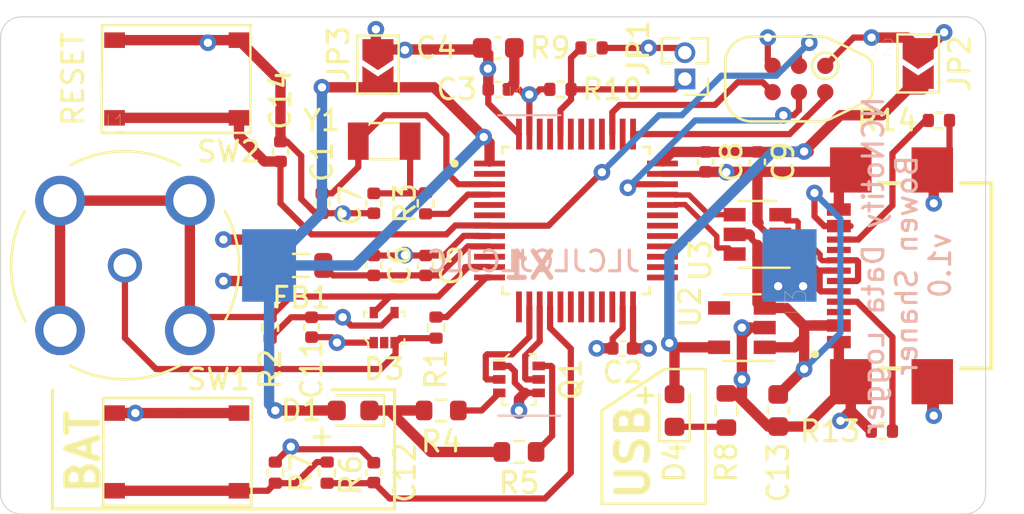
<source format=kicad_pcb>
(kicad_pcb (version 20171130) (host pcbnew "(5.1.7)-1")

  (general
    (thickness 1.6)
    (drawings 25)
    (tracks 402)
    (zones 0)
    (modules 43)
    (nets 61)
  )

  (page A4)
  (layers
    (0 F.Cu signal)
    (1 In1.Cu power)
    (2 In2.Cu power)
    (31 B.Cu signal)
    (32 B.Adhes user)
    (33 F.Adhes user)
    (34 B.Paste user)
    (35 F.Paste user)
    (36 B.SilkS user)
    (37 F.SilkS user)
    (38 B.Mask user)
    (39 F.Mask user)
    (40 Dwgs.User user)
    (41 Cmts.User user)
    (42 Eco1.User user)
    (43 Eco2.User user)
    (44 Edge.Cuts user)
    (45 Margin user)
    (46 B.CrtYd user)
    (47 F.CrtYd user)
    (48 B.Fab user)
    (49 F.Fab user)
  )

  (setup
    (last_trace_width 0.5)
    (user_trace_width 0.3)
    (user_trace_width 0.5)
    (user_trace_width 0.75)
    (user_trace_width 1)
    (trace_clearance 0.2)
    (zone_clearance 0.508)
    (zone_45_only no)
    (trace_min 0.2)
    (via_size 0.8)
    (via_drill 0.4)
    (via_min_size 0.4)
    (via_min_drill 0.3)
    (uvia_size 0.3)
    (uvia_drill 0.1)
    (uvias_allowed no)
    (uvia_min_size 0.2)
    (uvia_min_drill 0.1)
    (edge_width 0.05)
    (segment_width 0.2)
    (pcb_text_width 0.3)
    (pcb_text_size 1.5 1.5)
    (mod_edge_width 0.12)
    (mod_text_size 1 1)
    (mod_text_width 0.15)
    (pad_size 1.524 1.524)
    (pad_drill 0.762)
    (pad_to_mask_clearance 0)
    (aux_axis_origin 0 0)
    (visible_elements 7FFFFF7F)
    (pcbplotparams
      (layerselection 0x010fc_ffffffff)
      (usegerberextensions false)
      (usegerberattributes true)
      (usegerberadvancedattributes true)
      (creategerberjobfile false)
      (excludeedgelayer true)
      (linewidth 0.100000)
      (plotframeref false)
      (viasonmask false)
      (mode 1)
      (useauxorigin false)
      (hpglpennumber 1)
      (hpglpenspeed 20)
      (hpglpendiameter 15.000000)
      (psnegative false)
      (psa4output false)
      (plotreference true)
      (plotvalue true)
      (plotinvisibletext false)
      (padsonsilk false)
      (subtractmaskfromsilk false)
      (outputformat 1)
      (mirror false)
      (drillshape 0)
      (scaleselection 1)
      (outputdirectory "../Production/gerber/"))
  )

  (net 0 "")
  (net 1 GND)
  (net 2 OSC+)
  (net 3 VDD)
  (net 4 VDDA)
  (net 5 "Net-(C7-Pad1)")
  (net 6 VBUS)
  (net 7 VUSB)
  (net 8 STATUS_READ)
  (net 9 NRST)
  (net 10 "Net-(D1-Pad1)")
  (net 11 VBAT)
  (net 12 D-)
  (net 13 D+)
  (net 14 S+)
  (net 15 "Net-(D3-Pad2)")
  (net 16 S-)
  (net 17 "Net-(D4-Pad1)")
  (net 18 I2C1_SDA)
  (net 19 SPI2_SCK)
  (net 20 I2C1_SCL)
  (net 21 SPI2_MISO)
  (net 22 SPI2_MOSI)
  (net 23 SPI2_SS_0)
  (net 24 "Net-(J3-PadB8)")
  (net 25 "Net-(J3-PadB5)")
  (net 26 "Net-(J3-PadA5)")
  (net 27 "Net-(J3-PadA8)")
  (net 28 JTMS-SWDIO)
  (net 29 JTCK-SWCLK)
  (net 30 JTDO)
  (net 31 JTDI)
  (net 32 "Net-(Q1-Pad6)")
  (net 33 LED_HI_V)
  (net 34 LED_LOW_V)
  (net 35 "Net-(Q1-Pad3)")
  (net 36 SENSE_OUT)
  (net 37 OSC-)
  (net 38 "Net-(R6-Pad2)")
  (net 39 "Net-(U1-Pad13)")
  (net 40 "Net-(U1-Pad17)")
  (net 41 "Net-(U1-Pad18)")
  (net 42 "Net-(U1-Pad19)")
  (net 43 "Net-(U1-Pad20)")
  (net 44 "Net-(U1-Pad21)")
  (net 45 "Net-(U1-Pad22)")
  (net 46 "Net-(U1-Pad40)")
  (net 47 "Net-(U1-Pad41)")
  (net 48 "Net-(U1-Pad42)")
  (net 49 "Net-(U1-Pad43)")
  (net 50 "Net-(U1-Pad45)")
  (net 51 "Net-(U1-Pad46)")
  (net 52 "Net-(U1-Pad2)")
  (net 53 "Net-(U1-Pad5)")
  (net 54 "Net-(U1-Pad6)")
  (net 55 "Net-(U1-Pad10)")
  (net 56 "Net-(U1-Pad29)")
  (net 57 "Net-(U2-Pad4)")
  (net 58 "Net-(JP1-Pad1)")
  (net 59 CONN_D+)
  (net 60 CONN_D-)

  (net_class Default "This is the default net class."
    (clearance 0.2)
    (trace_width 0.25)
    (via_dia 0.8)
    (via_drill 0.4)
    (uvia_dia 0.3)
    (uvia_drill 0.1)
    (add_net CONN_D+)
    (add_net CONN_D-)
    (add_net D+)
    (add_net D-)
    (add_net GND)
    (add_net I2C1_SCL)
    (add_net I2C1_SDA)
    (add_net JTCK-SWCLK)
    (add_net JTDI)
    (add_net JTDO)
    (add_net JTMS-SWDIO)
    (add_net LED_HI_V)
    (add_net LED_LOW_V)
    (add_net NRST)
    (add_net "Net-(C7-Pad1)")
    (add_net "Net-(D1-Pad1)")
    (add_net "Net-(D3-Pad2)")
    (add_net "Net-(D4-Pad1)")
    (add_net "Net-(J3-PadA5)")
    (add_net "Net-(J3-PadA8)")
    (add_net "Net-(J3-PadB5)")
    (add_net "Net-(J3-PadB8)")
    (add_net "Net-(JP1-Pad1)")
    (add_net "Net-(Q1-Pad3)")
    (add_net "Net-(Q1-Pad6)")
    (add_net "Net-(R6-Pad2)")
    (add_net "Net-(U1-Pad10)")
    (add_net "Net-(U1-Pad13)")
    (add_net "Net-(U1-Pad17)")
    (add_net "Net-(U1-Pad18)")
    (add_net "Net-(U1-Pad19)")
    (add_net "Net-(U1-Pad2)")
    (add_net "Net-(U1-Pad20)")
    (add_net "Net-(U1-Pad21)")
    (add_net "Net-(U1-Pad22)")
    (add_net "Net-(U1-Pad29)")
    (add_net "Net-(U1-Pad40)")
    (add_net "Net-(U1-Pad41)")
    (add_net "Net-(U1-Pad42)")
    (add_net "Net-(U1-Pad43)")
    (add_net "Net-(U1-Pad45)")
    (add_net "Net-(U1-Pad46)")
    (add_net "Net-(U1-Pad5)")
    (add_net "Net-(U1-Pad6)")
    (add_net "Net-(U2-Pad4)")
    (add_net OSC+)
    (add_net OSC-)
    (add_net S+)
    (add_net S-)
    (add_net SENSE_OUT)
    (add_net SPI2_MISO)
    (add_net SPI2_MOSI)
    (add_net SPI2_SCK)
    (add_net SPI2_SS_0)
    (add_net STATUS_READ)
    (add_net VBAT)
    (add_net VBUS)
    (add_net VDD)
    (add_net VDDA)
    (add_net VUSB)
  )

  (module Package_TO_SOT_SMD:SOT-23-6 (layer F.Cu) (tedit 5A02FF57) (tstamp 5FC4F9A2)
    (at 242 -39.5 180)
    (descr "6-pin SOT-23 package")
    (tags SOT-23-6)
    (path /5FD3B7E9)
    (attr smd)
    (fp_text reference U3 (at 2.75 -1.25 90) (layer F.SilkS)
      (effects (font (size 1 1) (thickness 0.15)))
    )
    (fp_text value USBLC6-2SC6 (at 0 2.9) (layer F.Fab)
      (effects (font (size 1 1) (thickness 0.15)))
    )
    (fp_text user %R (at 0 0 90) (layer F.Fab)
      (effects (font (size 0.5 0.5) (thickness 0.075)))
    )
    (fp_line (start -0.9 1.61) (end 0.9 1.61) (layer F.SilkS) (width 0.12))
    (fp_line (start 0.9 -1.61) (end -1.55 -1.61) (layer F.SilkS) (width 0.12))
    (fp_line (start 1.9 -1.8) (end -1.9 -1.8) (layer F.CrtYd) (width 0.05))
    (fp_line (start 1.9 1.8) (end 1.9 -1.8) (layer F.CrtYd) (width 0.05))
    (fp_line (start -1.9 1.8) (end 1.9 1.8) (layer F.CrtYd) (width 0.05))
    (fp_line (start -1.9 -1.8) (end -1.9 1.8) (layer F.CrtYd) (width 0.05))
    (fp_line (start -0.9 -0.9) (end -0.25 -1.55) (layer F.Fab) (width 0.1))
    (fp_line (start 0.9 -1.55) (end -0.25 -1.55) (layer F.Fab) (width 0.1))
    (fp_line (start -0.9 -0.9) (end -0.9 1.55) (layer F.Fab) (width 0.1))
    (fp_line (start 0.9 1.55) (end -0.9 1.55) (layer F.Fab) (width 0.1))
    (fp_line (start 0.9 -1.55) (end 0.9 1.55) (layer F.Fab) (width 0.1))
    (pad 5 smd rect (at 1.1 0 180) (size 1.06 0.65) (layers F.Cu F.Paste F.Mask)
      (net 7 VUSB))
    (pad 6 smd rect (at 1.1 -0.95 180) (size 1.06 0.65) (layers F.Cu F.Paste F.Mask)
      (net 12 D-))
    (pad 4 smd rect (at 1.1 0.95 180) (size 1.06 0.65) (layers F.Cu F.Paste F.Mask)
      (net 13 D+))
    (pad 3 smd rect (at -1.1 0.95 180) (size 1.06 0.65) (layers F.Cu F.Paste F.Mask)
      (net 59 CONN_D+))
    (pad 2 smd rect (at -1.1 0 180) (size 1.06 0.65) (layers F.Cu F.Paste F.Mask)
      (net 1 GND))
    (pad 1 smd rect (at -1.1 -0.95 180) (size 1.06 0.65) (layers F.Cu F.Paste F.Mask)
      (net 60 CONN_D-))
    (model ${KISYS3DMOD}/Package_TO_SOT_SMD.3dshapes/SOT-23-6.wrl
      (at (xyz 0 0 0))
      (scale (xyz 1 1 1))
      (rotate (xyz 0 0 0))
    )
  )

  (module Package_TO_SOT_SMD:SOT-23-5 (layer F.Cu) (tedit 5A02FF57) (tstamp 5FB6B8A7)
    (at 241.25 -35 180)
    (descr "5-pin SOT23 package")
    (tags SOT-23-5)
    (path /5FAAD7D9)
    (attr smd)
    (fp_text reference U2 (at 2.5 1 90) (layer F.SilkS)
      (effects (font (size 1 1) (thickness 0.15)))
    )
    (fp_text value TLV71333PDBV (at 0 2.9) (layer F.Fab) hide
      (effects (font (size 1 1) (thickness 0.15)))
    )
    (fp_line (start 0.9 -1.55) (end 0.9 1.55) (layer F.Fab) (width 0.1))
    (fp_line (start 0.9 1.55) (end -0.9 1.55) (layer F.Fab) (width 0.1))
    (fp_line (start -0.9 -0.9) (end -0.9 1.55) (layer F.Fab) (width 0.1))
    (fp_line (start 0.9 -1.55) (end -0.25 -1.55) (layer F.Fab) (width 0.1))
    (fp_line (start -0.9 -0.9) (end -0.25 -1.55) (layer F.Fab) (width 0.1))
    (fp_line (start -1.9 1.8) (end -1.9 -1.8) (layer F.CrtYd) (width 0.05))
    (fp_line (start 1.9 1.8) (end -1.9 1.8) (layer F.CrtYd) (width 0.05))
    (fp_line (start 1.9 -1.8) (end 1.9 1.8) (layer F.CrtYd) (width 0.05))
    (fp_line (start -1.9 -1.8) (end 1.9 -1.8) (layer F.CrtYd) (width 0.05))
    (fp_line (start 0.9 -1.61) (end -1.55 -1.61) (layer F.SilkS) (width 0.12))
    (fp_line (start -0.9 1.61) (end 0.9 1.61) (layer F.SilkS) (width 0.12))
    (fp_text user %R (at 0 0 90) (layer F.Fab)
      (effects (font (size 0.5 0.5) (thickness 0.075)))
    )
    (pad 1 smd rect (at -1.1 -0.95 180) (size 1.06 0.65) (layers F.Cu F.Paste F.Mask)
      (net 7 VUSB))
    (pad 2 smd rect (at -1.1 0 180) (size 1.06 0.65) (layers F.Cu F.Paste F.Mask)
      (net 1 GND))
    (pad 3 smd rect (at -1.1 0.95 180) (size 1.06 0.65) (layers F.Cu F.Paste F.Mask)
      (net 7 VUSB))
    (pad 4 smd rect (at 1.1 0.95 180) (size 1.06 0.65) (layers F.Cu F.Paste F.Mask)
      (net 57 "Net-(U2-Pad4)"))
    (pad 5 smd rect (at 1.1 -0.95 180) (size 1.06 0.65) (layers F.Cu F.Paste F.Mask)
      (net 6 VBUS))
    (model ${KISYS3DMOD}/Package_TO_SOT_SMD.3dshapes/SOT-23-5.wrl
      (at (xyz 0 0 0))
      (scale (xyz 1 1 1))
      (rotate (xyz 0 0 0))
    )
  )

  (module Connector_PinHeader_1.27mm:PinHeader_1x02_P1.27mm_Vertical (layer F.Cu) (tedit 59FED6E3) (tstamp 5FC494C9)
    (at 238.5 -47 180)
    (descr "Through hole straight pin header, 1x02, 1.27mm pitch, single row")
    (tags "Through hole pin header THT 1x02 1.27mm single row")
    (path /5FC6DA81)
    (fp_text reference JP1 (at 2.25 1.5 90) (layer F.SilkS)
      (effects (font (size 1 1) (thickness 0.15)))
    )
    (fp_text value Jumper_2_Open (at 0 2.965) (layer F.Fab)
      (effects (font (size 1 1) (thickness 0.15)))
    )
    (fp_text user %R (at 0 0.635 90) (layer F.Fab)
      (effects (font (size 1 1) (thickness 0.15)))
    )
    (fp_line (start -0.525 -0.635) (end 1.05 -0.635) (layer F.Fab) (width 0.1))
    (fp_line (start 1.05 -0.635) (end 1.05 1.905) (layer F.Fab) (width 0.1))
    (fp_line (start 1.05 1.905) (end -1.05 1.905) (layer F.Fab) (width 0.1))
    (fp_line (start -1.05 1.905) (end -1.05 -0.11) (layer F.Fab) (width 0.1))
    (fp_line (start -1.05 -0.11) (end -0.525 -0.635) (layer F.Fab) (width 0.1))
    (fp_line (start -1.11 1.965) (end -0.30753 1.965) (layer F.SilkS) (width 0.12))
    (fp_line (start 0.30753 1.965) (end 1.11 1.965) (layer F.SilkS) (width 0.12))
    (fp_line (start -1.11 0.76) (end -1.11 1.965) (layer F.SilkS) (width 0.12))
    (fp_line (start 1.11 0.76) (end 1.11 1.965) (layer F.SilkS) (width 0.12))
    (fp_line (start -1.11 0.76) (end -0.563471 0.76) (layer F.SilkS) (width 0.12))
    (fp_line (start 0.563471 0.76) (end 1.11 0.76) (layer F.SilkS) (width 0.12))
    (fp_line (start -1.11 0) (end -1.11 -0.76) (layer F.SilkS) (width 0.12))
    (fp_line (start -1.11 -0.76) (end 0 -0.76) (layer F.SilkS) (width 0.12))
    (fp_line (start -1.55 -1.15) (end -1.55 2.45) (layer F.CrtYd) (width 0.05))
    (fp_line (start -1.55 2.45) (end 1.55 2.45) (layer F.CrtYd) (width 0.05))
    (fp_line (start 1.55 2.45) (end 1.55 -1.15) (layer F.CrtYd) (width 0.05))
    (fp_line (start 1.55 -1.15) (end -1.55 -1.15) (layer F.CrtYd) (width 0.05))
    (pad 2 thru_hole oval (at 0 1.27 180) (size 1 1) (drill 0.65) (layers *.Cu *.Mask)
      (net 3 VDD))
    (pad 1 thru_hole rect (at 0 0 180) (size 1 1) (drill 0.65) (layers *.Cu *.Mask)
      (net 58 "Net-(JP1-Pad1)"))
    (model ${KISYS3DMOD}/Connector_PinHeader_1.27mm.3dshapes/PinHeader_1x02_P1.27mm_Vertical.wrl
      (at (xyz 0 0 0))
      (scale (xyz 1 1 1))
      (rotate (xyz 0 0 0))
    )
  )

  (module libs:TC2030-IDC-NL (layer F.Cu) (tedit 5FC4006C) (tstamp 5FC48055)
    (at 244 -47 180)
    (descr "The TC2030-IDC-NL is our 'No Legs' 6-pin Plug-of-Nails Cable")
    (path /5FC452D4)
    (fp_text reference J2 (at -4 1.5) (layer F.SilkS)
      (effects (font (size 0.801575 0.801575) (thickness 0.015)))
    )
    (fp_text value TC2030-CTX (at 0 2.987995) (layer F.Fab)
      (effects (font (size 0.800937 0.800937) (thickness 0.015)))
    )
    (fp_arc (start 2.286 0.7747) (end 2.286 2.0447) (angle -90) (layer F.SilkS) (width 0.127))
    (fp_arc (start 2.286 -0.7747) (end 3.556 -0.7747) (angle -90) (layer F.SilkS) (width 0.127))
    (fp_arc (start -0.979169 -0.774697) (end -0.979178 -2.0447) (angle -25.7959) (layer F.SilkS) (width 0.127))
    (fp_arc (start -2.920997 -0.541435) (end -3.19733 -1.11316) (angle -64.2041) (layer F.SilkS) (width 0.127))
    (fp_arc (start -2.920997 0.541436) (end -3.556 0.541434) (angle -64.2042) (layer F.SilkS) (width 0.127))
    (fp_arc (start -0.979169 0.774697) (end -1.53184 1.91814) (angle -25.7959) (layer F.SilkS) (width 0.127))
    (fp_poly (pts (xy -1.27 -0.635) (xy 1.27 -0.635) (xy 1.27 0.635) (xy -1.27 0.635)) (layer F.CrtYd) (width 0.127))
    (fp_circle (center -1.27 0.635) (end -0.635 0.635) (layer F.SilkS) (width 0.127))
    (fp_line (start 2.286 2.0447) (end -0.979178 2.0447) (layer F.SilkS) (width 0.127))
    (fp_line (start -1.53184 1.91814) (end -3.19733 1.11316) (layer F.SilkS) (width 0.127))
    (fp_line (start -3.556 0.541434) (end -3.556 -0.541434) (layer F.SilkS) (width 0.127))
    (fp_line (start -3.19733 -1.11316) (end -1.53184 -1.91814) (layer F.SilkS) (width 0.127))
    (fp_line (start -0.979178 -2.0447) (end 2.286 -2.0447) (layer F.SilkS) (width 0.127))
    (fp_line (start 3.556 -0.7747) (end 3.556 0.7747) (layer F.SilkS) (width 0.127))
    (pad None np_thru_hole circle (at 2.54 1.016 180) (size 1.016 1.016) (drill 1.016) (layers *.Cu *.Mask))
    (pad None np_thru_hole circle (at 2.54 -1.016 180) (size 1.016 1.016) (drill 1.016) (layers *.Cu *.Mask))
    (pad None np_thru_hole circle (at -2.54 0 180) (size 1.016 1.016) (drill 1.016) (layers *.Cu *.Mask))
    (pad 2 smd circle (at -1.27 -0.635 180) (size 0.7874 0.7874) (layers F.Cu F.Mask)
      (net 29 JTCK-SWCLK))
    (pad 4 smd circle (at 0 -0.635 180) (size 0.7874 0.7874) (layers F.Cu F.Mask)
      (net 28 JTMS-SWDIO))
    (pad 6 smd circle (at 1.27 -0.635 180) (size 0.7874 0.7874) (layers F.Cu F.Mask)
      (net 30 JTDO))
    (pad 5 smd circle (at 1.27 0.635 180) (size 0.7874 0.7874) (layers F.Cu F.Mask)
      (net 1 GND))
    (pad 3 smd circle (at 0 0.635 180) (size 0.7874 0.7874) (layers F.Cu F.Mask)
      (net 9 NRST))
    (pad 1 smd circle (at -1.27 0.635 180) (size 0.7874 0.7874) (layers F.Cu F.Mask)
      (net 3 VDD))
  )

  (module Jumper:SolderJumper-2_P1.3mm_Open_TrianglePad1.0x1.5mm (layer F.Cu) (tedit 5A64794F) (tstamp 5FB6ADC8)
    (at 223.7 -47.7 270)
    (descr "SMD Solder Jumper, 1x1.5mm Triangular Pads, 0.3mm gap, open")
    (tags "solder jumper open")
    (path /5FACECE3)
    (attr virtual)
    (fp_text reference JP3 (at -0.5 1.9 270) (layer F.SilkS)
      (effects (font (size 1 1) (thickness 0.15)))
    )
    (fp_text value V_BATT_LOCK (at 0 2.104999 90) (layer F.Fab) hide
      (effects (font (size 1 1) (thickness 0.15)))
    )
    (fp_line (start -1.4 1) (end -1.4 -1) (layer F.SilkS) (width 0.12))
    (fp_line (start 1.4 1) (end -1.4 1) (layer F.SilkS) (width 0.12))
    (fp_line (start 1.4 -1) (end 1.4 1) (layer F.SilkS) (width 0.12))
    (fp_line (start -1.4 -1) (end 1.4 -1) (layer F.SilkS) (width 0.12))
    (fp_line (start -1.65 -1.25) (end 1.65 -1.25) (layer F.CrtYd) (width 0.05))
    (fp_line (start -1.65 -1.25) (end -1.65 1.25) (layer F.CrtYd) (width 0.05))
    (fp_line (start 1.65 1.25) (end 1.65 -1.25) (layer F.CrtYd) (width 0.05))
    (fp_line (start 1.65 1.25) (end -1.65 1.25) (layer F.CrtYd) (width 0.05))
    (pad 1 smd custom (at -0.725 0 270) (size 0.3 0.3) (layers F.Cu F.Mask)
      (net 3 VDD) (zone_connect 2)
      (options (clearance outline) (anchor rect))
      (primitives
        (gr_poly (pts
           (xy -0.5 -0.75) (xy 0.5 -0.75) (xy 1 0) (xy 0.5 0.75) (xy -0.5 0.75)
) (width 0))
      ))
    (pad 2 smd custom (at 0.725 0 270) (size 0.3 0.3) (layers F.Cu F.Mask)
      (net 11 VBAT) (zone_connect 2)
      (options (clearance outline) (anchor rect))
      (primitives
        (gr_poly (pts
           (xy -0.65 -0.75) (xy 0.5 -0.75) (xy 0.5 0.75) (xy -0.65 0.75) (xy -0.15 0)
) (width 0))
      ))
  )

  (module Capacitor_SMD:C_0402_1005Metric (layer F.Cu) (tedit 5F68FEEE) (tstamp 5FB6ABE8)
    (at 221 -41 270)
    (descr "Capacitor SMD 0402 (1005 Metric), square (rectangular) end terminal, IPC_7351 nominal, (Body size source: IPC-SM-782 page 76, https://www.pcb-3d.com/wordpress/wp-content/uploads/ipc-sm-782a_amendment_1_and_2.pdf), generated with kicad-footprint-generator")
    (tags capacitor)
    (path /5FA6561B)
    (attr smd)
    (fp_text reference C1 (at -2 0 270) (layer F.SilkS)
      (effects (font (size 1 1) (thickness 0.15)))
    )
    (fp_text value 22p (at 4 1 180) (layer F.Fab) hide
      (effects (font (size 1 1) (thickness 0.15)))
    )
    (fp_line (start -0.5 0.25) (end -0.5 -0.25) (layer F.Fab) (width 0.1))
    (fp_line (start -0.5 -0.25) (end 0.5 -0.25) (layer F.Fab) (width 0.1))
    (fp_line (start 0.5 -0.25) (end 0.5 0.25) (layer F.Fab) (width 0.1))
    (fp_line (start 0.5 0.25) (end -0.5 0.25) (layer F.Fab) (width 0.1))
    (fp_line (start -0.107836 -0.36) (end 0.107836 -0.36) (layer F.SilkS) (width 0.12))
    (fp_line (start -0.107836 0.36) (end 0.107836 0.36) (layer F.SilkS) (width 0.12))
    (fp_line (start -0.91 0.46) (end -0.91 -0.46) (layer F.CrtYd) (width 0.05))
    (fp_line (start -0.91 -0.46) (end 0.91 -0.46) (layer F.CrtYd) (width 0.05))
    (fp_line (start 0.91 -0.46) (end 0.91 0.46) (layer F.CrtYd) (width 0.05))
    (fp_line (start 0.91 0.46) (end -0.91 0.46) (layer F.CrtYd) (width 0.05))
    (fp_text user %R (at 0 0 90) (layer F.Fab)
      (effects (font (size 0.25 0.25) (thickness 0.04)))
    )
    (pad 2 smd roundrect (at 0.48 0 270) (size 0.56 0.62) (layers F.Cu F.Paste F.Mask) (roundrect_rratio 0.25)
      (net 1 GND))
    (pad 1 smd roundrect (at -0.48 0 270) (size 0.56 0.62) (layers F.Cu F.Paste F.Mask) (roundrect_rratio 0.25)
      (net 2 OSC+))
    (model ${KISYS3DMOD}/Capacitor_SMD.3dshapes/C_0402_1005Metric.wrl
      (at (xyz 0 0 0))
      (scale (xyz 1 1 1))
      (rotate (xyz 0 0 0))
    )
  )

  (module Capacitor_SMD:C_0402_1005Metric (layer F.Cu) (tedit 5F68FEEE) (tstamp 5FB6EF6C)
    (at 235.5 -34 180)
    (descr "Capacitor SMD 0402 (1005 Metric), square (rectangular) end terminal, IPC_7351 nominal, (Body size source: IPC-SM-782 page 76, https://www.pcb-3d.com/wordpress/wp-content/uploads/ipc-sm-782a_amendment_1_and_2.pdf), generated with kicad-footprint-generator")
    (tags capacitor)
    (path /5FB297AF)
    (attr smd)
    (fp_text reference C2 (at 0 -1.16) (layer F.SilkS)
      (effects (font (size 1 1) (thickness 0.15)))
    )
    (fp_text value 100n (at 0 1.16) (layer F.Fab) hide
      (effects (font (size 1 1) (thickness 0.15)))
    )
    (fp_line (start -0.5 0.25) (end -0.5 -0.25) (layer F.Fab) (width 0.1))
    (fp_line (start -0.5 -0.25) (end 0.5 -0.25) (layer F.Fab) (width 0.1))
    (fp_line (start 0.5 -0.25) (end 0.5 0.25) (layer F.Fab) (width 0.1))
    (fp_line (start 0.5 0.25) (end -0.5 0.25) (layer F.Fab) (width 0.1))
    (fp_line (start -0.107836 -0.36) (end 0.107836 -0.36) (layer F.SilkS) (width 0.12))
    (fp_line (start -0.107836 0.36) (end 0.107836 0.36) (layer F.SilkS) (width 0.12))
    (fp_line (start -0.91 0.46) (end -0.91 -0.46) (layer F.CrtYd) (width 0.05))
    (fp_line (start -0.91 -0.46) (end 0.91 -0.46) (layer F.CrtYd) (width 0.05))
    (fp_line (start 0.91 -0.46) (end 0.91 0.46) (layer F.CrtYd) (width 0.05))
    (fp_line (start 0.91 0.46) (end -0.91 0.46) (layer F.CrtYd) (width 0.05))
    (fp_text user %R (at 0 0) (layer F.Fab)
      (effects (font (size 0.25 0.25) (thickness 0.04)))
    )
    (pad 2 smd roundrect (at 0.48 0 180) (size 0.56 0.62) (layers F.Cu F.Paste F.Mask) (roundrect_rratio 0.25)
      (net 1 GND))
    (pad 1 smd roundrect (at -0.48 0 180) (size 0.56 0.62) (layers F.Cu F.Paste F.Mask) (roundrect_rratio 0.25)
      (net 3 VDD))
    (model ${KISYS3DMOD}/Capacitor_SMD.3dshapes/C_0402_1005Metric.wrl
      (at (xyz 0 0 0))
      (scale (xyz 1 1 1))
      (rotate (xyz 0 0 0))
    )
  )

  (module Capacitor_SMD:C_0402_1005Metric (layer F.Cu) (tedit 5F68FEEE) (tstamp 5FB6AC0A)
    (at 229.5 -46.5)
    (descr "Capacitor SMD 0402 (1005 Metric), square (rectangular) end terminal, IPC_7351 nominal, (Body size source: IPC-SM-782 page 76, https://www.pcb-3d.com/wordpress/wp-content/uploads/ipc-sm-782a_amendment_1_and_2.pdf), generated with kicad-footprint-generator")
    (tags capacitor)
    (path /5FB29FD5)
    (attr smd)
    (fp_text reference C3 (at -2 0) (layer F.SilkS)
      (effects (font (size 1 1) (thickness 0.15)))
    )
    (fp_text value 100n (at 0 1.16) (layer F.Fab) hide
      (effects (font (size 1 1) (thickness 0.15)))
    )
    (fp_line (start 0.91 0.46) (end -0.91 0.46) (layer F.CrtYd) (width 0.05))
    (fp_line (start 0.91 -0.46) (end 0.91 0.46) (layer F.CrtYd) (width 0.05))
    (fp_line (start -0.91 -0.46) (end 0.91 -0.46) (layer F.CrtYd) (width 0.05))
    (fp_line (start -0.91 0.46) (end -0.91 -0.46) (layer F.CrtYd) (width 0.05))
    (fp_line (start -0.107836 0.36) (end 0.107836 0.36) (layer F.SilkS) (width 0.12))
    (fp_line (start -0.107836 -0.36) (end 0.107836 -0.36) (layer F.SilkS) (width 0.12))
    (fp_line (start 0.5 0.25) (end -0.5 0.25) (layer F.Fab) (width 0.1))
    (fp_line (start 0.5 -0.25) (end 0.5 0.25) (layer F.Fab) (width 0.1))
    (fp_line (start -0.5 -0.25) (end 0.5 -0.25) (layer F.Fab) (width 0.1))
    (fp_line (start -0.5 0.25) (end -0.5 -0.25) (layer F.Fab) (width 0.1))
    (fp_text user %R (at 0 0) (layer F.Fab)
      (effects (font (size 0.25 0.25) (thickness 0.04)))
    )
    (pad 1 smd roundrect (at -0.48 0) (size 0.56 0.62) (layers F.Cu F.Paste F.Mask) (roundrect_rratio 0.25)
      (net 3 VDD))
    (pad 2 smd roundrect (at 0.48 0) (size 0.56 0.62) (layers F.Cu F.Paste F.Mask) (roundrect_rratio 0.25)
      (net 1 GND))
    (model ${KISYS3DMOD}/Capacitor_SMD.3dshapes/C_0402_1005Metric.wrl
      (at (xyz 0 0 0))
      (scale (xyz 1 1 1))
      (rotate (xyz 0 0 0))
    )
  )

  (module Capacitor_SMD:C_0603_1608Metric (layer F.Cu) (tedit 5F68FEEE) (tstamp 5FB6AC1B)
    (at 229.5 -48.5)
    (descr "Capacitor SMD 0603 (1608 Metric), square (rectangular) end terminal, IPC_7351 nominal, (Body size source: IPC-SM-782 page 76, https://www.pcb-3d.com/wordpress/wp-content/uploads/ipc-sm-782a_amendment_1_and_2.pdf), generated with kicad-footprint-generator")
    (tags capacitor)
    (path /5FB2A3AD)
    (attr smd)
    (fp_text reference C4 (at -3 0) (layer F.SilkS)
      (effects (font (size 1 1) (thickness 0.15)))
    )
    (fp_text value 4u7 (at 0 1.43) (layer F.Fab) hide
      (effects (font (size 1 1) (thickness 0.15)))
    )
    (fp_line (start 1.48 0.73) (end -1.48 0.73) (layer F.CrtYd) (width 0.05))
    (fp_line (start 1.48 -0.73) (end 1.48 0.73) (layer F.CrtYd) (width 0.05))
    (fp_line (start -1.48 -0.73) (end 1.48 -0.73) (layer F.CrtYd) (width 0.05))
    (fp_line (start -1.48 0.73) (end -1.48 -0.73) (layer F.CrtYd) (width 0.05))
    (fp_line (start -0.14058 0.51) (end 0.14058 0.51) (layer F.SilkS) (width 0.12))
    (fp_line (start -0.14058 -0.51) (end 0.14058 -0.51) (layer F.SilkS) (width 0.12))
    (fp_line (start 0.8 0.4) (end -0.8 0.4) (layer F.Fab) (width 0.1))
    (fp_line (start 0.8 -0.4) (end 0.8 0.4) (layer F.Fab) (width 0.1))
    (fp_line (start -0.8 -0.4) (end 0.8 -0.4) (layer F.Fab) (width 0.1))
    (fp_line (start -0.8 0.4) (end -0.8 -0.4) (layer F.Fab) (width 0.1))
    (fp_text user %R (at 0 0) (layer F.Fab)
      (effects (font (size 0.4 0.4) (thickness 0.06)))
    )
    (pad 1 smd roundrect (at -0.775 0) (size 0.9 0.95) (layers F.Cu F.Paste F.Mask) (roundrect_rratio 0.25)
      (net 3 VDD))
    (pad 2 smd roundrect (at 0.775 0) (size 0.9 0.95) (layers F.Cu F.Paste F.Mask) (roundrect_rratio 0.25)
      (net 1 GND))
    (model ${KISYS3DMOD}/Capacitor_SMD.3dshapes/C_0603_1608Metric.wrl
      (at (xyz 0 0 0))
      (scale (xyz 1 1 1))
      (rotate (xyz 0 0 0))
    )
  )

  (module Capacitor_SMD:C_0402_1005Metric (layer F.Cu) (tedit 5F68FEEE) (tstamp 5FB6AC2C)
    (at 226 -38 90)
    (descr "Capacitor SMD 0402 (1005 Metric), square (rectangular) end terminal, IPC_7351 nominal, (Body size source: IPC-SM-782 page 76, https://www.pcb-3d.com/wordpress/wp-content/uploads/ipc-sm-782a_amendment_1_and_2.pdf), generated with kicad-footprint-generator")
    (tags capacitor)
    (path /5FB54F96)
    (attr smd)
    (fp_text reference C5 (at 0 1.25 90) (layer F.SilkS)
      (effects (font (size 1 1) (thickness 0.15)))
    )
    (fp_text value 100n (at 1 -2 90) (layer F.Fab) hide
      (effects (font (size 1 1) (thickness 0.15)))
    )
    (fp_line (start -0.5 0.25) (end -0.5 -0.25) (layer F.Fab) (width 0.1))
    (fp_line (start -0.5 -0.25) (end 0.5 -0.25) (layer F.Fab) (width 0.1))
    (fp_line (start 0.5 -0.25) (end 0.5 0.25) (layer F.Fab) (width 0.1))
    (fp_line (start 0.5 0.25) (end -0.5 0.25) (layer F.Fab) (width 0.1))
    (fp_line (start -0.107836 -0.36) (end 0.107836 -0.36) (layer F.SilkS) (width 0.12))
    (fp_line (start -0.107836 0.36) (end 0.107836 0.36) (layer F.SilkS) (width 0.12))
    (fp_line (start -0.91 0.46) (end -0.91 -0.46) (layer F.CrtYd) (width 0.05))
    (fp_line (start -0.91 -0.46) (end 0.91 -0.46) (layer F.CrtYd) (width 0.05))
    (fp_line (start 0.91 -0.46) (end 0.91 0.46) (layer F.CrtYd) (width 0.05))
    (fp_line (start 0.91 0.46) (end -0.91 0.46) (layer F.CrtYd) (width 0.05))
    (fp_text user %R (at 0 0 90) (layer F.Fab)
      (effects (font (size 0.25 0.25) (thickness 0.04)))
    )
    (pad 2 smd roundrect (at 0.48 0 90) (size 0.56 0.62) (layers F.Cu F.Paste F.Mask) (roundrect_rratio 0.25)
      (net 1 GND))
    (pad 1 smd roundrect (at -0.48 0 90) (size 0.56 0.62) (layers F.Cu F.Paste F.Mask) (roundrect_rratio 0.25)
      (net 4 VDDA))
    (model ${KISYS3DMOD}/Capacitor_SMD.3dshapes/C_0402_1005Metric.wrl
      (at (xyz 0 0 0))
      (scale (xyz 1 1 1))
      (rotate (xyz 0 0 0))
    )
  )

  (module Capacitor_SMD:C_0402_1005Metric (layer F.Cu) (tedit 5F68FEEE) (tstamp 5FB6AC3D)
    (at 223.5 -38 90)
    (descr "Capacitor SMD 0402 (1005 Metric), square (rectangular) end terminal, IPC_7351 nominal, (Body size source: IPC-SM-782 page 76, https://www.pcb-3d.com/wordpress/wp-content/uploads/ipc-sm-782a_amendment_1_and_2.pdf), generated with kicad-footprint-generator")
    (tags capacitor)
    (path /5FB54F9C)
    (attr smd)
    (fp_text reference C6 (at 0 1.25 90) (layer F.SilkS)
      (effects (font (size 1 1) (thickness 0.15)))
    )
    (fp_text value 1u (at 2 2 90) (layer F.Fab) hide
      (effects (font (size 1 1) (thickness 0.15)))
    )
    (fp_line (start 0.91 0.46) (end -0.91 0.46) (layer F.CrtYd) (width 0.05))
    (fp_line (start 0.91 -0.46) (end 0.91 0.46) (layer F.CrtYd) (width 0.05))
    (fp_line (start -0.91 -0.46) (end 0.91 -0.46) (layer F.CrtYd) (width 0.05))
    (fp_line (start -0.91 0.46) (end -0.91 -0.46) (layer F.CrtYd) (width 0.05))
    (fp_line (start -0.107836 0.36) (end 0.107836 0.36) (layer F.SilkS) (width 0.12))
    (fp_line (start -0.107836 -0.36) (end 0.107836 -0.36) (layer F.SilkS) (width 0.12))
    (fp_line (start 0.5 0.25) (end -0.5 0.25) (layer F.Fab) (width 0.1))
    (fp_line (start 0.5 -0.25) (end 0.5 0.25) (layer F.Fab) (width 0.1))
    (fp_line (start -0.5 -0.25) (end 0.5 -0.25) (layer F.Fab) (width 0.1))
    (fp_line (start -0.5 0.25) (end -0.5 -0.25) (layer F.Fab) (width 0.1))
    (fp_text user %R (at 0 0 90) (layer F.Fab)
      (effects (font (size 0.25 0.25) (thickness 0.04)))
    )
    (pad 1 smd roundrect (at -0.48 0 90) (size 0.56 0.62) (layers F.Cu F.Paste F.Mask) (roundrect_rratio 0.25)
      (net 4 VDDA))
    (pad 2 smd roundrect (at 0.48 0 90) (size 0.56 0.62) (layers F.Cu F.Paste F.Mask) (roundrect_rratio 0.25)
      (net 1 GND))
    (model ${KISYS3DMOD}/Capacitor_SMD.3dshapes/C_0402_1005Metric.wrl
      (at (xyz 0 0 0))
      (scale (xyz 1 1 1))
      (rotate (xyz 0 0 0))
    )
  )

  (module Capacitor_SMD:C_0402_1005Metric (layer F.Cu) (tedit 5F68FEEE) (tstamp 5FB6AC4E)
    (at 223.5 -41 270)
    (descr "Capacitor SMD 0402 (1005 Metric), square (rectangular) end terminal, IPC_7351 nominal, (Body size source: IPC-SM-782 page 76, https://www.pcb-3d.com/wordpress/wp-content/uploads/ipc-sm-782a_amendment_1_and_2.pdf), generated with kicad-footprint-generator")
    (tags capacitor)
    (path /5FA65E70)
    (attr smd)
    (fp_text reference C7 (at 0.107836 1.14 270) (layer F.SilkS)
      (effects (font (size 1 1) (thickness 0.15)))
    )
    (fp_text value 22p (at 1 3.995 270) (layer F.Fab) hide
      (effects (font (size 1 1) (thickness 0.15)))
    )
    (fp_line (start 0.91 0.46) (end -0.91 0.46) (layer F.CrtYd) (width 0.05))
    (fp_line (start 0.91 -0.46) (end 0.91 0.46) (layer F.CrtYd) (width 0.05))
    (fp_line (start -0.91 -0.46) (end 0.91 -0.46) (layer F.CrtYd) (width 0.05))
    (fp_line (start -0.91 0.46) (end -0.91 -0.46) (layer F.CrtYd) (width 0.05))
    (fp_line (start -0.107836 0.36) (end 0.107836 0.36) (layer F.SilkS) (width 0.12))
    (fp_line (start -0.107836 -0.36) (end 0.107836 -0.36) (layer F.SilkS) (width 0.12))
    (fp_line (start 0.5 0.25) (end -0.5 0.25) (layer F.Fab) (width 0.1))
    (fp_line (start 0.5 -0.25) (end 0.5 0.25) (layer F.Fab) (width 0.1))
    (fp_line (start -0.5 -0.25) (end 0.5 -0.25) (layer F.Fab) (width 0.1))
    (fp_line (start -0.5 0.25) (end -0.5 -0.25) (layer F.Fab) (width 0.1))
    (fp_text user %R (at 0 0 90) (layer F.Fab)
      (effects (font (size 0.25 0.25) (thickness 0.04)))
    )
    (pad 1 smd roundrect (at -0.48 0 270) (size 0.56 0.62) (layers F.Cu F.Paste F.Mask) (roundrect_rratio 0.25)
      (net 5 "Net-(C7-Pad1)"))
    (pad 2 smd roundrect (at 0.48 0 270) (size 0.56 0.62) (layers F.Cu F.Paste F.Mask) (roundrect_rratio 0.25)
      (net 1 GND))
    (model ${KISYS3DMOD}/Capacitor_SMD.3dshapes/C_0402_1005Metric.wrl
      (at (xyz 0 0 0))
      (scale (xyz 1 1 1))
      (rotate (xyz 0 0 0))
    )
  )

  (module Capacitor_SMD:C_0402_1005Metric (layer F.Cu) (tedit 5F68FEEE) (tstamp 5FB74E09)
    (at 239.5 -43 270)
    (descr "Capacitor SMD 0402 (1005 Metric), square (rectangular) end terminal, IPC_7351 nominal, (Body size source: IPC-SM-782 page 76, https://www.pcb-3d.com/wordpress/wp-content/uploads/ipc-sm-782a_amendment_1_and_2.pdf), generated with kicad-footprint-generator")
    (tags capacitor)
    (path /5FB4D02F)
    (attr smd)
    (fp_text reference C8 (at 0 -1.25 90) (layer F.SilkS)
      (effects (font (size 1 1) (thickness 0.15)))
    )
    (fp_text value 100n (at 0 1.16 90) (layer F.Fab) hide
      (effects (font (size 1 1) (thickness 0.15)))
    )
    (fp_line (start -0.5 0.25) (end -0.5 -0.25) (layer F.Fab) (width 0.1))
    (fp_line (start -0.5 -0.25) (end 0.5 -0.25) (layer F.Fab) (width 0.1))
    (fp_line (start 0.5 -0.25) (end 0.5 0.25) (layer F.Fab) (width 0.1))
    (fp_line (start 0.5 0.25) (end -0.5 0.25) (layer F.Fab) (width 0.1))
    (fp_line (start -0.107836 -0.36) (end 0.107836 -0.36) (layer F.SilkS) (width 0.12))
    (fp_line (start -0.107836 0.36) (end 0.107836 0.36) (layer F.SilkS) (width 0.12))
    (fp_line (start -0.91 0.46) (end -0.91 -0.46) (layer F.CrtYd) (width 0.05))
    (fp_line (start -0.91 -0.46) (end 0.91 -0.46) (layer F.CrtYd) (width 0.05))
    (fp_line (start 0.91 -0.46) (end 0.91 0.46) (layer F.CrtYd) (width 0.05))
    (fp_line (start 0.91 0.46) (end -0.91 0.46) (layer F.CrtYd) (width 0.05))
    (fp_text user %R (at 0 0 90) (layer F.Fab)
      (effects (font (size 0.25 0.25) (thickness 0.04)))
    )
    (pad 2 smd roundrect (at 0.48 0 270) (size 0.56 0.62) (layers F.Cu F.Paste F.Mask) (roundrect_rratio 0.25)
      (net 1 GND))
    (pad 1 smd roundrect (at -0.48 0 270) (size 0.56 0.62) (layers F.Cu F.Paste F.Mask) (roundrect_rratio 0.25)
      (net 6 VBUS))
    (model ${KISYS3DMOD}/Capacitor_SMD.3dshapes/C_0402_1005Metric.wrl
      (at (xyz 0 0 0))
      (scale (xyz 1 1 1))
      (rotate (xyz 0 0 0))
    )
  )

  (module Capacitor_SMD:C_0402_1005Metric (layer F.Cu) (tedit 5F68FEEE) (tstamp 5FB6AC70)
    (at 242 -43 270)
    (descr "Capacitor SMD 0402 (1005 Metric), square (rectangular) end terminal, IPC_7351 nominal, (Body size source: IPC-SM-782 page 76, https://www.pcb-3d.com/wordpress/wp-content/uploads/ipc-sm-782a_amendment_1_and_2.pdf), generated with kicad-footprint-generator")
    (tags capacitor)
    (path /5FB4D035)
    (attr smd)
    (fp_text reference C9 (at 0 -1.25 90) (layer F.SilkS)
      (effects (font (size 1 1) (thickness 0.15)))
    )
    (fp_text value 1u (at 0 1.16 90) (layer F.Fab) hide
      (effects (font (size 1 1) (thickness 0.15)))
    )
    (fp_line (start 0.91 0.46) (end -0.91 0.46) (layer F.CrtYd) (width 0.05))
    (fp_line (start 0.91 -0.46) (end 0.91 0.46) (layer F.CrtYd) (width 0.05))
    (fp_line (start -0.91 -0.46) (end 0.91 -0.46) (layer F.CrtYd) (width 0.05))
    (fp_line (start -0.91 0.46) (end -0.91 -0.46) (layer F.CrtYd) (width 0.05))
    (fp_line (start -0.107836 0.36) (end 0.107836 0.36) (layer F.SilkS) (width 0.12))
    (fp_line (start -0.107836 -0.36) (end 0.107836 -0.36) (layer F.SilkS) (width 0.12))
    (fp_line (start 0.5 0.25) (end -0.5 0.25) (layer F.Fab) (width 0.1))
    (fp_line (start 0.5 -0.25) (end 0.5 0.25) (layer F.Fab) (width 0.1))
    (fp_line (start -0.5 -0.25) (end 0.5 -0.25) (layer F.Fab) (width 0.1))
    (fp_line (start -0.5 0.25) (end -0.5 -0.25) (layer F.Fab) (width 0.1))
    (fp_text user %R (at 0 0 90) (layer F.Fab)
      (effects (font (size 0.25 0.25) (thickness 0.04)))
    )
    (pad 1 smd roundrect (at -0.48 0 270) (size 0.56 0.62) (layers F.Cu F.Paste F.Mask) (roundrect_rratio 0.25)
      (net 6 VBUS))
    (pad 2 smd roundrect (at 0.48 0 270) (size 0.56 0.62) (layers F.Cu F.Paste F.Mask) (roundrect_rratio 0.25)
      (net 1 GND))
    (model ${KISYS3DMOD}/Capacitor_SMD.3dshapes/C_0402_1005Metric.wrl
      (at (xyz 0 0 0))
      (scale (xyz 1 1 1))
      (rotate (xyz 0 0 0))
    )
  )

  (module Capacitor_SMD:C_0402_1005Metric (layer F.Cu) (tedit 5F68FEEE) (tstamp 5FB6AC92)
    (at 220.5 -35.02 90)
    (descr "Capacitor SMD 0402 (1005 Metric), square (rectangular) end terminal, IPC_7351 nominal, (Body size source: IPC-SM-782 page 76, https://www.pcb-3d.com/wordpress/wp-content/uploads/ipc-sm-782a_amendment_1_and_2.pdf), generated with kicad-footprint-generator")
    (tags capacitor)
    (path /5FC9851F)
    (attr smd)
    (fp_text reference C11 (at -2.02 0 90) (layer F.SilkS)
      (effects (font (size 1 1) (thickness 0.15)))
    )
    (fp_text value 100n (at 0 1.16 90) (layer F.Fab) hide
      (effects (font (size 1 1) (thickness 0.15)))
    )
    (fp_line (start 0.91 0.46) (end -0.91 0.46) (layer F.CrtYd) (width 0.05))
    (fp_line (start 0.91 -0.46) (end 0.91 0.46) (layer F.CrtYd) (width 0.05))
    (fp_line (start -0.91 -0.46) (end 0.91 -0.46) (layer F.CrtYd) (width 0.05))
    (fp_line (start -0.91 0.46) (end -0.91 -0.46) (layer F.CrtYd) (width 0.05))
    (fp_line (start -0.107836 0.36) (end 0.107836 0.36) (layer F.SilkS) (width 0.12))
    (fp_line (start -0.107836 -0.36) (end 0.107836 -0.36) (layer F.SilkS) (width 0.12))
    (fp_line (start 0.5 0.25) (end -0.5 0.25) (layer F.Fab) (width 0.1))
    (fp_line (start 0.5 -0.25) (end 0.5 0.25) (layer F.Fab) (width 0.1))
    (fp_line (start -0.5 -0.25) (end 0.5 -0.25) (layer F.Fab) (width 0.1))
    (fp_line (start -0.5 0.25) (end -0.5 -0.25) (layer F.Fab) (width 0.1))
    (fp_text user %R (at 0 0 90) (layer F.Fab)
      (effects (font (size 0.25 0.25) (thickness 0.04)))
    )
    (pad 1 smd roundrect (at -0.48 0 90) (size 0.56 0.62) (layers F.Cu F.Paste F.Mask) (roundrect_rratio 0.25)
      (net 3 VDD))
    (pad 2 smd roundrect (at 0.48 0 90) (size 0.56 0.62) (layers F.Cu F.Paste F.Mask) (roundrect_rratio 0.25)
      (net 1 GND))
    (model ${KISYS3DMOD}/Capacitor_SMD.3dshapes/C_0402_1005Metric.wrl
      (at (xyz 0 0 0))
      (scale (xyz 1 1 1))
      (rotate (xyz 0 0 0))
    )
  )

  (module Capacitor_SMD:C_0402_1005Metric (layer F.Cu) (tedit 5F68FEEE) (tstamp 5FB6ACA3)
    (at 223.5 -28 90)
    (descr "Capacitor SMD 0402 (1005 Metric), square (rectangular) end terminal, IPC_7351 nominal, (Body size source: IPC-SM-782 page 76, https://www.pcb-3d.com/wordpress/wp-content/uploads/ipc-sm-782a_amendment_1_and_2.pdf), generated with kicad-footprint-generator")
    (tags capacitor)
    (path /5FAF5E2A)
    (attr smd)
    (fp_text reference C12 (at 0 1.5 90) (layer F.SilkS)
      (effects (font (size 1 1) (thickness 0.15)))
    )
    (fp_text value 100n (at 0 1.16 90) (layer F.Fab) hide
      (effects (font (size 1 1) (thickness 0.15)))
    )
    (fp_line (start 0.91 0.46) (end -0.91 0.46) (layer F.CrtYd) (width 0.05))
    (fp_line (start 0.91 -0.46) (end 0.91 0.46) (layer F.CrtYd) (width 0.05))
    (fp_line (start -0.91 -0.46) (end 0.91 -0.46) (layer F.CrtYd) (width 0.05))
    (fp_line (start -0.91 0.46) (end -0.91 -0.46) (layer F.CrtYd) (width 0.05))
    (fp_line (start -0.107836 0.36) (end 0.107836 0.36) (layer F.SilkS) (width 0.12))
    (fp_line (start -0.107836 -0.36) (end 0.107836 -0.36) (layer F.SilkS) (width 0.12))
    (fp_line (start 0.5 0.25) (end -0.5 0.25) (layer F.Fab) (width 0.1))
    (fp_line (start 0.5 -0.25) (end 0.5 0.25) (layer F.Fab) (width 0.1))
    (fp_line (start -0.5 -0.25) (end 0.5 -0.25) (layer F.Fab) (width 0.1))
    (fp_line (start -0.5 0.25) (end -0.5 -0.25) (layer F.Fab) (width 0.1))
    (fp_text user %R (at 0 0 90) (layer F.Fab)
      (effects (font (size 0.25 0.25) (thickness 0.04)))
    )
    (pad 1 smd roundrect (at -0.48 0 90) (size 0.56 0.62) (layers F.Cu F.Paste F.Mask) (roundrect_rratio 0.25)
      (net 8 STATUS_READ))
    (pad 2 smd roundrect (at 0.48 0 90) (size 0.56 0.62) (layers F.Cu F.Paste F.Mask) (roundrect_rratio 0.25)
      (net 1 GND))
    (model ${KISYS3DMOD}/Capacitor_SMD.3dshapes/C_0402_1005Metric.wrl
      (at (xyz 0 0 0))
      (scale (xyz 1 1 1))
      (rotate (xyz 0 0 0))
    )
  )

  (module Capacitor_SMD:C_0603_1608Metric (layer F.Cu) (tedit 5F68FEEE) (tstamp 5FB6ACB4)
    (at 243 -31 270)
    (descr "Capacitor SMD 0603 (1608 Metric), square (rectangular) end terminal, IPC_7351 nominal, (Body size source: IPC-SM-782 page 76, https://www.pcb-3d.com/wordpress/wp-content/uploads/ipc-sm-782a_amendment_1_and_2.pdf), generated with kicad-footprint-generator")
    (tags capacitor)
    (path /5FCE3F9B)
    (attr smd)
    (fp_text reference C13 (at 3 0 90) (layer F.SilkS)
      (effects (font (size 1 1) (thickness 0.15)))
    )
    (fp_text value 4u7 (at 0 1.43 90) (layer F.Fab) hide
      (effects (font (size 1 1) (thickness 0.15)))
    )
    (fp_line (start -0.8 0.4) (end -0.8 -0.4) (layer F.Fab) (width 0.1))
    (fp_line (start -0.8 -0.4) (end 0.8 -0.4) (layer F.Fab) (width 0.1))
    (fp_line (start 0.8 -0.4) (end 0.8 0.4) (layer F.Fab) (width 0.1))
    (fp_line (start 0.8 0.4) (end -0.8 0.4) (layer F.Fab) (width 0.1))
    (fp_line (start -0.14058 -0.51) (end 0.14058 -0.51) (layer F.SilkS) (width 0.12))
    (fp_line (start -0.14058 0.51) (end 0.14058 0.51) (layer F.SilkS) (width 0.12))
    (fp_line (start -1.48 0.73) (end -1.48 -0.73) (layer F.CrtYd) (width 0.05))
    (fp_line (start -1.48 -0.73) (end 1.48 -0.73) (layer F.CrtYd) (width 0.05))
    (fp_line (start 1.48 -0.73) (end 1.48 0.73) (layer F.CrtYd) (width 0.05))
    (fp_line (start 1.48 0.73) (end -1.48 0.73) (layer F.CrtYd) (width 0.05))
    (fp_text user %R (at 0 0 90) (layer F.Fab)
      (effects (font (size 0.4 0.4) (thickness 0.06)))
    )
    (pad 2 smd roundrect (at 0.775 0 270) (size 0.9 0.95) (layers F.Cu F.Paste F.Mask) (roundrect_rratio 0.25)
      (net 1 GND))
    (pad 1 smd roundrect (at -0.775 0 270) (size 0.9 0.95) (layers F.Cu F.Paste F.Mask) (roundrect_rratio 0.25)
      (net 7 VUSB))
    (model ${KISYS3DMOD}/Capacitor_SMD.3dshapes/C_0603_1608Metric.wrl
      (at (xyz 0 0 0))
      (scale (xyz 1 1 1))
      (rotate (xyz 0 0 0))
    )
  )

  (module Capacitor_SMD:C_0402_1005Metric (layer F.Cu) (tedit 5F68FEEE) (tstamp 5FB732DE)
    (at 219 -43.5 90)
    (descr "Capacitor SMD 0402 (1005 Metric), square (rectangular) end terminal, IPC_7351 nominal, (Body size source: IPC-SM-782 page 76, https://www.pcb-3d.com/wordpress/wp-content/uploads/ipc-sm-782a_amendment_1_and_2.pdf), generated with kicad-footprint-generator")
    (tags capacitor)
    (path /5FB382CC)
    (attr smd)
    (fp_text reference C14 (at 2.5 0 90) (layer F.SilkS)
      (effects (font (size 1 1) (thickness 0.15)))
    )
    (fp_text value 100n (at 0 1.16 90) (layer F.Fab) hide
      (effects (font (size 1 1) (thickness 0.15)))
    )
    (fp_line (start 0.91 0.46) (end -0.91 0.46) (layer F.CrtYd) (width 0.05))
    (fp_line (start 0.91 -0.46) (end 0.91 0.46) (layer F.CrtYd) (width 0.05))
    (fp_line (start -0.91 -0.46) (end 0.91 -0.46) (layer F.CrtYd) (width 0.05))
    (fp_line (start -0.91 0.46) (end -0.91 -0.46) (layer F.CrtYd) (width 0.05))
    (fp_line (start -0.107836 0.36) (end 0.107836 0.36) (layer F.SilkS) (width 0.12))
    (fp_line (start -0.107836 -0.36) (end 0.107836 -0.36) (layer F.SilkS) (width 0.12))
    (fp_line (start 0.5 0.25) (end -0.5 0.25) (layer F.Fab) (width 0.1))
    (fp_line (start 0.5 -0.25) (end 0.5 0.25) (layer F.Fab) (width 0.1))
    (fp_line (start -0.5 -0.25) (end 0.5 -0.25) (layer F.Fab) (width 0.1))
    (fp_line (start -0.5 0.25) (end -0.5 -0.25) (layer F.Fab) (width 0.1))
    (fp_text user %R (at 0 0 90) (layer F.Fab)
      (effects (font (size 0.25 0.25) (thickness 0.04)))
    )
    (pad 1 smd roundrect (at -0.48 0 90) (size 0.56 0.62) (layers F.Cu F.Paste F.Mask) (roundrect_rratio 0.25)
      (net 9 NRST))
    (pad 2 smd roundrect (at 0.48 0 90) (size 0.56 0.62) (layers F.Cu F.Paste F.Mask) (roundrect_rratio 0.25)
      (net 1 GND))
    (model ${KISYS3DMOD}/Capacitor_SMD.3dshapes/C_0402_1005Metric.wrl
      (at (xyz 0 0 0))
      (scale (xyz 1 1 1))
      (rotate (xyz 0 0 0))
    )
  )

  (module LED_SMD:LED_0603_1608Metric (layer F.Cu) (tedit 5F68FEF1) (tstamp 5FB6ACD8)
    (at 222.5 -31 180)
    (descr "LED SMD 0603 (1608 Metric), square (rectangular) end terminal, IPC_7351 nominal, (Body size source: http://www.tortai-tech.com/upload/download/2011102023233369053.pdf), generated with kicad-footprint-generator")
    (tags LED)
    (path /5FAF62B9)
    (attr smd)
    (fp_text reference D1 (at 2.5 0) (layer F.SilkS)
      (effects (font (size 1 1) (thickness 0.15)))
    )
    (fp_text value "Vf ~ 2.1" (at 0 1.43) (layer F.Fab)
      (effects (font (size 1 1) (thickness 0.15)))
    )
    (fp_line (start 1.48 0.73) (end -1.48 0.73) (layer F.CrtYd) (width 0.05))
    (fp_line (start 1.48 -0.73) (end 1.48 0.73) (layer F.CrtYd) (width 0.05))
    (fp_line (start -1.48 -0.73) (end 1.48 -0.73) (layer F.CrtYd) (width 0.05))
    (fp_line (start -1.48 0.73) (end -1.48 -0.73) (layer F.CrtYd) (width 0.05))
    (fp_line (start -1.485 0.735) (end 0.8 0.735) (layer F.SilkS) (width 0.12))
    (fp_line (start -1.485 -0.735) (end -1.485 0.735) (layer F.SilkS) (width 0.12))
    (fp_line (start 0.8 -0.735) (end -1.485 -0.735) (layer F.SilkS) (width 0.12))
    (fp_line (start 0.8 0.4) (end 0.8 -0.4) (layer F.Fab) (width 0.1))
    (fp_line (start -0.8 0.4) (end 0.8 0.4) (layer F.Fab) (width 0.1))
    (fp_line (start -0.8 -0.1) (end -0.8 0.4) (layer F.Fab) (width 0.1))
    (fp_line (start -0.5 -0.4) (end -0.8 -0.1) (layer F.Fab) (width 0.1))
    (fp_line (start 0.8 -0.4) (end -0.5 -0.4) (layer F.Fab) (width 0.1))
    (fp_text user %R (at 0 0) (layer F.Fab)
      (effects (font (size 0.4 0.4) (thickness 0.06)))
    )
    (pad 1 smd roundrect (at -0.7875 0 180) (size 0.875 0.95) (layers F.Cu F.Paste F.Mask) (roundrect_rratio 0.25)
      (net 10 "Net-(D1-Pad1)"))
    (pad 2 smd roundrect (at 0.7875 0 180) (size 0.875 0.95) (layers F.Cu F.Paste F.Mask) (roundrect_rratio 0.25)
      (net 11 VBAT))
    (model ${KISYS3DMOD}/LED_SMD.3dshapes/LED_0603_1608Metric.wrl
      (at (xyz 0 0 0))
      (scale (xyz 1 1 1))
      (rotate (xyz 0 0 0))
    )
  )

  (module digikey-footprints:SOT-553 (layer F.Cu) (tedit 5D28A641) (tstamp 5FB6AD0E)
    (at 224 -35)
    (path /5FC82B04)
    (attr smd)
    (fp_text reference D3 (at 0 2) (layer F.SilkS)
      (effects (font (size 1 1) (thickness 0.15)))
    )
    (fp_text value TPD2E001DRLR (at -0.125 2.15) (layer F.Fab) hide
      (effects (font (size 1 1) (thickness 0.15)))
    )
    (fp_line (start 0.85 -0.65) (end 0.85 0.65) (layer F.Fab) (width 0.1))
    (fp_line (start -0.85 -0.65) (end 0.85 -0.65) (layer F.Fab) (width 0.1))
    (fp_line (start -0.85 0.45) (end -0.675 0.65) (layer F.Fab) (width 0.1))
    (fp_line (start -0.85 0.45) (end -0.85 -0.65) (layer F.Fab) (width 0.1))
    (fp_line (start -0.675 0.65) (end 0.85 0.65) (layer F.Fab) (width 0.1))
    (fp_line (start 0.975 -0.775) (end 0.975 -0.525) (layer F.SilkS) (width 0.1))
    (fp_line (start 0.975 0.775) (end 0.975 0.55) (layer F.SilkS) (width 0.1))
    (fp_line (start -0.975 -0.775) (end -0.975 -0.525) (layer F.SilkS) (width 0.1))
    (fp_line (start -0.775 0.725) (end -0.775 0.95) (layer F.SilkS) (width 0.1))
    (fp_line (start -0.975 0.5) (end -0.775 0.725) (layer F.SilkS) (width 0.1))
    (fp_line (start 1.15 -1.25) (end 1.15 1.25) (layer F.CrtYd) (width 0.05))
    (fp_line (start 1.15 1.25) (end -1.15 1.25) (layer F.CrtYd) (width 0.05))
    (fp_line (start -1.15 1.25) (end -1.15 -1.25) (layer F.CrtYd) (width 0.05))
    (fp_line (start -1.15 -1.25) (end 1.15 -1.25) (layer F.CrtYd) (width 0.05))
    (fp_line (start -0.975 -0.775) (end -0.8 -0.775) (layer F.SilkS) (width 0.1))
    (fp_line (start 0.975 -0.775) (end 0.8 -0.775) (layer F.SilkS) (width 0.1))
    (fp_line (start 0.975 0.775) (end 0.8 0.775) (layer F.SilkS) (width 0.1))
    (fp_text user %R (at -0.025 -0.025) (layer F.Fab)
      (effects (font (size 0.3 0.3) (thickness 0.05)))
    )
    (pad 3 smd rect (at 0.5 0.725) (size 0.4 0.55) (layers F.Cu F.Paste F.Mask)
      (net 14 S+))
    (pad 2 smd rect (at 0 0.725) (size 0.4 0.55) (layers F.Cu F.Paste F.Mask)
      (net 15 "Net-(D3-Pad2)"))
    (pad 1 smd rect (at -0.5 0.725) (size 0.4 0.55) (layers F.Cu F.Paste F.Mask)
      (net 3 VDD))
    (pad 5 smd rect (at -0.5 -0.725) (size 0.4 0.55) (layers F.Cu F.Paste F.Mask)
      (net 16 S-))
    (pad 4 smd rect (at 0.5 -0.725) (size 0.4 0.55) (layers F.Cu F.Paste F.Mask)
      (net 1 GND))
  )

  (module LED_SMD:LED_0603_1608Metric (layer F.Cu) (tedit 5F68FEF1) (tstamp 5FB6AD21)
    (at 238 -31 90)
    (descr "LED SMD 0603 (1608 Metric), square (rectangular) end terminal, IPC_7351 nominal, (Body size source: http://www.tortai-tech.com/upload/download/2011102023233369053.pdf), generated with kicad-footprint-generator")
    (tags LED)
    (path /5FAF14AC)
    (attr smd)
    (fp_text reference D4 (at -2.5 0 270) (layer F.SilkS)
      (effects (font (size 1 1) (thickness 0.15)))
    )
    (fp_text value "Vf ~ 2.1" (at 0 1.43 90) (layer F.Fab) hide
      (effects (font (size 1 1) (thickness 0.15)))
    )
    (fp_line (start 0.8 -0.4) (end -0.5 -0.4) (layer F.Fab) (width 0.1))
    (fp_line (start -0.5 -0.4) (end -0.8 -0.1) (layer F.Fab) (width 0.1))
    (fp_line (start -0.8 -0.1) (end -0.8 0.4) (layer F.Fab) (width 0.1))
    (fp_line (start -0.8 0.4) (end 0.8 0.4) (layer F.Fab) (width 0.1))
    (fp_line (start 0.8 0.4) (end 0.8 -0.4) (layer F.Fab) (width 0.1))
    (fp_line (start 0.8 -0.735) (end -1.485 -0.735) (layer F.SilkS) (width 0.12))
    (fp_line (start -1.485 -0.735) (end -1.485 0.735) (layer F.SilkS) (width 0.12))
    (fp_line (start -1.485 0.735) (end 0.8 0.735) (layer F.SilkS) (width 0.12))
    (fp_line (start -1.48 0.73) (end -1.48 -0.73) (layer F.CrtYd) (width 0.05))
    (fp_line (start -1.48 -0.73) (end 1.48 -0.73) (layer F.CrtYd) (width 0.05))
    (fp_line (start 1.48 -0.73) (end 1.48 0.73) (layer F.CrtYd) (width 0.05))
    (fp_line (start 1.48 0.73) (end -1.48 0.73) (layer F.CrtYd) (width 0.05))
    (fp_text user %R (at 0 0 90) (layer F.Fab)
      (effects (font (size 0.4 0.4) (thickness 0.06)))
    )
    (pad 2 smd roundrect (at 0.7875 0 90) (size 0.875 0.95) (layers F.Cu F.Paste F.Mask) (roundrect_rratio 0.25)
      (net 6 VBUS))
    (pad 1 smd roundrect (at -0.7875 0 90) (size 0.875 0.95) (layers F.Cu F.Paste F.Mask) (roundrect_rratio 0.25)
      (net 17 "Net-(D4-Pad1)"))
    (model ${KISYS3DMOD}/LED_SMD.3dshapes/LED_0603_1608Metric.wrl
      (at (xyz 0 0 0))
      (scale (xyz 1 1 1))
      (rotate (xyz 0 0 0))
    )
  )

  (module Inductor_SMD:L_0805_2012Metric (layer F.Cu) (tedit 5F68FEF0) (tstamp 5FB6AD32)
    (at 220 -38 180)
    (descr "Inductor SMD 0805 (2012 Metric), square (rectangular) end terminal, IPC_7351 nominal, (Body size source: IPC-SM-782 page 80, https://www.pcb-3d.com/wordpress/wp-content/uploads/ipc-sm-782a_amendment_1_and_2.pdf), generated with kicad-footprint-generator")
    (tags inductor)
    (path /5FB52EDD)
    (attr smd)
    (fp_text reference FB1 (at 0 -1.55) (layer F.SilkS)
      (effects (font (size 1 1) (thickness 0.15)))
    )
    (fp_text value Ferrite_Bead (at 0 1.55) (layer F.Fab) hide
      (effects (font (size 1 1) (thickness 0.15)))
    )
    (fp_line (start 1.75 0.85) (end -1.75 0.85) (layer F.CrtYd) (width 0.05))
    (fp_line (start 1.75 -0.85) (end 1.75 0.85) (layer F.CrtYd) (width 0.05))
    (fp_line (start -1.75 -0.85) (end 1.75 -0.85) (layer F.CrtYd) (width 0.05))
    (fp_line (start -1.75 0.85) (end -1.75 -0.85) (layer F.CrtYd) (width 0.05))
    (fp_line (start -0.399622 0.56) (end 0.399622 0.56) (layer F.SilkS) (width 0.12))
    (fp_line (start -0.399622 -0.56) (end 0.399622 -0.56) (layer F.SilkS) (width 0.12))
    (fp_line (start 1 0.45) (end -1 0.45) (layer F.Fab) (width 0.1))
    (fp_line (start 1 -0.45) (end 1 0.45) (layer F.Fab) (width 0.1))
    (fp_line (start -1 -0.45) (end 1 -0.45) (layer F.Fab) (width 0.1))
    (fp_line (start -1 0.45) (end -1 -0.45) (layer F.Fab) (width 0.1))
    (fp_text user %R (at 0 0) (layer F.Fab)
      (effects (font (size 0.5 0.5) (thickness 0.08)))
    )
    (pad 1 smd roundrect (at -1.0625 0 180) (size 0.875 1.2) (layers F.Cu F.Paste F.Mask) (roundrect_rratio 0.25)
      (net 4 VDDA))
    (pad 2 smd roundrect (at 1.0625 0 180) (size 0.875 1.2) (layers F.Cu F.Paste F.Mask) (roundrect_rratio 0.25)
      (net 3 VDD))
    (model ${KISYS3DMOD}/Inductor_SMD.3dshapes/L_0805_2012Metric.wrl
      (at (xyz 0 0 0))
      (scale (xyz 1 1 1))
      (rotate (xyz 0 0 0))
    )
  )

  (module libs:TE_5-1634503-1 (layer F.Cu) (tedit 5FA9AE25) (tstamp 5FB6AD42)
    (at 211.5 -38)
    (path /5FA9B29C)
    (fp_text reference J1 (at -0.54063 -6.86609) (layer F.SilkS)
      (effects (font (size 0.800945 0.800945) (thickness 0.015)))
    )
    (fp_text value 5-1634503-1 (at 3.76275 6.61328) (layer F.Fab)
      (effects (font (size 0.800157 0.800157) (thickness 0.015)))
    )
    (fp_circle (center 0 0) (end 2.5 0) (layer F.Fab) (width 0.1524))
    (fp_circle (center 0 0) (end 5.8 0) (layer F.CrtYd) (width 0.05))
    (fp_circle (center 0 0) (end 5.5 0) (layer F.Fab) (width 0.127))
    (fp_arc (start -0.007374 -0.035408) (end 2.646 -4.827) (angle -57.4202) (layer F.SilkS) (width 0.127))
    (fp_arc (start 0.110957 0.002129) (end -4.827 -2.646) (angle -56.9863) (layer F.SilkS) (width 0.127))
    (fp_arc (start 0.002129 -0.110957) (end -2.646 4.827) (angle -56.9863) (layer F.SilkS) (width 0.127))
    (fp_arc (start 0.01011 0.01935) (end 4.8514 2.6162) (angle -56.9863) (layer F.SilkS) (width 0.127))
    (pad 1 thru_hole circle (at 0 0) (size 1.65 1.65) (drill 1.1) (layers *.Cu *.Mask)
      (net 14 S+))
    (pad 2 thru_hole circle (at -3.13 -3.13) (size 2.4 2.4) (drill 1.6) (layers *.Cu *.Mask)
      (net 16 S-))
    (pad 3 thru_hole circle (at 3.13 -3.13) (size 2.4 2.4) (drill 1.6) (layers *.Cu *.Mask)
      (net 16 S-))
    (pad 4 thru_hole circle (at 3.13 3.13) (size 2.4 2.4) (drill 1.6) (layers *.Cu *.Mask)
      (net 16 S-))
    (pad 5 thru_hole circle (at -3.13 3.13) (size 2.4 2.4) (drill 1.6) (layers *.Cu *.Mask)
      (net 16 S-))
  )

  (module libs:GCT_USB4110-GF-A (layer F.Cu) (tedit 5FA9B53B) (tstamp 5FC36110)
    (at 247 -37.5 90)
    (path /5FA9CA6A)
    (fp_text reference J3 (at -1.425 -3.135 270) (layer F.SilkS)
      (effects (font (size 1 1) (thickness 0.015)))
    )
    (fp_text value USB4110-GF-A (at 5.56 7.265 270) (layer F.Fab)
      (effects (font (size 1 1) (thickness 0.015)))
    )
    (fp_circle (center -3.78 -2.23) (end -3.68 -2.23) (layer F.Fab) (width 0.2))
    (fp_circle (center -3.78 -2.23) (end -3.68 -2.23) (layer F.SilkS) (width 0.2))
    (fp_line (start 4.47 0.86) (end 4.47 2.07) (layer F.SilkS) (width 0.2))
    (fp_line (start -4.47 0.86) (end -4.47 2.07) (layer F.SilkS) (width 0.2))
    (fp_line (start 4.47 6.28) (end 4.47 4.79) (layer F.SilkS) (width 0.2))
    (fp_line (start -4.47 6.28) (end 4.47 6.28) (layer F.SilkS) (width 0.2))
    (fp_line (start -4.47 4.79) (end -4.47 6.28) (layer F.SilkS) (width 0.2))
    (fp_line (start -6.45 6.53) (end -6.45 -1.9) (layer F.CrtYd) (width 0.05))
    (fp_line (start 6.45 6.53) (end -6.45 6.53) (layer F.CrtYd) (width 0.05))
    (fp_line (start 6.45 -1.9) (end 6.45 6.53) (layer F.CrtYd) (width 0.05))
    (fp_line (start -6.45 -1.9) (end 6.45 -1.9) (layer F.CrtYd) (width 0.05))
    (fp_line (start 4.47 -1.07) (end -4.47 -1.07) (layer F.Fab) (width 0.1))
    (fp_line (start 4.47 6.28) (end 4.47 -1.07) (layer F.Fab) (width 0.1))
    (fp_line (start -4.47 6.28) (end 4.47 6.28) (layer F.Fab) (width 0.1))
    (fp_line (start -4.47 -1.07) (end -4.47 6.28) (layer F.Fab) (width 0.1))
    (pad A1/B12 smd rect (at -3.2 -1.075 90) (size 0.6 1.15) (layers F.Cu F.Paste F.Mask)
      (net 1 GND))
    (pad A4/B9 smd rect (at -2.4 -1.075 90) (size 0.6 1.15) (layers F.Cu F.Paste F.Mask)
      (net 7 VUSB))
    (pad B4/A9 smd rect (at 2.4 -1.075 90) (size 0.6 1.15) (layers F.Cu F.Paste F.Mask)
      (net 7 VUSB))
    (pad B1/A12 smd rect (at 3.2 -1.075 90) (size 0.6 1.15) (layers F.Cu F.Paste F.Mask)
      (net 1 GND))
    (pad B8 smd rect (at -1.75 -1.075 90) (size 0.3 1.15) (layers F.Cu F.Paste F.Mask)
      (net 24 "Net-(J3-PadB8)"))
    (pad B5 smd rect (at 1.75 -1.075 90) (size 0.3 1.15) (layers F.Cu F.Paste F.Mask)
      (net 25 "Net-(J3-PadB5)"))
    (pad A5 smd rect (at -1.25 -1.075 90) (size 0.3 1.15) (layers F.Cu F.Paste F.Mask)
      (net 26 "Net-(J3-PadA5)"))
    (pad A8 smd rect (at 1.25 -1.075 90) (size 0.3 1.15) (layers F.Cu F.Paste F.Mask)
      (net 27 "Net-(J3-PadA8)"))
    (pad B7 smd rect (at -0.75 -1.075 90) (size 0.3 1.15) (layers F.Cu F.Paste F.Mask)
      (net 60 CONN_D-))
    (pad B6 smd rect (at 0.75 -1.075 90) (size 0.3 1.15) (layers F.Cu F.Paste F.Mask)
      (net 59 CONN_D+))
    (pad A6 smd rect (at -0.25 -1.075 90) (size 0.3 1.15) (layers F.Cu F.Paste F.Mask)
      (net 59 CONN_D+))
    (pad A7 smd rect (at 0.25 -1.075 90) (size 0.3 1.15) (layers F.Cu F.Paste F.Mask)
      (net 60 CONN_D-))
    (pad S1 smd rect (at -5.11 -0.5 90) (size 2.18 2) (layers F.Cu F.Paste F.Mask)
      (net 1 GND))
    (pad S2 smd rect (at 5.11 -0.5 90) (size 2.18 2) (layers F.Cu F.Paste F.Mask)
      (net 1 GND))
    (pad S3 smd rect (at -5.11 3.43 90) (size 2.18 2) (layers F.Cu F.Paste F.Mask)
      (net 1 GND))
    (pad S4 smd rect (at 5.11 3.43 90) (size 2.18 2) (layers F.Cu F.Paste F.Mask)
      (net 1 GND))
    (pad None np_thru_hole circle (at -2.89 0 90) (size 0.65 0.65) (drill 0.65) (layers *.Cu *.Mask))
    (pad None np_thru_hole circle (at 2.89 0 90) (size 0.65 0.65) (drill 0.65) (layers *.Cu *.Mask))
  )

  (module Jumper:SolderJumper-2_P1.3mm_Open_TrianglePad1.0x1.5mm (layer F.Cu) (tedit 5A64794F) (tstamp 5FB6ADBA)
    (at 249.75 -47.75 270)
    (descr "SMD Solder Jumper, 1x1.5mm Triangular Pads, 0.3mm gap, open")
    (tags "solder jumper open")
    (path /5FACD915)
    (attr virtual)
    (fp_text reference JP2 (at 0 -2 270) (layer F.SilkS)
      (effects (font (size 1 1) (thickness 0.15)))
    )
    (fp_text value V_USB_LOCK (at 0.035001 -3.545001 90) (layer F.Fab) hide
      (effects (font (size 1 1) (thickness 0.15)))
    )
    (fp_line (start 1.65 1.25) (end -1.65 1.25) (layer F.CrtYd) (width 0.05))
    (fp_line (start 1.65 1.25) (end 1.65 -1.25) (layer F.CrtYd) (width 0.05))
    (fp_line (start -1.65 -1.25) (end -1.65 1.25) (layer F.CrtYd) (width 0.05))
    (fp_line (start -1.65 -1.25) (end 1.65 -1.25) (layer F.CrtYd) (width 0.05))
    (fp_line (start -1.4 -1) (end 1.4 -1) (layer F.SilkS) (width 0.12))
    (fp_line (start 1.4 -1) (end 1.4 1) (layer F.SilkS) (width 0.12))
    (fp_line (start 1.4 1) (end -1.4 1) (layer F.SilkS) (width 0.12))
    (fp_line (start -1.4 1) (end -1.4 -1) (layer F.SilkS) (width 0.12))
    (pad 2 smd custom (at 0.725 0 270) (size 0.3 0.3) (layers F.Cu F.Mask)
      (net 6 VBUS) (zone_connect 2)
      (options (clearance outline) (anchor rect))
      (primitives
        (gr_poly (pts
           (xy -0.65 -0.75) (xy 0.5 -0.75) (xy 0.5 0.75) (xy -0.65 0.75) (xy -0.15 0)
) (width 0))
      ))
    (pad 1 smd custom (at -0.725 0 270) (size 0.3 0.3) (layers F.Cu F.Mask)
      (net 3 VDD) (zone_connect 2)
      (options (clearance outline) (anchor rect))
      (primitives
        (gr_poly (pts
           (xy -0.5 -0.75) (xy 0.5 -0.75) (xy 1 0) (xy 0.5 0.75) (xy -0.5 0.75)
) (width 0))
      ))
  )

  (module digikey-footprints:SOT-363 (layer F.Cu) (tedit 5D28A631) (tstamp 5FB6ADF4)
    (at 230.5 -32.5 270)
    (path /5FB0EC3D)
    (attr smd)
    (fp_text reference Q1 (at 0 -2.5 90) (layer F.SilkS)
      (effects (font (size 1 1) (thickness 0.15)))
    )
    (fp_text value NX3008NBKS (at 0 2.325 90) (layer F.Fab)
      (effects (font (size 1 1) (thickness 0.15)))
    )
    (fp_line (start -1.1 -0.675) (end 1.1 -0.675) (layer F.Fab) (width 0.1))
    (fp_line (start 1.1 -0.675) (end 1.1 0.675) (layer F.Fab) (width 0.1))
    (fp_line (start 1.225 -0.8) (end 1.225 -0.575) (layer F.SilkS) (width 0.1))
    (fp_line (start 0.925 -0.8) (end 1.225 -0.8) (layer F.SilkS) (width 0.1))
    (fp_line (start 1.225 0.8) (end 1.225 0.55) (layer F.SilkS) (width 0.1))
    (fp_line (start 0.95 0.8) (end 1.225 0.8) (layer F.SilkS) (width 0.1))
    (fp_line (start -1.225 -0.8) (end -1.225 -0.5) (layer F.SilkS) (width 0.1))
    (fp_line (start -0.925 -0.8) (end -1.225 -0.8) (layer F.SilkS) (width 0.1))
    (fp_line (start -1.1 0.425) (end -0.875 0.675) (layer F.Fab) (width 0.1))
    (fp_line (start -1.1 0.425) (end -1.1 -0.675) (layer F.Fab) (width 0.1))
    (fp_line (start -0.875 0.675) (end 1.1 0.675) (layer F.Fab) (width 0.1))
    (fp_line (start -0.925 0.8) (end -0.925 1.2) (layer F.SilkS) (width 0.1))
    (fp_line (start -1.225 0.475) (end -0.925 0.8) (layer F.SilkS) (width 0.1))
    (fp_line (start -1.4 -1.5) (end 1.4 -1.5) (layer F.CrtYd) (width 0.05))
    (fp_line (start 1.4 -1.5) (end 1.4 1.5) (layer F.CrtYd) (width 0.05))
    (fp_line (start 1.4 1.5) (end -1.4 1.5) (layer F.CrtYd) (width 0.05))
    (fp_line (start -1.4 1.5) (end -1.4 -1.5) (layer F.CrtYd) (width 0.05))
    (fp_text user %R (at -0.05 0.025 90) (layer F.Fab)
      (effects (font (size 0.4 0.4) (thickness 0.04)))
    )
    (pad 6 smd rect (at -0.65 -0.95 270) (size 0.42 0.6) (layers F.Cu F.Paste F.Mask)
      (net 32 "Net-(Q1-Pad6)"))
    (pad 5 smd rect (at 0 -0.95 270) (size 0.42 0.6) (layers F.Cu F.Paste F.Mask)
      (net 33 LED_HI_V))
    (pad 4 smd rect (at 0.65 -0.95 270) (size 0.42 0.6) (layers F.Cu F.Paste F.Mask)
      (net 1 GND))
    (pad 1 smd rect (at -0.65 0.95 270) (size 0.42 0.6) (layers F.Cu F.Paste F.Mask)
      (net 1 GND))
    (pad 2 smd rect (at 0 0.95 270) (size 0.42 0.6) (layers F.Cu F.Paste F.Mask)
      (net 34 LED_LOW_V))
    (pad 3 smd rect (at 0.65 0.95 270) (size 0.42 0.6) (layers F.Cu F.Paste F.Mask)
      (net 35 "Net-(Q1-Pad3)"))
  )

  (module Resistor_SMD:R_0402_1005Metric (layer F.Cu) (tedit 5F68FEEE) (tstamp 5FC37467)
    (at 226.5 -35 270)
    (descr "Resistor SMD 0402 (1005 Metric), square (rectangular) end terminal, IPC_7351 nominal, (Body size source: IPC-SM-782 page 72, https://www.pcb-3d.com/wordpress/wp-content/uploads/ipc-sm-782a_amendment_1_and_2.pdf), generated with kicad-footprint-generator")
    (tags resistor)
    (path /5FAF04C4)
    (attr smd)
    (fp_text reference R1 (at 2 0 90) (layer F.SilkS)
      (effects (font (size 1 1) (thickness 0.15)))
    )
    (fp_text value 5k1 (at 0 1.17 90) (layer F.Fab) hide
      (effects (font (size 1 1) (thickness 0.15)))
    )
    (fp_line (start 0.93 0.47) (end -0.93 0.47) (layer F.CrtYd) (width 0.05))
    (fp_line (start 0.93 -0.47) (end 0.93 0.47) (layer F.CrtYd) (width 0.05))
    (fp_line (start -0.93 -0.47) (end 0.93 -0.47) (layer F.CrtYd) (width 0.05))
    (fp_line (start -0.93 0.47) (end -0.93 -0.47) (layer F.CrtYd) (width 0.05))
    (fp_line (start -0.153641 0.38) (end 0.153641 0.38) (layer F.SilkS) (width 0.12))
    (fp_line (start -0.153641 -0.38) (end 0.153641 -0.38) (layer F.SilkS) (width 0.12))
    (fp_line (start 0.525 0.27) (end -0.525 0.27) (layer F.Fab) (width 0.1))
    (fp_line (start 0.525 -0.27) (end 0.525 0.27) (layer F.Fab) (width 0.1))
    (fp_line (start -0.525 -0.27) (end 0.525 -0.27) (layer F.Fab) (width 0.1))
    (fp_line (start -0.525 0.27) (end -0.525 -0.27) (layer F.Fab) (width 0.1))
    (fp_text user %R (at 0 0 90) (layer F.Fab)
      (effects (font (size 0.26 0.26) (thickness 0.04)))
    )
    (pad 1 smd roundrect (at -0.51 0 270) (size 0.54 0.64) (layers F.Cu F.Paste F.Mask) (roundrect_rratio 0.25)
      (net 36 SENSE_OUT))
    (pad 2 smd roundrect (at 0.51 0 270) (size 0.54 0.64) (layers F.Cu F.Paste F.Mask) (roundrect_rratio 0.25)
      (net 14 S+))
    (model ${KISYS3DMOD}/Resistor_SMD.3dshapes/R_0402_1005Metric.wrl
      (at (xyz 0 0 0))
      (scale (xyz 1 1 1))
      (rotate (xyz 0 0 0))
    )
  )

  (module Resistor_SMD:R_0402_1005Metric (layer F.Cu) (tedit 5F68FEEE) (tstamp 5FB6AE16)
    (at 218.5 -35 90)
    (descr "Resistor SMD 0402 (1005 Metric), square (rectangular) end terminal, IPC_7351 nominal, (Body size source: IPC-SM-782 page 72, https://www.pcb-3d.com/wordpress/wp-content/uploads/ipc-sm-782a_amendment_1_and_2.pdf), generated with kicad-footprint-generator")
    (tags resistor)
    (path /5FBFFDF5)
    (attr smd)
    (fp_text reference R2 (at -2 0 90) (layer F.SilkS)
      (effects (font (size 1 1) (thickness 0.15)))
    )
    (fp_text value 100k (at 0 1.17 90) (layer F.Fab) hide
      (effects (font (size 1 1) (thickness 0.15)))
    )
    (fp_line (start -0.525 0.27) (end -0.525 -0.27) (layer F.Fab) (width 0.1))
    (fp_line (start -0.525 -0.27) (end 0.525 -0.27) (layer F.Fab) (width 0.1))
    (fp_line (start 0.525 -0.27) (end 0.525 0.27) (layer F.Fab) (width 0.1))
    (fp_line (start 0.525 0.27) (end -0.525 0.27) (layer F.Fab) (width 0.1))
    (fp_line (start -0.153641 -0.38) (end 0.153641 -0.38) (layer F.SilkS) (width 0.12))
    (fp_line (start -0.153641 0.38) (end 0.153641 0.38) (layer F.SilkS) (width 0.12))
    (fp_line (start -0.93 0.47) (end -0.93 -0.47) (layer F.CrtYd) (width 0.05))
    (fp_line (start -0.93 -0.47) (end 0.93 -0.47) (layer F.CrtYd) (width 0.05))
    (fp_line (start 0.93 -0.47) (end 0.93 0.47) (layer F.CrtYd) (width 0.05))
    (fp_line (start 0.93 0.47) (end -0.93 0.47) (layer F.CrtYd) (width 0.05))
    (fp_text user %R (at 0 0 90) (layer F.Fab)
      (effects (font (size 0.26 0.26) (thickness 0.04)))
    )
    (pad 2 smd roundrect (at 0.51 0 90) (size 0.54 0.64) (layers F.Cu F.Paste F.Mask) (roundrect_rratio 0.25)
      (net 16 S-))
    (pad 1 smd roundrect (at -0.51 0 90) (size 0.54 0.64) (layers F.Cu F.Paste F.Mask) (roundrect_rratio 0.25)
      (net 1 GND))
    (model ${KISYS3DMOD}/Resistor_SMD.3dshapes/R_0402_1005Metric.wrl
      (at (xyz 0 0 0))
      (scale (xyz 1 1 1))
      (rotate (xyz 0 0 0))
    )
  )

  (module Resistor_SMD:R_0402_1005Metric (layer F.Cu) (tedit 5F68FEEE) (tstamp 5FB6AE27)
    (at 226 -41 270)
    (descr "Resistor SMD 0402 (1005 Metric), square (rectangular) end terminal, IPC_7351 nominal, (Body size source: IPC-SM-782 page 72, https://www.pcb-3d.com/wordpress/wp-content/uploads/ipc-sm-782a_amendment_1_and_2.pdf), generated with kicad-footprint-generator")
    (tags resistor)
    (path /5FB67033)
    (attr smd)
    (fp_text reference R3 (at 0 1 270) (layer F.SilkS)
      (effects (font (size 1 1) (thickness 0.15)))
    )
    (fp_text value 0 (at 1 -1 180) (layer F.Fab) hide
      (effects (font (size 1 1) (thickness 0.15)))
    )
    (fp_line (start -0.525 0.27) (end -0.525 -0.27) (layer F.Fab) (width 0.1))
    (fp_line (start -0.525 -0.27) (end 0.525 -0.27) (layer F.Fab) (width 0.1))
    (fp_line (start 0.525 -0.27) (end 0.525 0.27) (layer F.Fab) (width 0.1))
    (fp_line (start 0.525 0.27) (end -0.525 0.27) (layer F.Fab) (width 0.1))
    (fp_line (start -0.153641 -0.38) (end 0.153641 -0.38) (layer F.SilkS) (width 0.12))
    (fp_line (start -0.153641 0.38) (end 0.153641 0.38) (layer F.SilkS) (width 0.12))
    (fp_line (start -0.93 0.47) (end -0.93 -0.47) (layer F.CrtYd) (width 0.05))
    (fp_line (start -0.93 -0.47) (end 0.93 -0.47) (layer F.CrtYd) (width 0.05))
    (fp_line (start 0.93 -0.47) (end 0.93 0.47) (layer F.CrtYd) (width 0.05))
    (fp_line (start 0.93 0.47) (end -0.93 0.47) (layer F.CrtYd) (width 0.05))
    (fp_text user %R (at 0 0 90) (layer F.Fab)
      (effects (font (size 0.26 0.26) (thickness 0.04)))
    )
    (pad 2 smd roundrect (at 0.51 0 270) (size 0.54 0.64) (layers F.Cu F.Paste F.Mask) (roundrect_rratio 0.25)
      (net 37 OSC-))
    (pad 1 smd roundrect (at -0.51 0 270) (size 0.54 0.64) (layers F.Cu F.Paste F.Mask) (roundrect_rratio 0.25)
      (net 5 "Net-(C7-Pad1)"))
    (model ${KISYS3DMOD}/Resistor_SMD.3dshapes/R_0402_1005Metric.wrl
      (at (xyz 0 0 0))
      (scale (xyz 1 1 1))
      (rotate (xyz 0 0 0))
    )
  )

  (module Resistor_SMD:R_0603_1608Metric (layer F.Cu) (tedit 5F68FEEE) (tstamp 5FB6AE38)
    (at 226.75 -31)
    (descr "Resistor SMD 0603 (1608 Metric), square (rectangular) end terminal, IPC_7351 nominal, (Body size source: IPC-SM-782 page 72, https://www.pcb-3d.com/wordpress/wp-content/uploads/ipc-sm-782a_amendment_1_and_2.pdf), generated with kicad-footprint-generator")
    (tags resistor)
    (path /5FB119C6)
    (attr smd)
    (fp_text reference R4 (at 0 1.5) (layer F.SilkS)
      (effects (font (size 1 1) (thickness 0.15)))
    )
    (fp_text value 15 (at 0 1.43) (layer F.Fab) hide
      (effects (font (size 1 1) (thickness 0.15)))
    )
    (fp_line (start -0.8 0.4125) (end -0.8 -0.4125) (layer F.Fab) (width 0.1))
    (fp_line (start -0.8 -0.4125) (end 0.8 -0.4125) (layer F.Fab) (width 0.1))
    (fp_line (start 0.8 -0.4125) (end 0.8 0.4125) (layer F.Fab) (width 0.1))
    (fp_line (start 0.8 0.4125) (end -0.8 0.4125) (layer F.Fab) (width 0.1))
    (fp_line (start -0.237258 -0.5225) (end 0.237258 -0.5225) (layer F.SilkS) (width 0.12))
    (fp_line (start -0.237258 0.5225) (end 0.237258 0.5225) (layer F.SilkS) (width 0.12))
    (fp_line (start -1.48 0.73) (end -1.48 -0.73) (layer F.CrtYd) (width 0.05))
    (fp_line (start -1.48 -0.73) (end 1.48 -0.73) (layer F.CrtYd) (width 0.05))
    (fp_line (start 1.48 -0.73) (end 1.48 0.73) (layer F.CrtYd) (width 0.05))
    (fp_line (start 1.48 0.73) (end -1.48 0.73) (layer F.CrtYd) (width 0.05))
    (fp_text user %R (at 0 0) (layer F.Fab)
      (effects (font (size 0.4 0.4) (thickness 0.06)))
    )
    (pad 2 smd roundrect (at 0.825 0) (size 0.8 0.95) (layers F.Cu F.Paste F.Mask) (roundrect_rratio 0.25)
      (net 35 "Net-(Q1-Pad3)"))
    (pad 1 smd roundrect (at -0.825 0) (size 0.8 0.95) (layers F.Cu F.Paste F.Mask) (roundrect_rratio 0.25)
      (net 10 "Net-(D1-Pad1)"))
    (model ${KISYS3DMOD}/Resistor_SMD.3dshapes/R_0603_1608Metric.wrl
      (at (xyz 0 0 0))
      (scale (xyz 1 1 1))
      (rotate (xyz 0 0 0))
    )
  )

  (module Resistor_SMD:R_0603_1608Metric (layer F.Cu) (tedit 5F68FEEE) (tstamp 5FB6AE49)
    (at 230.5 -29)
    (descr "Resistor SMD 0603 (1608 Metric), square (rectangular) end terminal, IPC_7351 nominal, (Body size source: IPC-SM-782 page 72, https://www.pcb-3d.com/wordpress/wp-content/uploads/ipc-sm-782a_amendment_1_and_2.pdf), generated with kicad-footprint-generator")
    (tags resistor)
    (path /5FB12049)
    (attr smd)
    (fp_text reference R5 (at 0 1.5) (layer F.SilkS)
      (effects (font (size 1 1) (thickness 0.15)))
    )
    (fp_text value 68 (at 0 1.43) (layer F.Fab) hide
      (effects (font (size 1 1) (thickness 0.15)))
    )
    (fp_line (start 1.48 0.73) (end -1.48 0.73) (layer F.CrtYd) (width 0.05))
    (fp_line (start 1.48 -0.73) (end 1.48 0.73) (layer F.CrtYd) (width 0.05))
    (fp_line (start -1.48 -0.73) (end 1.48 -0.73) (layer F.CrtYd) (width 0.05))
    (fp_line (start -1.48 0.73) (end -1.48 -0.73) (layer F.CrtYd) (width 0.05))
    (fp_line (start -0.237258 0.5225) (end 0.237258 0.5225) (layer F.SilkS) (width 0.12))
    (fp_line (start -0.237258 -0.5225) (end 0.237258 -0.5225) (layer F.SilkS) (width 0.12))
    (fp_line (start 0.8 0.4125) (end -0.8 0.4125) (layer F.Fab) (width 0.1))
    (fp_line (start 0.8 -0.4125) (end 0.8 0.4125) (layer F.Fab) (width 0.1))
    (fp_line (start -0.8 -0.4125) (end 0.8 -0.4125) (layer F.Fab) (width 0.1))
    (fp_line (start -0.8 0.4125) (end -0.8 -0.4125) (layer F.Fab) (width 0.1))
    (fp_text user %R (at 0 0) (layer F.Fab)
      (effects (font (size 0.4 0.4) (thickness 0.06)))
    )
    (pad 1 smd roundrect (at -0.825 0) (size 0.8 0.95) (layers F.Cu F.Paste F.Mask) (roundrect_rratio 0.25)
      (net 10 "Net-(D1-Pad1)"))
    (pad 2 smd roundrect (at 0.825 0) (size 0.8 0.95) (layers F.Cu F.Paste F.Mask) (roundrect_rratio 0.25)
      (net 32 "Net-(Q1-Pad6)"))
    (model ${KISYS3DMOD}/Resistor_SMD.3dshapes/R_0603_1608Metric.wrl
      (at (xyz 0 0 0))
      (scale (xyz 1 1 1))
      (rotate (xyz 0 0 0))
    )
  )

  (module Resistor_SMD:R_0402_1005Metric (layer F.Cu) (tedit 5F68FEEE) (tstamp 5FB6AE5A)
    (at 221.25 -28 90)
    (descr "Resistor SMD 0402 (1005 Metric), square (rectangular) end terminal, IPC_7351 nominal, (Body size source: IPC-SM-782 page 72, https://www.pcb-3d.com/wordpress/wp-content/uploads/ipc-sm-782a_amendment_1_and_2.pdf), generated with kicad-footprint-generator")
    (tags resistor)
    (path /5FB00320)
    (attr smd)
    (fp_text reference R6 (at -0.107836 1.14 90) (layer F.SilkS)
      (effects (font (size 1 1) (thickness 0.15)))
    )
    (fp_text value 100k (at 0 1.17 90) (layer F.Fab) hide
      (effects (font (size 1 1) (thickness 0.15)))
    )
    (fp_line (start 0.93 0.47) (end -0.93 0.47) (layer F.CrtYd) (width 0.05))
    (fp_line (start 0.93 -0.47) (end 0.93 0.47) (layer F.CrtYd) (width 0.05))
    (fp_line (start -0.93 -0.47) (end 0.93 -0.47) (layer F.CrtYd) (width 0.05))
    (fp_line (start -0.93 0.47) (end -0.93 -0.47) (layer F.CrtYd) (width 0.05))
    (fp_line (start -0.153641 0.38) (end 0.153641 0.38) (layer F.SilkS) (width 0.12))
    (fp_line (start -0.153641 -0.38) (end 0.153641 -0.38) (layer F.SilkS) (width 0.12))
    (fp_line (start 0.525 0.27) (end -0.525 0.27) (layer F.Fab) (width 0.1))
    (fp_line (start 0.525 -0.27) (end 0.525 0.27) (layer F.Fab) (width 0.1))
    (fp_line (start -0.525 -0.27) (end 0.525 -0.27) (layer F.Fab) (width 0.1))
    (fp_line (start -0.525 0.27) (end -0.525 -0.27) (layer F.Fab) (width 0.1))
    (fp_text user %R (at 0 0 90) (layer F.Fab)
      (effects (font (size 0.26 0.26) (thickness 0.04)))
    )
    (pad 1 smd roundrect (at -0.51 0 90) (size 0.54 0.64) (layers F.Cu F.Paste F.Mask) (roundrect_rratio 0.25)
      (net 8 STATUS_READ))
    (pad 2 smd roundrect (at 0.51 0 90) (size 0.54 0.64) (layers F.Cu F.Paste F.Mask) (roundrect_rratio 0.25)
      (net 38 "Net-(R6-Pad2)"))
    (model ${KISYS3DMOD}/Resistor_SMD.3dshapes/R_0402_1005Metric.wrl
      (at (xyz 0 0 0))
      (scale (xyz 1 1 1))
      (rotate (xyz 0 0 0))
    )
  )

  (module Resistor_SMD:R_0402_1005Metric (layer F.Cu) (tedit 5F68FEEE) (tstamp 5FB6E689)
    (at 218.75 -28 90)
    (descr "Resistor SMD 0402 (1005 Metric), square (rectangular) end terminal, IPC_7351 nominal, (Body size source: IPC-SM-782 page 72, https://www.pcb-3d.com/wordpress/wp-content/uploads/ipc-sm-782a_amendment_1_and_2.pdf), generated with kicad-footprint-generator")
    (tags resistor)
    (path /5FAF550F)
    (attr smd)
    (fp_text reference R7 (at 0 1.25 90) (layer F.SilkS)
      (effects (font (size 1 1) (thickness 0.15)))
    )
    (fp_text value 51k (at 0 1.17 90) (layer F.Fab) hide
      (effects (font (size 1 1) (thickness 0.15)))
    )
    (fp_line (start -0.525 0.27) (end -0.525 -0.27) (layer F.Fab) (width 0.1))
    (fp_line (start -0.525 -0.27) (end 0.525 -0.27) (layer F.Fab) (width 0.1))
    (fp_line (start 0.525 -0.27) (end 0.525 0.27) (layer F.Fab) (width 0.1))
    (fp_line (start 0.525 0.27) (end -0.525 0.27) (layer F.Fab) (width 0.1))
    (fp_line (start -0.153641 -0.38) (end 0.153641 -0.38) (layer F.SilkS) (width 0.12))
    (fp_line (start -0.153641 0.38) (end 0.153641 0.38) (layer F.SilkS) (width 0.12))
    (fp_line (start -0.93 0.47) (end -0.93 -0.47) (layer F.CrtYd) (width 0.05))
    (fp_line (start -0.93 -0.47) (end 0.93 -0.47) (layer F.CrtYd) (width 0.05))
    (fp_line (start 0.93 -0.47) (end 0.93 0.47) (layer F.CrtYd) (width 0.05))
    (fp_line (start 0.93 0.47) (end -0.93 0.47) (layer F.CrtYd) (width 0.05))
    (fp_text user %R (at 0 0 90) (layer F.Fab)
      (effects (font (size 0.26 0.26) (thickness 0.04)))
    )
    (pad 2 smd roundrect (at 0.51 0 90) (size 0.54 0.64) (layers F.Cu F.Paste F.Mask) (roundrect_rratio 0.25)
      (net 1 GND))
    (pad 1 smd roundrect (at -0.51 0 90) (size 0.54 0.64) (layers F.Cu F.Paste F.Mask) (roundrect_rratio 0.25)
      (net 38 "Net-(R6-Pad2)"))
    (model ${KISYS3DMOD}/Resistor_SMD.3dshapes/R_0402_1005Metric.wrl
      (at (xyz 0 0 0))
      (scale (xyz 1 1 1))
      (rotate (xyz 0 0 0))
    )
  )

  (module Resistor_SMD:R_0603_1608Metric (layer F.Cu) (tedit 5F68FEEE) (tstamp 5FB6AE7C)
    (at 240.5 -31 90)
    (descr "Resistor SMD 0603 (1608 Metric), square (rectangular) end terminal, IPC_7351 nominal, (Body size source: IPC-SM-782 page 72, https://www.pcb-3d.com/wordpress/wp-content/uploads/ipc-sm-782a_amendment_1_and_2.pdf), generated with kicad-footprint-generator")
    (tags resistor)
    (path /5FAF1DA5)
    (attr smd)
    (fp_text reference R8 (at -2.5 0 90) (layer F.SilkS)
      (effects (font (size 1 1) (thickness 0.15)))
    )
    (fp_text value 68 (at 0 1.43 90) (layer F.Fab) hide
      (effects (font (size 1 1) (thickness 0.15)))
    )
    (fp_line (start 1.48 0.73) (end -1.48 0.73) (layer F.CrtYd) (width 0.05))
    (fp_line (start 1.48 -0.73) (end 1.48 0.73) (layer F.CrtYd) (width 0.05))
    (fp_line (start -1.48 -0.73) (end 1.48 -0.73) (layer F.CrtYd) (width 0.05))
    (fp_line (start -1.48 0.73) (end -1.48 -0.73) (layer F.CrtYd) (width 0.05))
    (fp_line (start -0.237258 0.5225) (end 0.237258 0.5225) (layer F.SilkS) (width 0.12))
    (fp_line (start -0.237258 -0.5225) (end 0.237258 -0.5225) (layer F.SilkS) (width 0.12))
    (fp_line (start 0.8 0.4125) (end -0.8 0.4125) (layer F.Fab) (width 0.1))
    (fp_line (start 0.8 -0.4125) (end 0.8 0.4125) (layer F.Fab) (width 0.1))
    (fp_line (start -0.8 -0.4125) (end 0.8 -0.4125) (layer F.Fab) (width 0.1))
    (fp_line (start -0.8 0.4125) (end -0.8 -0.4125) (layer F.Fab) (width 0.1))
    (fp_text user %R (at 0 0 90) (layer F.Fab)
      (effects (font (size 0.4 0.4) (thickness 0.06)))
    )
    (pad 1 smd roundrect (at -0.825 0 90) (size 0.8 0.95) (layers F.Cu F.Paste F.Mask) (roundrect_rratio 0.25)
      (net 17 "Net-(D4-Pad1)"))
    (pad 2 smd roundrect (at 0.825 0 90) (size 0.8 0.95) (layers F.Cu F.Paste F.Mask) (roundrect_rratio 0.25)
      (net 1 GND))
    (model ${KISYS3DMOD}/Resistor_SMD.3dshapes/R_0603_1608Metric.wrl
      (at (xyz 0 0 0))
      (scale (xyz 1 1 1))
      (rotate (xyz 0 0 0))
    )
  )

  (module Resistor_SMD:R_0402_1005Metric (layer F.Cu) (tedit 5F68FEEE) (tstamp 5FB6AE8D)
    (at 234 -48.5 180)
    (descr "Resistor SMD 0402 (1005 Metric), square (rectangular) end terminal, IPC_7351 nominal, (Body size source: IPC-SM-782 page 72, https://www.pcb-3d.com/wordpress/wp-content/uploads/ipc-sm-782a_amendment_1_and_2.pdf), generated with kicad-footprint-generator")
    (tags resistor)
    (path /5FB99AFF)
    (attr smd)
    (fp_text reference R9 (at 2 0) (layer F.SilkS)
      (effects (font (size 1 1) (thickness 0.15)))
    )
    (fp_text value 51k (at 0 1.17) (layer F.Fab) hide
      (effects (font (size 1 1) (thickness 0.15)))
    )
    (fp_line (start -0.525 0.27) (end -0.525 -0.27) (layer F.Fab) (width 0.1))
    (fp_line (start -0.525 -0.27) (end 0.525 -0.27) (layer F.Fab) (width 0.1))
    (fp_line (start 0.525 -0.27) (end 0.525 0.27) (layer F.Fab) (width 0.1))
    (fp_line (start 0.525 0.27) (end -0.525 0.27) (layer F.Fab) (width 0.1))
    (fp_line (start -0.153641 -0.38) (end 0.153641 -0.38) (layer F.SilkS) (width 0.12))
    (fp_line (start -0.153641 0.38) (end 0.153641 0.38) (layer F.SilkS) (width 0.12))
    (fp_line (start -0.93 0.47) (end -0.93 -0.47) (layer F.CrtYd) (width 0.05))
    (fp_line (start -0.93 -0.47) (end 0.93 -0.47) (layer F.CrtYd) (width 0.05))
    (fp_line (start 0.93 -0.47) (end 0.93 0.47) (layer F.CrtYd) (width 0.05))
    (fp_line (start 0.93 0.47) (end -0.93 0.47) (layer F.CrtYd) (width 0.05))
    (fp_text user %R (at 0 0) (layer F.Fab)
      (effects (font (size 0.26 0.26) (thickness 0.04)))
    )
    (pad 2 smd roundrect (at 0.51 0 180) (size 0.54 0.64) (layers F.Cu F.Paste F.Mask) (roundrect_rratio 0.25)
      (net 58 "Net-(JP1-Pad1)"))
    (pad 1 smd roundrect (at -0.51 0 180) (size 0.54 0.64) (layers F.Cu F.Paste F.Mask) (roundrect_rratio 0.25)
      (net 3 VDD))
    (model ${KISYS3DMOD}/Resistor_SMD.3dshapes/R_0402_1005Metric.wrl
      (at (xyz 0 0 0))
      (scale (xyz 1 1 1))
      (rotate (xyz 0 0 0))
    )
  )

  (module Resistor_SMD:R_0402_1005Metric (layer F.Cu) (tedit 5F68FEEE) (tstamp 5FB6AE9E)
    (at 232.5 -46.5 180)
    (descr "Resistor SMD 0402 (1005 Metric), square (rectangular) end terminal, IPC_7351 nominal, (Body size source: IPC-SM-782 page 72, https://www.pcb-3d.com/wordpress/wp-content/uploads/ipc-sm-782a_amendment_1_and_2.pdf), generated with kicad-footprint-generator")
    (tags resistor)
    (path /5FB7994A)
    (attr smd)
    (fp_text reference R10 (at -2.5 0) (layer F.SilkS)
      (effects (font (size 1 1) (thickness 0.15)))
    )
    (fp_text value 51k (at 0 1.17) (layer F.Fab) hide
      (effects (font (size 1 1) (thickness 0.15)))
    )
    (fp_line (start 0.93 0.47) (end -0.93 0.47) (layer F.CrtYd) (width 0.05))
    (fp_line (start 0.93 -0.47) (end 0.93 0.47) (layer F.CrtYd) (width 0.05))
    (fp_line (start -0.93 -0.47) (end 0.93 -0.47) (layer F.CrtYd) (width 0.05))
    (fp_line (start -0.93 0.47) (end -0.93 -0.47) (layer F.CrtYd) (width 0.05))
    (fp_line (start -0.153641 0.38) (end 0.153641 0.38) (layer F.SilkS) (width 0.12))
    (fp_line (start -0.153641 -0.38) (end 0.153641 -0.38) (layer F.SilkS) (width 0.12))
    (fp_line (start 0.525 0.27) (end -0.525 0.27) (layer F.Fab) (width 0.1))
    (fp_line (start 0.525 -0.27) (end 0.525 0.27) (layer F.Fab) (width 0.1))
    (fp_line (start -0.525 -0.27) (end 0.525 -0.27) (layer F.Fab) (width 0.1))
    (fp_line (start -0.525 0.27) (end -0.525 -0.27) (layer F.Fab) (width 0.1))
    (fp_text user %R (at 0 0) (layer F.Fab)
      (effects (font (size 0.26 0.26) (thickness 0.04)))
    )
    (pad 1 smd roundrect (at -0.51 0 180) (size 0.54 0.64) (layers F.Cu F.Paste F.Mask) (roundrect_rratio 0.25)
      (net 58 "Net-(JP1-Pad1)"))
    (pad 2 smd roundrect (at 0.51 0 180) (size 0.54 0.64) (layers F.Cu F.Paste F.Mask) (roundrect_rratio 0.25)
      (net 1 GND))
    (model ${KISYS3DMOD}/Resistor_SMD.3dshapes/R_0402_1005Metric.wrl
      (at (xyz 0 0 0))
      (scale (xyz 1 1 1))
      (rotate (xyz 0 0 0))
    )
  )

  (module Resistor_SMD:R_0402_1005Metric (layer F.Cu) (tedit 5F68FEEE) (tstamp 5FB6AED1)
    (at 248 -30 180)
    (descr "Resistor SMD 0402 (1005 Metric), square (rectangular) end terminal, IPC_7351 nominal, (Body size source: IPC-SM-782 page 72, https://www.pcb-3d.com/wordpress/wp-content/uploads/ipc-sm-782a_amendment_1_and_2.pdf), generated with kicad-footprint-generator")
    (tags resistor)
    (path /5FAA8706)
    (attr smd)
    (fp_text reference R13 (at 2.5 0) (layer F.SilkS)
      (effects (font (size 1 1) (thickness 0.15)))
    )
    (fp_text value 5k1 (at 0 1.17) (layer F.Fab) hide
      (effects (font (size 1 1) (thickness 0.15)))
    )
    (fp_line (start 0.93 0.47) (end -0.93 0.47) (layer F.CrtYd) (width 0.05))
    (fp_line (start 0.93 -0.47) (end 0.93 0.47) (layer F.CrtYd) (width 0.05))
    (fp_line (start -0.93 -0.47) (end 0.93 -0.47) (layer F.CrtYd) (width 0.05))
    (fp_line (start -0.93 0.47) (end -0.93 -0.47) (layer F.CrtYd) (width 0.05))
    (fp_line (start -0.153641 0.38) (end 0.153641 0.38) (layer F.SilkS) (width 0.12))
    (fp_line (start -0.153641 -0.38) (end 0.153641 -0.38) (layer F.SilkS) (width 0.12))
    (fp_line (start 0.525 0.27) (end -0.525 0.27) (layer F.Fab) (width 0.1))
    (fp_line (start 0.525 -0.27) (end 0.525 0.27) (layer F.Fab) (width 0.1))
    (fp_line (start -0.525 -0.27) (end 0.525 -0.27) (layer F.Fab) (width 0.1))
    (fp_line (start -0.525 0.27) (end -0.525 -0.27) (layer F.Fab) (width 0.1))
    (fp_text user %R (at 0 0) (layer F.Fab)
      (effects (font (size 0.26 0.26) (thickness 0.04)))
    )
    (pad 1 smd roundrect (at -0.51 0 180) (size 0.54 0.64) (layers F.Cu F.Paste F.Mask) (roundrect_rratio 0.25)
      (net 26 "Net-(J3-PadA5)"))
    (pad 2 smd roundrect (at 0.51 0 180) (size 0.54 0.64) (layers F.Cu F.Paste F.Mask) (roundrect_rratio 0.25)
      (net 1 GND))
    (model ${KISYS3DMOD}/Resistor_SMD.3dshapes/R_0402_1005Metric.wrl
      (at (xyz 0 0 0))
      (scale (xyz 1 1 1))
      (rotate (xyz 0 0 0))
    )
  )

  (module Resistor_SMD:R_0402_1005Metric (layer F.Cu) (tedit 5F68FEEE) (tstamp 5FB6AEE2)
    (at 250.75 -45 180)
    (descr "Resistor SMD 0402 (1005 Metric), square (rectangular) end terminal, IPC_7351 nominal, (Body size source: IPC-SM-782 page 72, https://www.pcb-3d.com/wordpress/wp-content/uploads/ipc-sm-782a_amendment_1_and_2.pdf), generated with kicad-footprint-generator")
    (tags resistor)
    (path /5FAA6CB5)
    (attr smd)
    (fp_text reference R14 (at 2.5 0) (layer F.SilkS)
      (effects (font (size 1 1) (thickness 0.15)))
    )
    (fp_text value 5k1 (at 0 1.17) (layer F.Fab) hide
      (effects (font (size 1 1) (thickness 0.15)))
    )
    (fp_line (start -0.525 0.27) (end -0.525 -0.27) (layer F.Fab) (width 0.1))
    (fp_line (start -0.525 -0.27) (end 0.525 -0.27) (layer F.Fab) (width 0.1))
    (fp_line (start 0.525 -0.27) (end 0.525 0.27) (layer F.Fab) (width 0.1))
    (fp_line (start 0.525 0.27) (end -0.525 0.27) (layer F.Fab) (width 0.1))
    (fp_line (start -0.153641 -0.38) (end 0.153641 -0.38) (layer F.SilkS) (width 0.12))
    (fp_line (start -0.153641 0.38) (end 0.153641 0.38) (layer F.SilkS) (width 0.12))
    (fp_line (start -0.93 0.47) (end -0.93 -0.47) (layer F.CrtYd) (width 0.05))
    (fp_line (start -0.93 -0.47) (end 0.93 -0.47) (layer F.CrtYd) (width 0.05))
    (fp_line (start 0.93 -0.47) (end 0.93 0.47) (layer F.CrtYd) (width 0.05))
    (fp_line (start 0.93 0.47) (end -0.93 0.47) (layer F.CrtYd) (width 0.05))
    (fp_text user %R (at 0 0) (layer F.Fab)
      (effects (font (size 0.26 0.26) (thickness 0.04)))
    )
    (pad 2 smd roundrect (at 0.51 0 180) (size 0.54 0.64) (layers F.Cu F.Paste F.Mask) (roundrect_rratio 0.25)
      (net 25 "Net-(J3-PadB5)"))
    (pad 1 smd roundrect (at -0.51 0 180) (size 0.54 0.64) (layers F.Cu F.Paste F.Mask) (roundrect_rratio 0.25)
      (net 1 GND))
    (model ${KISYS3DMOD}/Resistor_SMD.3dshapes/R_0402_1005Metric.wrl
      (at (xyz 0 0 0))
      (scale (xyz 1 1 1))
      (rotate (xyz 0 0 0))
    )
  )

  (module libs:TS-1187A (layer F.Cu) (tedit 5DA348C0) (tstamp 5FB6AF00)
    (at 214 -29)
    (path /5FAF4649)
    (attr smd)
    (fp_text reference SW1 (at 2 -3.5 180) (layer F.SilkS)
      (effects (font (size 1 1) (thickness 0.15)))
    )
    (fp_text value SW_Push (at -0.025 -0.025) (layer F.Fab)
      (effects (font (size 1 1) (thickness 0.15)))
    )
    (fp_line (start -3.55 2.575) (end -3.45 2.6) (layer F.SilkS) (width 0.12))
    (fp_line (start -3.55 -2.6) (end -3.55 2.575) (layer F.SilkS) (width 0.12))
    (fp_line (start 3.6 2.6) (end -3.6 2.6) (layer F.SilkS) (width 0.12))
    (fp_line (start 3.625 -2.6) (end 3.6 2.6) (layer F.SilkS) (width 0.12))
    (fp_line (start -3.55 -2.6) (end 3.625 -2.6) (layer F.SilkS) (width 0.12))
    (pad 1 smd rect (at -3 -1.875) (size 1 0.75) (layers F.Cu F.Paste F.Mask)
      (net 3 VDD))
    (pad 1 smd rect (at 3 -1.875) (size 1 0.75) (layers F.Cu F.Paste F.Mask)
      (net 3 VDD))
    (pad 2 smd rect (at -3 1.875) (size 1 0.75) (layers F.Cu F.Paste F.Mask)
      (net 38 "Net-(R6-Pad2)"))
    (pad 2 smd rect (at 3 1.875) (size 1 0.75) (layers F.Cu F.Paste F.Mask)
      (net 38 "Net-(R6-Pad2)"))
  )

  (module libs:TS-1187A (layer F.Cu) (tedit 5DA348C0) (tstamp 5FB6AF0D)
    (at 214 -47 180)
    (path /5FB34BC9)
    (attr smd)
    (fp_text reference SW2 (at -2.5 -3.5) (layer F.SilkS)
      (effects (font (size 1 1) (thickness 0.15)))
    )
    (fp_text value SW_Push (at -0.025 -0.025) (layer F.Fab)
      (effects (font (size 1 1) (thickness 0.15)))
    )
    (fp_line (start -3.55 2.575) (end -3.45 2.6) (layer F.SilkS) (width 0.12))
    (fp_line (start -3.55 -2.6) (end -3.55 2.575) (layer F.SilkS) (width 0.12))
    (fp_line (start 3.6 2.6) (end -3.6 2.6) (layer F.SilkS) (width 0.12))
    (fp_line (start 3.625 -2.6) (end 3.6 2.6) (layer F.SilkS) (width 0.12))
    (fp_line (start -3.55 -2.6) (end 3.625 -2.6) (layer F.SilkS) (width 0.12))
    (pad 1 smd rect (at -3 -1.875 180) (size 1 0.75) (layers F.Cu F.Paste F.Mask)
      (net 9 NRST))
    (pad 1 smd rect (at 3 -1.875 180) (size 1 0.75) (layers F.Cu F.Paste F.Mask)
      (net 9 NRST))
    (pad 2 smd rect (at -3 1.875 180) (size 1 0.75) (layers F.Cu F.Paste F.Mask)
      (net 1 GND))
    (pad 2 smd rect (at 3 1.875 180) (size 1 0.75) (layers F.Cu F.Paste F.Mask)
      (net 1 GND))
  )

  (module libs:QFP50P900X900X160-48N (layer F.Cu) (tedit 5FAC5959) (tstamp 5FB6AF53)
    (at 233.25 -40.17)
    (path /5FBA57FB)
    (attr smd)
    (fp_text reference U1 (at -3.048 -6.1214) (layer F.SilkS)
      (effects (font (size 0.64 0.64) (thickness 0.015)))
    )
    (fp_text value STM32L422CBT6 (at 3.4544 6.1214) (layer F.Fab)
      (effects (font (size 0.64 0.64) (thickness 0.015)))
    )
    (fp_line (start 5.165 5.165) (end 5.165 -5.165) (layer F.CrtYd) (width 0.05))
    (fp_line (start -5.165 5.165) (end -5.165 -5.165) (layer F.CrtYd) (width 0.05))
    (fp_line (start -5.165 -5.165) (end 5.165 -5.165) (layer F.CrtYd) (width 0.05))
    (fp_line (start -5.165 5.165) (end 5.165 5.165) (layer F.CrtYd) (width 0.05))
    (fp_line (start -3.55 -3.55) (end -3.55 -3.21) (layer F.SilkS) (width 0.127))
    (fp_line (start -3.55 3.55) (end -3.55 3.21) (layer F.SilkS) (width 0.127))
    (fp_line (start 3.55 -3.55) (end 3.55 -3.21) (layer F.SilkS) (width 0.127))
    (fp_line (start 3.55 3.55) (end 3.55 3.21) (layer F.SilkS) (width 0.127))
    (fp_line (start -3.55 -3.55) (end -3.21 -3.55) (layer F.SilkS) (width 0.127))
    (fp_line (start -3.55 3.55) (end -3.21 3.55) (layer F.SilkS) (width 0.127))
    (fp_line (start 3.55 -3.55) (end 3.21 -3.55) (layer F.SilkS) (width 0.127))
    (fp_line (start 3.55 3.55) (end 3.21 3.55) (layer F.SilkS) (width 0.127))
    (fp_line (start -3.55 3.55) (end -3.55 -3.55) (layer F.Fab) (width 0.127))
    (fp_line (start 3.55 3.55) (end 3.55 -3.55) (layer F.Fab) (width 0.127))
    (fp_line (start 3.55 -3.55) (end -3.55 -3.55) (layer F.Fab) (width 0.127))
    (fp_line (start 3.55 3.55) (end -3.55 3.55) (layer F.Fab) (width 0.127))
    (fp_circle (center -5.86 -2.75) (end -5.76 -2.75) (layer F.Fab) (width 0.2))
    (fp_circle (center -5.86 -2.75) (end -5.76 -2.75) (layer F.SilkS) (width 0.2))
    (pad 13 smd rect (at -2.75 4.17) (size 0.28 1.49) (layers F.Cu F.Paste F.Mask)
      (net 39 "Net-(U1-Pad13)"))
    (pad 14 smd rect (at -2.25 4.17) (size 0.28 1.49) (layers F.Cu F.Paste F.Mask)
      (net 34 LED_LOW_V))
    (pad 15 smd rect (at -1.75 4.17) (size 0.28 1.49) (layers F.Cu F.Paste F.Mask)
      (net 33 LED_HI_V))
    (pad 16 smd rect (at -1.25 4.17) (size 0.28 1.49) (layers F.Cu F.Paste F.Mask)
      (net 8 STATUS_READ))
    (pad 17 smd rect (at -0.75 4.17) (size 0.28 1.49) (layers F.Cu F.Paste F.Mask)
      (net 40 "Net-(U1-Pad17)"))
    (pad 18 smd rect (at -0.25 4.17) (size 0.28 1.49) (layers F.Cu F.Paste F.Mask)
      (net 41 "Net-(U1-Pad18)"))
    (pad 19 smd rect (at 0.25 4.17) (size 0.28 1.49) (layers F.Cu F.Paste F.Mask)
      (net 42 "Net-(U1-Pad19)"))
    (pad 20 smd rect (at 0.75 4.17) (size 0.28 1.49) (layers F.Cu F.Paste F.Mask)
      (net 43 "Net-(U1-Pad20)"))
    (pad 21 smd rect (at 1.25 4.17) (size 0.28 1.49) (layers F.Cu F.Paste F.Mask)
      (net 44 "Net-(U1-Pad21)"))
    (pad 22 smd rect (at 1.75 4.17) (size 0.28 1.49) (layers F.Cu F.Paste F.Mask)
      (net 45 "Net-(U1-Pad22)"))
    (pad 23 smd rect (at 2.25 4.17) (size 0.28 1.49) (layers F.Cu F.Paste F.Mask)
      (net 1 GND))
    (pad 24 smd rect (at 2.75 4.17) (size 0.28 1.49) (layers F.Cu F.Paste F.Mask)
      (net 3 VDD))
    (pad 37 smd rect (at 2.75 -4.17) (size 0.28 1.49) (layers F.Cu F.Paste F.Mask)
      (net 29 JTCK-SWCLK))
    (pad 38 smd rect (at 2.25 -4.17) (size 0.28 1.49) (layers F.Cu F.Paste F.Mask)
      (net 31 JTDI))
    (pad 39 smd rect (at 1.75 -4.17) (size 0.28 1.49) (layers F.Cu F.Paste F.Mask)
      (net 30 JTDO))
    (pad 40 smd rect (at 1.25 -4.17) (size 0.28 1.49) (layers F.Cu F.Paste F.Mask)
      (net 46 "Net-(U1-Pad40)"))
    (pad 41 smd rect (at 0.75 -4.17) (size 0.28 1.49) (layers F.Cu F.Paste F.Mask)
      (net 47 "Net-(U1-Pad41)"))
    (pad 42 smd rect (at 0.25 -4.17) (size 0.28 1.49) (layers F.Cu F.Paste F.Mask)
      (net 48 "Net-(U1-Pad42)"))
    (pad 43 smd rect (at -0.25 -4.17) (size 0.28 1.49) (layers F.Cu F.Paste F.Mask)
      (net 49 "Net-(U1-Pad43)"))
    (pad 44 smd rect (at -0.75 -4.17) (size 0.28 1.49) (layers F.Cu F.Paste F.Mask)
      (net 58 "Net-(JP1-Pad1)"))
    (pad 45 smd rect (at -1.25 -4.17) (size 0.28 1.49) (layers F.Cu F.Paste F.Mask)
      (net 50 "Net-(U1-Pad45)"))
    (pad 46 smd rect (at -1.75 -4.17) (size 0.28 1.49) (layers F.Cu F.Paste F.Mask)
      (net 51 "Net-(U1-Pad46)"))
    (pad 47 smd rect (at -2.25 -4.17) (size 0.28 1.49) (layers F.Cu F.Paste F.Mask)
      (net 1 GND))
    (pad 48 smd rect (at -2.75 -4.17) (size 0.28 1.49) (layers F.Cu F.Paste F.Mask)
      (net 3 VDD))
    (pad 1 smd rect (at -4.17 -2.75) (size 1.49 0.28) (layers F.Cu F.Paste F.Mask)
      (net 11 VBAT))
    (pad 2 smd rect (at -4.17 -2.25) (size 1.49 0.28) (layers F.Cu F.Paste F.Mask)
      (net 52 "Net-(U1-Pad2)"))
    (pad 3 smd rect (at -4.17 -1.75) (size 1.49 0.28) (layers F.Cu F.Paste F.Mask)
      (net 2 OSC+))
    (pad 4 smd rect (at -4.17 -1.25) (size 1.49 0.28) (layers F.Cu F.Paste F.Mask)
      (net 37 OSC-))
    (pad 5 smd rect (at -4.17 -0.75) (size 1.49 0.28) (layers F.Cu F.Paste F.Mask)
      (net 53 "Net-(U1-Pad5)"))
    (pad 6 smd rect (at -4.17 -0.25) (size 1.49 0.28) (layers F.Cu F.Paste F.Mask)
      (net 54 "Net-(U1-Pad6)"))
    (pad 7 smd rect (at -4.17 0.25) (size 1.49 0.28) (layers F.Cu F.Paste F.Mask)
      (net 9 NRST))
    (pad 8 smd rect (at -4.17 0.75) (size 1.49 0.28) (layers F.Cu F.Paste F.Mask)
      (net 1 GND))
    (pad 9 smd rect (at -4.17 1.25) (size 1.49 0.28) (layers F.Cu F.Paste F.Mask)
      (net 4 VDDA))
    (pad 10 smd rect (at -4.17 1.75) (size 1.49 0.28) (layers F.Cu F.Paste F.Mask)
      (net 55 "Net-(U1-Pad10)"))
    (pad 11 smd rect (at -4.17 2.25) (size 1.49 0.28) (layers F.Cu F.Paste F.Mask)
      (net 16 S-))
    (pad 12 smd rect (at -4.17 2.75) (size 1.49 0.28) (layers F.Cu F.Paste F.Mask)
      (net 36 SENSE_OUT))
    (pad 25 smd rect (at 4.17 2.75) (size 1.49 0.28) (layers F.Cu F.Paste F.Mask)
      (net 23 SPI2_SS_0))
    (pad 26 smd rect (at 4.17 2.25) (size 1.49 0.28) (layers F.Cu F.Paste F.Mask)
      (net 19 SPI2_SCK))
    (pad 27 smd rect (at 4.17 1.75) (size 1.49 0.28) (layers F.Cu F.Paste F.Mask)
      (net 21 SPI2_MISO))
    (pad 28 smd rect (at 4.17 1.25) (size 1.49 0.28) (layers F.Cu F.Paste F.Mask)
      (net 22 SPI2_MOSI))
    (pad 29 smd rect (at 4.17 0.75) (size 1.49 0.28) (layers F.Cu F.Paste F.Mask)
      (net 56 "Net-(U1-Pad29)"))
    (pad 30 smd rect (at 4.17 0.25) (size 1.49 0.28) (layers F.Cu F.Paste F.Mask)
      (net 20 I2C1_SCL))
    (pad 31 smd rect (at 4.17 -0.25) (size 1.49 0.28) (layers F.Cu F.Paste F.Mask)
      (net 18 I2C1_SDA))
    (pad 32 smd rect (at 4.17 -0.75) (size 1.49 0.28) (layers F.Cu F.Paste F.Mask)
      (net 12 D-))
    (pad 33 smd rect (at 4.17 -1.25) (size 1.49 0.28) (layers F.Cu F.Paste F.Mask)
      (net 13 D+))
    (pad 34 smd rect (at 4.17 -1.75) (size 1.49 0.28) (layers F.Cu F.Paste F.Mask)
      (net 28 JTMS-SWDIO))
    (pad 35 smd rect (at 4.17 -2.25) (size 1.49 0.28) (layers F.Cu F.Paste F.Mask)
      (net 1 GND))
    (pad 36 smd rect (at 4.17 -2.75) (size 1.49 0.28) (layers F.Cu F.Paste F.Mask)
      (net 6 VBUS))
  )

  (module SamacSys_Parts:SMTU1632LF (layer B.Cu) (tedit 0) (tstamp 5FB6AF79)
    (at 231 -38)
    (descr SMTU1632-LF-1)
    (tags "Undefined or Miscellaneous")
    (path /5FA9A6FE)
    (attr smd)
    (fp_text reference X1 (at 0 0 180) (layer B.SilkS)
      (effects (font (size 1.27 1.27) (thickness 0.254)) (justify mirror))
    )
    (fp_text value SMTU1632-LF (at 0 0 180) (layer B.SilkS) hide
      (effects (font (size 1.27 1.27) (thickness 0.254)) (justify mirror))
    )
    (fp_line (start -1.5 -7.25) (end 1.5 -7.25) (layer B.SilkS) (width 0.1))
    (fp_line (start -1.5 7.25) (end 1.5 7.25) (layer B.SilkS) (width 0.1))
    (fp_line (start -14.35 -7.75) (end -14.35 7.75) (layer B.CrtYd) (width 0.1))
    (fp_line (start 14.35 -7.75) (end -14.35 -7.75) (layer B.CrtYd) (width 0.1))
    (fp_line (start 14.35 7.75) (end 14.35 -7.75) (layer B.CrtYd) (width 0.1))
    (fp_line (start -14.35 7.75) (end 14.35 7.75) (layer B.CrtYd) (width 0.1))
    (fp_line (start -12.15 -7.25) (end -12.15 7.25) (layer B.Fab) (width 0.2))
    (fp_line (start 12.15 -7.25) (end -12.15 -7.25) (layer B.Fab) (width 0.2))
    (fp_line (start 12.15 7.25) (end 12.15 -7.25) (layer B.Fab) (width 0.2))
    (fp_line (start -12.15 7.25) (end 12.15 7.25) (layer B.Fab) (width 0.2))
    (fp_text user %R (at 0 0 180) (layer B.Fab)
      (effects (font (size 1.27 1.27) (thickness 0.254)) (justify mirror))
    )
    (pad 1 smd rect (at -12.55 0) (size 2.6 3.5) (layers B.Cu B.Paste B.Mask)
      (net 11 VBAT))
    (pad 2 smd rect (at 12.55 0) (size 2.6 3.5) (layers B.Cu B.Paste B.Mask)
      (net 1 GND))
    (model "C:\\Users\\Bowen Shaner\\Documents\\KiCAD libs\\SamacSys_Parts.3dshapes\\SMTU1632-LF.stp"
      (at (xyz 0 0 0))
      (scale (xyz 1 1 1))
      (rotate (xyz 0 0 0))
    )
  )

  (module Crystal:Crystal_SMD_3215-2Pin_3.2x1.5mm (layer F.Cu) (tedit 5A0FD1B2) (tstamp 5FB6AF8A)
    (at 224 -44 180)
    (descr "SMD Crystal FC-135 https://support.epson.biz/td/api/doc_check.php?dl=brief_FC-135R_en.pdf")
    (tags "SMD SMT Crystal")
    (path /5FA64A99)
    (attr smd)
    (fp_text reference Y1 (at 3 1) (layer F.SilkS)
      (effects (font (size 1 1) (thickness 0.15)))
    )
    (fp_text value Q13FC1350000400 (at 0 2) (layer F.Fab) hide
      (effects (font (size 1 1) (thickness 0.15)))
    )
    (fp_line (start 2 -1.15) (end 2 1.15) (layer F.CrtYd) (width 0.05))
    (fp_line (start -2 -1.15) (end -2 1.15) (layer F.CrtYd) (width 0.05))
    (fp_line (start -2 1.15) (end 2 1.15) (layer F.CrtYd) (width 0.05))
    (fp_line (start -1.6 0.75) (end 1.6 0.75) (layer F.Fab) (width 0.1))
    (fp_line (start -1.6 -0.75) (end 1.6 -0.75) (layer F.Fab) (width 0.1))
    (fp_line (start 1.6 -0.75) (end 1.6 0.75) (layer F.Fab) (width 0.1))
    (fp_line (start -0.675 -0.875) (end 0.675 -0.875) (layer F.SilkS) (width 0.12))
    (fp_line (start -0.675 0.875) (end 0.675 0.875) (layer F.SilkS) (width 0.12))
    (fp_line (start -1.6 -0.75) (end -1.6 0.75) (layer F.Fab) (width 0.1))
    (fp_line (start -2 -1.15) (end 2 -1.15) (layer F.CrtYd) (width 0.05))
    (pad 1 smd rect (at 1.25 0 180) (size 1 1.8) (layers F.Cu F.Paste F.Mask)
      (net 2 OSC+))
    (pad 2 smd rect (at -1.25 0 180) (size 1 1.8) (layers F.Cu F.Paste F.Mask)
      (net 5 "Net-(C7-Pad1)"))
    (model ${KISYS3DMOD}/Crystal.3dshapes/Crystal_SMD_3215-2Pin_3.2x1.5mm.wrl
      (at (xyz 0 0 0))
      (scale (xyz 1 1 1))
      (rotate (xyz 0 0 0))
    )
  )

  (gr_text + (at 221 -29.8) (layer F.SilkS) (tstamp 5FC525C8)
    (effects (font (size 1 1) (thickness 0.15)) (justify mirror))
  )
  (gr_text + (at 236.6 -31.8) (layer F.SilkS)
    (effects (font (size 1 1) (thickness 0.15)) (justify mirror))
  )
  (gr_text JLCJLCJLCJLC (at 231.2 -38.2) (layer B.SilkS)
    (effects (font (size 1 1) (thickness 0.15)) (justify mirror))
  )
  (gr_text "NCNotify Data Logger\nBowen Shaner\nv1.0" (at 249.2 -38 90) (layer B.SilkS)
    (effects (font (size 1 1) (thickness 0.15)) (justify mirror))
  )
  (gr_line (start 206.5 -26) (end 252 -26) (layer Edge.Cuts) (width 0.05))
  (gr_arc (start 252 -49) (end 253 -49) (angle -90) (layer Edge.Cuts) (width 0.05))
  (gr_line (start 253 -27) (end 253 -49) (layer Edge.Cuts) (width 0.05))
  (gr_line (start 239.5 -33) (end 237.5 -33) (layer F.SilkS) (width 0.12))
  (gr_line (start 234.5 -26.5) (end 239.5 -26.5) (layer F.SilkS) (width 0.12))
  (gr_line (start 208 -26.25) (end 224.5 -26.25) (layer F.SilkS) (width 0.15) (tstamp 5FC37521))
  (gr_line (start 239.5 -33) (end 239.5 -26.5) (layer F.SilkS) (width 0.12))
  (gr_arc (start 252 -27) (end 252 -26) (angle -90) (layer Edge.Cuts) (width 0.05))
  (gr_arc (start 206.5 -27) (end 205.5 -27) (angle -90) (layer Edge.Cuts) (width 0.05))
  (gr_arc (start 206.5 -49) (end 206.5 -50) (angle -90) (layer Edge.Cuts) (width 0.05))
  (gr_line (start 205.5 -49) (end 205.5 -27) (layer Edge.Cuts) (width 0.05))
  (gr_line (start 252 -50) (end 206.5 -50) (layer Edge.Cuts) (width 0.05))
  (gr_text RESET (at 209 -47 90) (layer F.SilkS)
    (effects (font (size 1 1) (thickness 0.15)))
  )
  (gr_line (start 229 -28.5) (end 229.5 -28.5) (layer Dwgs.User) (width 0.15) (tstamp 5FB73AAC))
  (gr_line (start 224.5 -32) (end 224.5 -26.25) (layer F.SilkS) (width 0.15))
  (gr_line (start 208 -26.25) (end 208 -32) (layer F.SilkS) (width 0.15))
  (gr_line (start 224.5 -32) (end 221.5 -32) (layer F.SilkS) (width 0.15))
  (gr_line (start 237.5 -33) (end 234.5 -31) (layer F.SilkS) (width 0.15))
  (gr_line (start 234.5 -31) (end 234.5 -26.5) (layer F.SilkS) (width 0.15))
  (gr_text BAT (at 209.5 -29 90) (layer F.SilkS)
    (effects (font (size 1.5 1.5) (thickness 0.3)))
  )
  (gr_text USB (at 236 -29 90) (layer F.SilkS)
    (effects (font (size 1.5 1.5) (thickness 0.3)))
  )

  (via (at 250.5 -41) (size 0.8) (drill 0.4) (layers F.Cu B.Cu) (net 1) (tstamp 5FC511CA))
  (via (at 218.75 -31) (size 0.8) (drill 0.4) (layers F.Cu B.Cu) (net 11))
  (via (at 244.75 -41.5) (size 0.8) (drill 0.4) (layers F.Cu B.Cu) (net 7))
  (via (at 234.5 -42.5) (size 0.8) (drill 0.4) (layers F.Cu B.Cu) (net 9))
  (via (at 235.75 -41.75) (size 0.8) (drill 0.4) (layers F.Cu B.Cu) (net 28))
  (via (at 243.25 -45.25) (size 0.8) (drill 0.4) (layers F.Cu B.Cu) (net 28))
  (via (at 244.5 -48.75) (size 0.8) (drill 0.4) (layers F.Cu B.Cu) (net 9))
  (segment (start 229.98 -46.5) (end 230.5 -46.5) (width 0.3) (layer F.Cu) (net 1))
  (segment (start 231 -46) (end 231 -44.34) (width 0.3) (layer F.Cu) (net 1))
  (segment (start 230.5 -46.5) (end 231 -46) (width 0.3) (layer F.Cu) (net 1))
  (segment (start 231.5 -46.5) (end 231 -46) (width 0.3) (layer F.Cu) (net 1))
  (segment (start 231.99 -46.5) (end 231.5 -46.5) (width 0.3) (layer F.Cu) (net 1))
  (segment (start 237.42 -42.42) (end 239.4 -42.42) (width 0.3) (layer F.Cu) (net 1))
  (segment (start 235.02 -34.475) (end 235.02 -34) (width 0.3) (layer F.Cu) (net 1))
  (segment (start 235.5 -34.955) (end 235.02 -34.475) (width 0.3) (layer F.Cu) (net 1))
  (segment (start 235.5 -36) (end 235.5 -34.955) (width 0.3) (layer F.Cu) (net 1))
  (segment (start 228.570001 -39.429999) (end 227.837879 -39.429999) (width 0.3) (layer F.Cu) (net 1))
  (segment (start 228.58 -39.42) (end 228.570001 -39.429999) (width 0.3) (layer F.Cu) (net 1))
  (segment (start 229.08 -39.42) (end 228.58 -39.42) (width 0.3) (layer F.Cu) (net 1))
  (segment (start 226.88788 -38.48) (end 226 -38.48) (width 0.3) (layer F.Cu) (net 1))
  (segment (start 227.837879 -39.429999) (end 226.88788 -38.48) (width 0.3) (layer F.Cu) (net 1))
  (segment (start 223.5 -38.48) (end 226 -38.48) (width 0.3) (layer F.Cu) (net 1))
  (segment (start 221 -40.52) (end 223.5 -40.52) (width 0.3) (layer F.Cu) (net 1))
  (segment (start 220.5 -35.5) (end 221.5 -35.5) (width 0.3) (layer F.Cu) (net 1))
  (segment (start 223.874999 -35.099999) (end 224.5 -35.725) (width 0.3) (layer F.Cu) (net 1))
  (segment (start 219.51 -35.5) (end 218.5 -34.49) (width 0.3) (layer F.Cu) (net 1))
  (segment (start 220.5 -35.5) (end 219.51 -35.5) (width 0.3) (layer F.Cu) (net 1))
  (segment (start 211 -48.875) (end 217 -48.875) (width 0.5) (layer F.Cu) (net 1))
  (segment (start 219 -46.875) (end 219 -43.98) (width 0.5) (layer F.Cu) (net 1))
  (segment (start 217 -48.875) (end 219 -46.875) (width 0.5) (layer F.Cu) (net 1))
  (segment (start 230.79288 -31.85) (end 231.45 -31.85) (width 0.3) (layer F.Cu) (net 1))
  (segment (start 230.299989 -32.342891) (end 230.79288 -31.85) (width 0.3) (layer F.Cu) (net 1))
  (segment (start 230.299989 -32.890013) (end 230.299989 -32.342891) (width 0.3) (layer F.Cu) (net 1))
  (segment (start 230.040002 -33.15) (end 230.299989 -32.890013) (width 0.3) (layer F.Cu) (net 1))
  (segment (start 229.55 -33.15) (end 230.040002 -33.15) (width 0.3) (layer F.Cu) (net 1))
  (segment (start 244.335 -30.225) (end 246.5 -32.39) (width 0.5) (layer F.Cu) (net 1))
  (segment (start 243 -30.225) (end 244.335 -30.225) (width 0.5) (layer F.Cu) (net 1))
  (segment (start 246.5 -30.99) (end 247.49 -30) (width 0.5) (layer F.Cu) (net 1))
  (segment (start 246.5 -32.39) (end 246.5 -30.99) (width 0.5) (layer F.Cu) (net 1))
  (segment (start 250.43 -30.77267) (end 250.43 -32.39) (width 0.5) (layer F.Cu) (net 1))
  (segment (start 245.925 -42.035) (end 246.5 -42.61) (width 0.5) (layer F.Cu) (net 1))
  (segment (start 245.925 -40.7) (end 245.925 -42.035) (width 0.5) (layer F.Cu) (net 1))
  (segment (start 230.275 -46.795) (end 229.98 -46.5) (width 0.5) (layer F.Cu) (net 1))
  (segment (start 230.275 -48.5) (end 230.275 -46.795) (width 0.5) (layer F.Cu) (net 1))
  (segment (start 219.31 -43.98) (end 220 -43.29) (width 0.3) (layer F.Cu) (net 1))
  (segment (start 219 -43.98) (end 219.31 -43.98) (width 0.3) (layer F.Cu) (net 1))
  (segment (start 220.69 -40.52) (end 221 -40.52) (width 0.3) (layer F.Cu) (net 1))
  (segment (start 220 -41.21) (end 220.69 -40.52) (width 0.3) (layer F.Cu) (net 1))
  (segment (start 220 -43.29) (end 220 -41.21) (width 0.3) (layer F.Cu) (net 1))
  (segment (start 246.41 -42.52) (end 246.5 -42.61) (width 0.5) (layer F.Cu) (net 1))
  (segment (start 242 -42.52) (end 246.41 -42.52) (width 0.5) (layer F.Cu) (net 1))
  (segment (start 239.5 -42.52) (end 242 -42.52) (width 0.5) (layer F.Cu) (net 1))
  (segment (start 239.4 -42.42) (end 239.5 -42.52) (width 0.3) (layer F.Cu) (net 1))
  (segment (start 221 -41.48) (end 221.48 -41.48) (width 0.3) (layer F.Cu) (net 2))
  (segment (start 222.75 -42.75) (end 222.75 -44) (width 0.3) (layer F.Cu) (net 2))
  (segment (start 221.48 -41.48) (end 222.75 -42.75) (width 0.3) (layer F.Cu) (net 2))
  (segment (start 227.58 -41.92) (end 227 -42.5) (width 0.3) (layer F.Cu) (net 2))
  (segment (start 229.08 -41.92) (end 227.58 -41.92) (width 0.3) (layer F.Cu) (net 2))
  (segment (start 226.030001 -45.250001) (end 224.000001 -45.250001) (width 0.3) (layer F.Cu) (net 2))
  (segment (start 227 -44.280002) (end 226.030001 -45.250001) (width 0.3) (layer F.Cu) (net 2))
  (segment (start 224.000001 -45.250001) (end 222.75 -44) (width 0.3) (layer F.Cu) (net 2))
  (segment (start 227 -42.5) (end 227 -44.280002) (width 0.3) (layer F.Cu) (net 2))
  (segment (start 229.02 -45.82) (end 229.02 -46.5) (width 0.3) (layer F.Cu) (net 3))
  (segment (start 230.5 -44.34) (end 229.02 -45.82) (width 0.3) (layer F.Cu) (net 3))
  (segment (start 236 -34.02) (end 235.98 -34) (width 0.3) (layer F.Cu) (net 3))
  (segment (start 236 -36) (end 236 -34.02) (width 0.3) (layer F.Cu) (net 3))
  (segment (start 220.5 -34.54) (end 221.46 -34.54) (width 0.3) (layer F.Cu) (net 3))
  (segment (start 221.725 -34.275) (end 221.725 -34.275) (width 0.3) (layer F.Cu) (net 3))
  (segment (start 221.46 -34.54) (end 221.725 -34.275) (width 0.3) (layer F.Cu) (net 3))
  (segment (start 211 -30.875) (end 214.125 -30.875) (width 0.5) (layer F.Cu) (net 3))
  (segment (start 229.02 -48.205) (end 228.725 -48.5) (width 0.5) (layer F.Cu) (net 3))
  (segment (start 229.02 -46.5) (end 229.02 -48.205) (width 0.5) (layer F.Cu) (net 3))
  (segment (start 238.27 -48.5) (end 238.5 -48.27) (width 0.3) (layer F.Cu) (net 3))
  (segment (start 234.51 -48.5) (end 236.75 -48.5) (width 0.3) (layer F.Cu) (net 3))
  (segment (start 221.5425 -37.52) (end 223.5 -37.52) (width 0.3) (layer F.Cu) (net 4))
  (segment (start 221.0625 -38) (end 221.5425 -37.52) (width 0.3) (layer F.Cu) (net 4))
  (segment (start 223.5 -37.52) (end 226 -37.52) (width 0.3) (layer F.Cu) (net 4))
  (segment (start 226.635 -37.52) (end 226 -37.52) (width 0.3) (layer F.Cu) (net 4))
  (segment (start 228.035 -38.92) (end 226.635 -37.52) (width 0.3) (layer F.Cu) (net 4))
  (segment (start 229.08 -38.92) (end 228.035 -38.92) (width 0.3) (layer F.Cu) (net 4))
  (segment (start 225.97 -41.48) (end 226 -41.51) (width 0.3) (layer F.Cu) (net 5))
  (segment (start 225.25 -41.75) (end 225.52 -41.48) (width 0.3) (layer F.Cu) (net 5))
  (segment (start 225.25 -44) (end 225.25 -41.75) (width 0.3) (layer F.Cu) (net 5))
  (segment (start 225.52 -41.48) (end 225.97 -41.48) (width 0.3) (layer F.Cu) (net 5))
  (segment (start 223.5 -41.48) (end 225.52 -41.48) (width 0.3) (layer F.Cu) (net 5))
  (segment (start 242.98 -31.795) (end 243 -31.775) (width 0.3) (layer F.Cu) (net 7))
  (segment (start 244.58 -35.1) (end 245.925 -35.1) (width 0.5) (layer F.Cu) (net 7))
  (segment (start 243 -30.225) (end 242.525 -30.225) (width 0.5) (layer F.Cu) (net 1))
  (segment (start 240.925 -31.825) (end 240.5 -31.825) (width 0.5) (layer F.Cu) (net 1))
  (segment (start 241.25 -31.5) (end 240.925 -31.825) (width 0.5) (layer F.Cu) (net 1))
  (segment (start 242.525 -30.225) (end 241.25 -31.5) (width 0.5) (layer F.Cu) (net 1))
  (segment (start 245.925 -32.965) (end 246.5 -32.39) (width 0.5) (layer F.Cu) (net 1))
  (segment (start 245.925 -34.3) (end 245.925 -32.965) (width 0.5) (layer F.Cu) (net 1))
  (segment (start 251.26 -43.44) (end 250.43 -42.61) (width 0.3) (layer F.Cu) (net 1))
  (segment (start 251.26 -45) (end 251.26 -43.44) (width 0.3) (layer F.Cu) (net 1))
  (segment (start 241.634998 -35) (end 242.35 -35) (width 0.5) (layer F.Cu) (net 1))
  (segment (start 241.25 -34.615002) (end 241.634998 -35) (width 0.5) (layer F.Cu) (net 1))
  (segment (start 242 -40) (end 242 -42.52) (width 0.3) (layer F.Cu) (net 1))
  (segment (start 242.5 -39.5) (end 242 -40) (width 0.3) (layer F.Cu) (net 1))
  (segment (start 243.1 -39.5) (end 242.5 -39.5) (width 0.3) (layer F.Cu) (net 1))
  (segment (start 242 -40.104965) (end 242.052482 -40.052483) (width 0.5) (layer F.Cu) (net 1))
  (segment (start 242 -42.52) (end 242 -40.104965) (width 0.5) (layer F.Cu) (net 1))
  (via (at 244.25 -43.5) (size 0.8) (drill 0.4) (layers F.Cu B.Cu) (net 6))
  (via (at 247.5 -49) (size 0.8) (drill 0.4) (layers F.Cu B.Cu) (net 3))
  (segment (start 249.225 -49) (end 249.75 -48.475) (width 0.5) (layer F.Cu) (net 3))
  (segment (start 247.5 -49) (end 249.225 -49) (width 0.5) (layer F.Cu) (net 3))
  (segment (start 246.635 -49) (end 247.5 -49) (width 0.3) (layer F.Cu) (net 3))
  (segment (start 245.27 -47.635) (end 246.635 -49) (width 0.3) (layer F.Cu) (net 3))
  (via (at 216.25 -39.25) (size 0.8) (drill 0.4) (layers F.Cu B.Cu) (net 3))
  (via (at 216.25 -37.25) (size 0.8) (drill 0.4) (layers F.Cu B.Cu) (net 3))
  (segment (start 221.725 -34.275) (end 223.449999 -34.275) (width 0.3) (layer F.Cu) (net 3) (tstamp 5FC51016))
  (via (at 221.725 -34.275) (size 0.8) (drill 0.4) (layers F.Cu B.Cu) (net 3))
  (segment (start 214.125 -30.875) (end 217 -30.875) (width 0.5) (layer F.Cu) (net 3) (tstamp 5FC51018))
  (via (at 236.75 -34) (size 0.8) (drill 0.4) (layers F.Cu B.Cu) (net 3))
  (via (at 223.6 -49.4) (size 0.8) (drill 0.4) (layers F.Cu B.Cu) (net 3))
  (via (at 225 -48.4) (size 0.8) (drill 0.4) (layers F.Cu B.Cu) (net 3))
  (segment (start 236.75 -48.5) (end 238.27 -48.5) (width 0.3) (layer F.Cu) (net 3) (tstamp 5FC5101C))
  (via (at 236.75 -48.5) (size 0.8) (drill 0.4) (layers F.Cu B.Cu) (net 3))
  (via (at 251 -49.25) (size 0.8) (drill 0.4) (layers F.Cu B.Cu) (net 3))
  (segment (start 250.225 -48.475) (end 251 -49.25) (width 0.5) (layer F.Cu) (net 3))
  (segment (start 249.75 -48.475) (end 250.225 -48.475) (width 0.5) (layer F.Cu) (net 3))
  (segment (start 235.98 -34) (end 236.75 -34) (width 0.5) (layer F.Cu) (net 3))
  (via (at 212 -30.875) (size 0.8) (drill 0.4) (layers F.Cu B.Cu) (net 3) (tstamp 5FC510E0))
  (segment (start 217.6875 -39.25) (end 218.9375 -38) (width 0.5) (layer F.Cu) (net 3))
  (segment (start 216.25 -39.25) (end 217.6875 -39.25) (width 0.5) (layer F.Cu) (net 3))
  (segment (start 218.1875 -37.25) (end 218.9375 -38) (width 0.5) (layer F.Cu) (net 3))
  (segment (start 216.25 -37.25) (end 218.1875 -37.25) (width 0.5) (layer F.Cu) (net 3))
  (via (at 229 -47.5) (size 0.8) (drill 0.4) (layers F.Cu B.Cu) (net 3) (tstamp 5FC511C4))
  (via (at 246 -30.5) (size 0.8) (drill 0.4) (layers F.Cu B.Cu) (net 1))
  (via (at 250.5 -30.75) (size 0.8) (drill 0.4) (layers F.Cu B.Cu) (net 1) (tstamp 5FC51201))
  (segment (start 246.5 -31) (end 246 -30.5) (width 0.5) (layer F.Cu) (net 1))
  (segment (start 246.5 -32.39) (end 246.5 -31) (width 0.5) (layer F.Cu) (net 1))
  (via (at 241.25 -35) (size 0.8) (drill 0.4) (layers F.Cu B.Cu) (net 1) (tstamp 5FC51379))
  (via (at 241.25 -32.5) (size 0.8) (drill 0.4) (layers F.Cu B.Cu) (net 1) (tstamp 5FC5137B))
  (via (at 234.25 -34) (size 0.8) (drill 0.4) (layers F.Cu B.Cu) (net 1) (tstamp 5FC5137D))
  (segment (start 234.25 -34) (end 235.02 -34) (width 0.5) (layer F.Cu) (net 1))
  (via (at 230.5 -31) (size 0.8) (drill 0.4) (layers F.Cu B.Cu) (net 1) (tstamp 5FC513F1))
  (segment (start 230.5 -31.55712) (end 230.79288 -31.85) (width 0.5) (layer F.Cu) (net 1))
  (segment (start 230.5 -31) (end 230.5 -31.55712) (width 0.5) (layer F.Cu) (net 1))
  (via (at 219.5 -29.25) (size 0.8) (drill 0.4) (layers F.Cu B.Cu) (net 1) (tstamp 5FC51464))
  (segment (start 218.75 -28.51) (end 219.37001 -29.13001) (width 0.3) (layer F.Cu) (net 1))
  (segment (start 222.84999 -29.13001) (end 223.5 -28.48) (width 0.3) (layer F.Cu) (net 1))
  (segment (start 219.37001 -29.13001) (end 222.84999 -29.13001) (width 0.3) (layer F.Cu) (net 1))
  (via (at 222 -35.5) (size 0.8) (drill 0.4) (layers F.Cu B.Cu) (net 1) (tstamp 5FC5147B))
  (segment (start 221.5 -35.5) (end 222 -35.5) (width 0.3) (layer F.Cu) (net 1))
  (segment (start 222.400001 -35.099999) (end 223.874999 -35.099999) (width 0.3) (layer F.Cu) (net 1))
  (segment (start 222 -35.5) (end 222.400001 -35.099999) (width 0.3) (layer F.Cu) (net 1))
  (via (at 225 -38.5) (size 0.8) (drill 0.4) (layers F.Cu B.Cu) (net 1) (tstamp 5FC514F1))
  (via (at 222 -40.5) (size 0.8) (drill 0.4) (layers F.Cu B.Cu) (net 1) (tstamp 5FC514F3))
  (via (at 215.5 -48.75) (size 0.8) (drill 0.4) (layers F.Cu B.Cu) (net 1) (tstamp 5FC514F5))
  (via (at 231 -46.25) (size 0.8) (drill 0.4) (layers F.Cu B.Cu) (net 1) (tstamp 5FC514F7))
  (via (at 242.5 -49) (size 0.8) (drill 0.4) (layers F.Cu B.Cu) (net 1) (tstamp 5FC514F9))
  (segment (start 242.5 -47.865) (end 242.73 -47.635) (width 0.3) (layer F.Cu) (net 1))
  (segment (start 242.5 -49) (end 242.5 -47.865) (width 0.3) (layer F.Cu) (net 1))
  (via (at 240.5 -42.5) (size 0.8) (drill 0.4) (layers F.Cu B.Cu) (net 1) (tstamp 5FC51590))
  (via (at 243 -37) (size 0.8) (drill 0.4) (layers F.Cu B.Cu) (net 1) (tstamp 5FC5161E))
  (via (at 244.2 -37) (size 0.8) (drill 0.4) (layers F.Cu B.Cu) (net 1) (tstamp 5FC51620))
  (segment (start 243.55 -37.7) (end 243.75 -37.5) (width 0.5) (layer B.Cu) (net 1))
  (segment (start 243.55 -38) (end 243.55 -37.7) (width 0.5) (layer B.Cu) (net 1))
  (segment (start 243.55 -37.45) (end 244.25 -36.75) (width 0.5) (layer B.Cu) (net 1))
  (segment (start 243.55 -38) (end 243.55 -37.45) (width 0.5) (layer B.Cu) (net 1))
  (segment (start 241.25 -31.75) (end 241.25 -32.5) (width 0.5) (layer F.Cu) (net 1))
  (segment (start 241.25 -31.5) (end 241.25 -31.75) (width 0.5) (layer F.Cu) (net 1))
  (segment (start 241.25 -31.75) (end 241.25 -34.615002) (width 0.5) (layer F.Cu) (net 1))
  (segment (start 241.25 -35) (end 241.25 -34.615002) (width 0.5) (layer F.Cu) (net 1))
  (segment (start 241.25 -35) (end 241.634998 -35) (width 0.5) (layer F.Cu) (net 1))
  (segment (start 250.5 -32.32) (end 250.43 -32.39) (width 0.5) (layer F.Cu) (net 1))
  (segment (start 250.5 -30.75) (end 250.5 -32.32) (width 0.5) (layer F.Cu) (net 1))
  (segment (start 250.5 -42.54) (end 250.43 -42.61) (width 0.5) (layer F.Cu) (net 1))
  (segment (start 250.5 -41) (end 250.5 -42.54) (width 0.5) (layer F.Cu) (net 1))
  (segment (start 243.55 -37.55) (end 243 -37) (width 0.5) (layer B.Cu) (net 1))
  (segment (start 243.55 -38) (end 243.55 -37.55) (width 0.5) (layer B.Cu) (net 1))
  (segment (start 244.2 -37.35) (end 243.55 -38) (width 0.5) (layer B.Cu) (net 1))
  (segment (start 244.2 -37) (end 244.2 -37.35) (width 0.5) (layer B.Cu) (net 1))
  (segment (start 228.65 -48.425) (end 228.725 -48.5) (width 0.5) (layer F.Cu) (net 3))
  (segment (start 223.7 -48.425) (end 228.65 -48.425) (width 0.5) (layer F.Cu) (net 3))
  (segment (start 223.6 -48.525) (end 223.7 -48.425) (width 0.5) (layer F.Cu) (net 3))
  (segment (start 223.6 -49.4) (end 223.6 -48.525) (width 0.5) (layer F.Cu) (net 3))
  (via (at 237.75 -34.25) (size 0.8) (drill 0.4) (layers F.Cu B.Cu) (net 6))
  (segment (start 237.87999 -43.48) (end 237.42 -43.02001) (width 0.5) (layer F.Cu) (net 6))
  (segment (start 239.5 -43.48) (end 237.87999 -43.48) (width 0.5) (layer F.Cu) (net 6))
  (segment (start 239.5 -43.48) (end 242 -43.48) (width 0.5) (layer F.Cu) (net 6))
  (segment (start 242 -43.48) (end 244.469998 -43.48) (width 0.5) (layer F.Cu) (net 6))
  (segment (start 246 -45.25) (end 247.975 -45.25) (width 0.5) (layer F.Cu) (net 6))
  (segment (start 244.25 -43.5) (end 246 -45.25) (width 0.5) (layer F.Cu) (net 6))
  (segment (start 237.95 -34.05) (end 237.75 -34.25) (width 0.5) (layer F.Cu) (net 6))
  (segment (start 240.15 -34.05) (end 237.95 -34.05) (width 0.5) (layer F.Cu) (net 6))
  (segment (start 238 -34) (end 237.75 -34.25) (width 0.5) (layer F.Cu) (net 6))
  (segment (start 238 -31.7875) (end 238 -34) (width 0.5) (layer F.Cu) (net 6))
  (segment (start 242.75 -43.5) (end 244.25 -43.5) (width 0.5) (layer B.Cu) (net 6))
  (segment (start 242.508002 -43.258002) (end 242.75 -43.5) (width 0.5) (layer B.Cu) (net 6))
  (segment (start 242.508002 -43.25) (end 242.508002 -43.258002) (width 0.5) (layer B.Cu) (net 6))
  (segment (start 237.75 -38.491998) (end 242.508002 -43.25) (width 0.5) (layer B.Cu) (net 6))
  (segment (start 237.75 -34.25) (end 237.75 -38.491998) (width 0.5) (layer B.Cu) (net 6))
  (segment (start 247.975 -45.25) (end 248 -45.25) (width 0.5) (layer F.Cu) (net 6))
  (segment (start 248 -45.25) (end 249.25 -46.5) (width 0.5) (layer F.Cu) (net 6))
  (segment (start 249.25 -46.5) (end 250 -46.5) (width 0.5) (layer F.Cu) (net 6))
  (segment (start 250 -46.775) (end 249.75 -47.025) (width 0.3) (layer F.Cu) (net 6))
  (segment (start 250 -46.5) (end 250 -46.775) (width 0.3) (layer F.Cu) (net 6))
  (segment (start 249.25 -46.525) (end 249.25 -46.5) (width 0.3) (layer F.Cu) (net 6))
  (segment (start 249.75 -47.025) (end 249.25 -46.525) (width 0.3) (layer F.Cu) (net 6))
  (segment (start 245.925 -39.9) (end 246.490998 -39.9) (width 0.3) (layer F.Cu) (net 7))
  (segment (start 245.219998 -39.9) (end 245.925 -39.9) (width 0.3) (layer F.Cu) (net 7))
  (segment (start 244.75 -40.369998) (end 245.219998 -39.9) (width 0.3) (layer F.Cu) (net 7))
  (segment (start 244.75 -41.5) (end 244.75 -40.369998) (width 0.3) (layer F.Cu) (net 7))
  (via (at 244.25 -33) (size 0.8) (drill 0.4) (layers F.Cu B.Cu) (net 7) (tstamp 5FC4DDC1))
  (segment (start 244.23 -35.1) (end 245.925 -35.1) (width 0.5) (layer F.Cu) (net 7))
  (segment (start 243.38 -35.95) (end 244.23 -35.1) (width 0.5) (layer F.Cu) (net 7))
  (segment (start 242.35 -35.95) (end 243.38 -35.95) (width 0.5) (layer F.Cu) (net 7))
  (segment (start 244.25 -35.08) (end 244.23 -35.1) (width 0.5) (layer F.Cu) (net 7))
  (segment (start 243.025 -31.775) (end 244.25 -33) (width 0.5) (layer F.Cu) (net 7))
  (segment (start 243 -31.775) (end 243.025 -31.775) (width 0.5) (layer F.Cu) (net 7))
  (segment (start 243.8 -34.05) (end 244.25 -34.5) (width 0.5) (layer F.Cu) (net 7))
  (segment (start 244.25 -34.5) (end 244.25 -35.08) (width 0.5) (layer F.Cu) (net 7))
  (segment (start 242.35 -34.05) (end 243.8 -34.05) (width 0.5) (layer F.Cu) (net 7))
  (segment (start 244.25 -33) (end 244.25 -34.5) (width 0.5) (layer F.Cu) (net 7))
  (segment (start 242.119999 -36.180001) (end 242.35 -35.95) (width 0.5) (layer F.Cu) (net 7))
  (segment (start 240.9 -39.5) (end 241.615002 -39.5) (width 0.5) (layer F.Cu) (net 7))
  (segment (start 240.9 -39.5) (end 241.73 -39.5) (width 0.3) (layer F.Cu) (net 7))
  (segment (start 242 -38.380001) (end 242 -36.180001) (width 0.5) (layer F.Cu) (net 7))
  (segment (start 242 -38.995003) (end 242 -38.380001) (width 0.5) (layer F.Cu) (net 7))
  (segment (start 244.75 -41.5) (end 246 -40.25) (width 0.3) (layer B.Cu) (net 7))
  (segment (start 246 -34.75) (end 244.25 -33) (width 0.3) (layer B.Cu) (net 7))
  (segment (start 246 -40.25) (end 246 -34.75) (width 0.3) (layer B.Cu) (net 7))
  (segment (start 241.73 -39.265003) (end 242 -38.995003) (width 0.3) (layer F.Cu) (net 7))
  (segment (start 241.73 -39.5) (end 241.73 -39.265003) (width 0.3) (layer F.Cu) (net 7))
  (segment (start 223.47 -27.49) (end 223.5 -27.52) (width 0.3) (layer F.Cu) (net 8))
  (segment (start 221.25 -27.49) (end 223.47 -27.49) (width 0.3) (layer F.Cu) (net 8))
  (segment (start 224.27 -26.75) (end 223.5 -27.52) (width 0.3) (layer F.Cu) (net 8))
  (segment (start 231.75 -26.75) (end 224.27 -26.75) (width 0.3) (layer F.Cu) (net 8))
  (segment (start 233 -28) (end 231.75 -26.75) (width 0.3) (layer F.Cu) (net 8))
  (segment (start 233 -33.984998) (end 233 -28) (width 0.3) (layer F.Cu) (net 8))
  (segment (start 232 -34.984998) (end 233 -33.984998) (width 0.3) (layer F.Cu) (net 8))
  (segment (start 232 -36) (end 232 -34.984998) (width 0.3) (layer F.Cu) (net 8))
  (segment (start 219 -43.02) (end 219 -41) (width 0.3) (layer F.Cu) (net 9))
  (segment (start 220.5 -39.5) (end 227 -39.5) (width 0.3) (layer F.Cu) (net 9))
  (segment (start 219 -41) (end 220.5 -39.5) (width 0.3) (layer F.Cu) (net 9))
  (segment (start 227 -39.5) (end 227.429999 -39.929999) (width 0.3) (layer F.Cu) (net 9))
  (segment (start 229.070001 -39.929999) (end 229.08 -39.92) (width 0.3) (layer F.Cu) (net 9))
  (segment (start 227.429999 -39.929999) (end 229.070001 -39.929999) (width 0.3) (layer F.Cu) (net 9))
  (segment (start 211 -45.125) (end 217 -45.125) (width 0.5) (layer F.Cu) (net 9))
  (segment (start 218.23 -43.02) (end 219 -43.02) (width 0.5) (layer F.Cu) (net 9))
  (segment (start 217 -44.25) (end 218.23 -43.02) (width 0.5) (layer F.Cu) (net 9))
  (segment (start 217 -45.125) (end 217 -44.25) (width 0.5) (layer F.Cu) (net 9))
  (segment (start 244 -48.25) (end 244.5 -48.75) (width 0.3) (layer F.Cu) (net 9))
  (segment (start 244 -47.635) (end 244 -48.25) (width 0.3) (layer F.Cu) (net 9))
  (segment (start 231.92 -39.92) (end 232 -40) (width 0.3) (layer F.Cu) (net 9))
  (segment (start 229.08 -39.92) (end 231.92 -39.92) (width 0.3) (layer F.Cu) (net 9))
  (segment (start 242.907999 -47.157999) (end 244.5 -48.75) (width 0.3) (layer B.Cu) (net 9))
  (segment (start 240.258 -47.157999) (end 242.907999 -47.157999) (width 0.3) (layer B.Cu) (net 9))
  (segment (start 238.350001 -45.25) (end 240.258 -47.157999) (width 0.3) (layer B.Cu) (net 9))
  (segment (start 237.25 -45.25) (end 238.350001 -45.25) (width 0.3) (layer B.Cu) (net 9))
  (segment (start 231.92 -39.92) (end 234.5 -42.5) (width 0.3) (layer F.Cu) (net 9))
  (segment (start 237.25 -45.25) (end 234.5 -42.5) (width 0.3) (layer B.Cu) (net 9))
  (segment (start 226.25 -29) (end 224.25 -31) (width 0.5) (layer F.Cu) (net 10))
  (segment (start 229.675 -29) (end 226.25 -29) (width 0.5) (layer F.Cu) (net 10))
  (segment (start 224.25 -31) (end 225.925 -31) (width 0.5) (layer F.Cu) (net 10))
  (segment (start 223.2875 -31) (end 224.25 -31) (width 0.5) (layer F.Cu) (net 10))
  (segment (start 221.7125 -31) (end 218.75 -31) (width 0.5) (layer F.Cu) (net 11))
  (via (at 221 -46.6) (size 0.8) (drill 0.4) (layers F.Cu B.Cu) (net 11) (tstamp 5FC4E11E))
  (segment (start 219.25 -38.8) (end 218.45 -38) (width 0.5) (layer B.Cu) (net 11))
  (segment (start 229.08 -43.92) (end 229.08 -43.010001) (width 0.5) (layer F.Cu) (net 11))
  (segment (start 226.4 -46.6) (end 229.08 -43.92) (width 0.5) (layer F.Cu) (net 11))
  (segment (start 223.7 -46.975) (end 223.825 -46.975) (width 0.3) (layer F.Cu) (net 11))
  (segment (start 223.825 -46.975) (end 224.2 -46.6) (width 0.3) (layer F.Cu) (net 11))
  (segment (start 224.2 -46.6) (end 226.4 -46.6) (width 0.5) (layer F.Cu) (net 11))
  (segment (start 223.575 -46.975) (end 223.2 -46.6) (width 0.3) (layer F.Cu) (net 11))
  (segment (start 223.7 -46.975) (end 223.575 -46.975) (width 0.3) (layer F.Cu) (net 11))
  (segment (start 223.2 -46.6) (end 224.2 -46.6) (width 0.5) (layer F.Cu) (net 11))
  (segment (start 220.85 -46.6) (end 223.2 -46.6) (width 0.5) (layer F.Cu) (net 11))
  (segment (start 221 -40.55) (end 218.45 -38) (width 0.5) (layer B.Cu) (net 11))
  (segment (start 221 -46.6) (end 221 -40.55) (width 0.5) (layer B.Cu) (net 11))
  (segment (start 218.45 -31.3) (end 218.75 -31) (width 0.5) (layer B.Cu) (net 11))
  (segment (start 218.45 -38) (end 218.45 -31.3) (width 0.5) (layer B.Cu) (net 11))
  (via (at 228.8 -44.2) (size 0.8) (drill 0.4) (layers F.Cu B.Cu) (net 11) (tstamp 5FC521B5))
  (segment (start 222.6 -38) (end 218.45 -38) (width 0.5) (layer B.Cu) (net 11))
  (segment (start 228.8 -44.2) (end 222.6 -38) (width 0.5) (layer B.Cu) (net 11))
  (segment (start 238.025 -40.92) (end 237.42 -40.92) (width 0.261112) (layer F.Cu) (net 12))
  (segment (start 238.512156 -40.937844) (end 238.042844 -40.937844) (width 0.261112) (layer F.Cu) (net 12))
  (segment (start 240.039443 -39.410557) (end 238.512156 -40.937844) (width 0.261112) (layer F.Cu) (net 12))
  (segment (start 240.105554 -38.844443) (end 240.039443 -38.910554) (width 0.261112) (layer F.Cu) (net 12))
  (segment (start 240.039443 -38.910554) (end 240.039443 -39.410557) (width 0.261112) (layer F.Cu) (net 12))
  (segment (start 240.605557 -38.844443) (end 240.105554 -38.844443) (width 0.261112) (layer F.Cu) (net 12))
  (segment (start 240.9 -38.55) (end 240.605557 -38.844443) (width 0.261112) (layer F.Cu) (net 12))
  (segment (start 238.042844 -40.937844) (end 238.025 -40.92) (width 0.261112) (layer F.Cu) (net 12))
  (segment (start 238.025 -41.42) (end 237.42 -41.42) (width 0.261112) (layer F.Cu) (net 13))
  (segment (start 238.042844 -41.402156) (end 238.025 -41.42) (width 0.261112) (layer F.Cu) (net 13))
  (segment (start 238.704481 -41.402156) (end 238.042844 -41.402156) (width 0.261112) (layer F.Cu) (net 13))
  (segment (start 239.656637 -40.45) (end 238.704481 -41.402156) (width 0.261112) (layer F.Cu) (net 13))
  (segment (start 240.9 -40.45) (end 239.656637 -40.45) (width 0.261112) (layer F.Cu) (net 13))
  (segment (start 244.999999 -36.800001) (end 244.999999 -37.680001) (width 0.3) (layer F.Cu) (net 60))
  (segment (start 245.05 -36.75) (end 244.999999 -36.800001) (width 0.3) (layer F.Cu) (net 60))
  (segment (start 245.925 -36.75) (end 245.05 -36.75) (width 0.3) (layer F.Cu) (net 60))
  (segment (start 245.069998 -37.75) (end 244.999999 -37.680001) (width 0.3) (layer F.Cu) (net 60))
  (segment (start 245.925 -37.75) (end 245.069998 -37.75) (width 0.3) (layer F.Cu) (net 60))
  (segment (start 246.8 -37.25) (end 246.850001 -37.300001) (width 0.3) (layer F.Cu) (net 59))
  (segment (start 246.850001 -37.300001) (end 246.850001 -38.180001) (width 0.3) (layer F.Cu) (net 59))
  (segment (start 245.925 -37.25) (end 246.8 -37.25) (width 0.3) (layer F.Cu) (net 59))
  (segment (start 246.780002 -38.25) (end 246.850001 -38.180001) (width 0.3) (layer F.Cu) (net 59))
  (segment (start 245.925 -38.25) (end 246.780002 -38.25) (width 0.3) (layer F.Cu) (net 59))
  (segment (start 224.550001 -33.719999) (end 224.550001 -34.275) (width 0.3) (layer F.Cu) (net 14))
  (segment (start 223.830002 -33) (end 224.550001 -33.719999) (width 0.3) (layer F.Cu) (net 14))
  (segment (start 213 -33) (end 223.830002 -33) (width 0.3) (layer F.Cu) (net 14))
  (segment (start 224.765001 -34.49) (end 226.5 -34.49) (width 0.3) (layer F.Cu) (net 14))
  (segment (start 211.5 -34.5) (end 213 -33) (width 0.3) (layer F.Cu) (net 14))
  (segment (start 224.550001 -34.275) (end 224.765001 -34.49) (width 0.3) (layer F.Cu) (net 14))
  (segment (start 211.5 -38) (end 211.5 -34.5) (width 0.3) (layer F.Cu) (net 14))
  (segment (start 229.08 -37.92) (end 227.904092 -37.92) (width 0.3) (layer F.Cu) (net 16))
  (segment (start 215.27 -35.51) (end 214.63 -34.87) (width 0.3) (layer F.Cu) (net 16))
  (segment (start 218.5 -35.51) (end 215.27 -35.51) (width 0.3) (layer F.Cu) (net 16))
  (segment (start 208.37 -34.87) (end 208.37 -41.13) (width 0.5) (layer F.Cu) (net 16))
  (segment (start 208.37 -41.13) (end 214.63 -41.13) (width 0.5) (layer F.Cu) (net 16))
  (segment (start 214.63 -41.13) (end 214.63 -34.87) (width 0.5) (layer F.Cu) (net 16))
  (segment (start 228.035 -37.92) (end 226.615 -36.5) (width 0.3) (layer F.Cu) (net 16))
  (segment (start 229.08 -37.92) (end 228.035 -37.92) (width 0.3) (layer F.Cu) (net 16))
  (segment (start 224.275 -36.5) (end 223.5 -35.725) (width 0.3) (layer F.Cu) (net 16))
  (segment (start 218.51 -35.51) (end 219.5 -36.5) (width 0.3) (layer F.Cu) (net 16))
  (segment (start 219.5 -36.5) (end 224.5 -36.5) (width 0.3) (layer F.Cu) (net 16))
  (segment (start 218.5 -35.51) (end 218.51 -35.51) (width 0.3) (layer F.Cu) (net 16))
  (segment (start 224.5 -36.5) (end 224.275 -36.5) (width 0.3) (layer F.Cu) (net 16))
  (segment (start 226.615 -36.5) (end 224.5 -36.5) (width 0.3) (layer F.Cu) (net 16))
  (segment (start 240.4625 -30.2125) (end 240.5 -30.175) (width 0.3) (layer F.Cu) (net 17))
  (segment (start 238 -30.2125) (end 240.4625 -30.2125) (width 0.3) (layer F.Cu) (net 17))
  (segment (start 246.859002 -39.25) (end 248.51 -40.900998) (width 0.3) (layer F.Cu) (net 25))
  (segment (start 245.925 -39.25) (end 246.859002 -39.25) (width 0.3) (layer F.Cu) (net 25))
  (segment (start 250.099998 -45) (end 250.24 -45) (width 0.3) (layer F.Cu) (net 25))
  (segment (start 248.51 -43.410002) (end 250.099998 -45) (width 0.3) (layer F.Cu) (net 25))
  (segment (start 248.51 -40.900998) (end 248.51 -43.410002) (width 0.3) (layer F.Cu) (net 25))
  (segment (start 248.51 -34.54) (end 248.51 -30) (width 0.3) (layer F.Cu) (net 26))
  (segment (start 246.8 -36.25) (end 248.51 -34.54) (width 0.3) (layer F.Cu) (net 26))
  (segment (start 245.925 -36.25) (end 246.8 -36.25) (width 0.3) (layer F.Cu) (net 26))
  (segment (start 243.25 -45.25) (end 243.75 -45.25) (width 0.3) (layer F.Cu) (net 28))
  (segment (start 244 -45.5) (end 244 -46.365) (width 0.3) (layer F.Cu) (net 28))
  (segment (start 243.75 -45.25) (end 244 -45.5) (width 0.3) (layer F.Cu) (net 28))
  (segment (start 235.92 -41.92) (end 237.42 -41.92) (width 0.3) (layer F.Cu) (net 28))
  (segment (start 235.75 -41.75) (end 235.92 -41.92) (width 0.3) (layer F.Cu) (net 28))
  (segment (start 235.75 -41.75) (end 239 -45) (width 0.3) (layer B.Cu) (net 28))
  (segment (start 243 -45) (end 243.25 -45.25) (width 0.3) (layer B.Cu) (net 28))
  (segment (start 239 -45) (end 243 -45) (width 0.3) (layer B.Cu) (net 28))
  (segment (start 245.27 -46.06288) (end 245.27 -46.365) (width 0.3) (layer F.Cu) (net 29))
  (segment (start 243.54712 -44.34) (end 245.27 -46.06288) (width 0.3) (layer F.Cu) (net 29))
  (segment (start 236 -44.34) (end 243.54712 -44.34) (width 0.3) (layer F.Cu) (net 29))
  (segment (start 235 -45.385) (end 235.365 -45.75) (width 0.3) (layer F.Cu) (net 30))
  (segment (start 235 -44.34) (end 235 -45.385) (width 0.3) (layer F.Cu) (net 30))
  (segment (start 242.252999 -46.842001) (end 242.73 -46.365) (width 0.3) (layer F.Cu) (net 30))
  (segment (start 241.048159 -46.842001) (end 242.252999 -46.842001) (width 0.3) (layer F.Cu) (net 30))
  (segment (start 239.956158 -45.75) (end 241.048159 -46.842001) (width 0.3) (layer F.Cu) (net 30))
  (segment (start 235.365 -45.75) (end 239.956158 -45.75) (width 0.3) (layer F.Cu) (net 30))
  (segment (start 232.100001 -29.775001) (end 231.325 -29) (width 0.3) (layer F.Cu) (net 32))
  (segment (start 232.100001 -33.099999) (end 232.100001 -29.775001) (width 0.3) (layer F.Cu) (net 32))
  (segment (start 232.05 -33.15) (end 232.100001 -33.099999) (width 0.3) (layer F.Cu) (net 32))
  (segment (start 231.45 -33.15) (end 232.05 -33.15) (width 0.3) (layer F.Cu) (net 32))
  (segment (start 230.85 -32.5) (end 231.45 -32.5) (width 0.3) (layer F.Cu) (net 33))
  (segment (start 230.799999 -33.640001) (end 230.799999 -32.550001) (width 0.3) (layer F.Cu) (net 33))
  (segment (start 230.799999 -32.550001) (end 230.85 -32.5) (width 0.3) (layer F.Cu) (net 33))
  (segment (start 231.5 -34.340002) (end 230.799999 -33.640001) (width 0.3) (layer F.Cu) (net 33))
  (segment (start 231.5 -34.340002) (end 231.5 -36) (width 0.3) (layer F.Cu) (net 33))
  (segment (start 228.95 -32.5) (end 229.55 -32.5) (width 0.3) (layer F.Cu) (net 34))
  (segment (start 228.899999 -33.640001) (end 228.899999 -32.550001) (width 0.3) (layer F.Cu) (net 34))
  (segment (start 228.969999 -33.710001) (end 228.899999 -33.640001) (width 0.3) (layer F.Cu) (net 34))
  (segment (start 230.162879 -33.710001) (end 228.969999 -33.710001) (width 0.3) (layer F.Cu) (net 34))
  (segment (start 228.899999 -32.550001) (end 228.95 -32.5) (width 0.3) (layer F.Cu) (net 34))
  (segment (start 231 -34.547122) (end 230.162879 -33.710001) (width 0.3) (layer F.Cu) (net 34))
  (segment (start 231 -36) (end 231 -34.547122) (width 0.3) (layer F.Cu) (net 34))
  (segment (start 228.7 -31) (end 229.55 -31.85) (width 0.3) (layer F.Cu) (net 35))
  (segment (start 227.575 -31) (end 228.7 -31) (width 0.3) (layer F.Cu) (net 35))
  (segment (start 226.5 -35.51) (end 227.01 -35.51) (width 0.3) (layer F.Cu) (net 36))
  (segment (start 228.92 -37.42) (end 229.08 -37.42) (width 0.3) (layer F.Cu) (net 36))
  (segment (start 227.01 -35.51) (end 228.92 -37.42) (width 0.3) (layer F.Cu) (net 36))
  (segment (start 227.105 -40.49) (end 226 -40.49) (width 0.3) (layer F.Cu) (net 37))
  (segment (start 228.035 -41.42) (end 227.105 -40.49) (width 0.3) (layer F.Cu) (net 37))
  (segment (start 229.08 -41.42) (end 228.035 -41.42) (width 0.3) (layer F.Cu) (net 37))
  (segment (start 211 -27.125) (end 217 -27.125) (width 0.5) (layer F.Cu) (net 38))
  (segment (start 218.385 -27.125) (end 218.75 -27.49) (width 0.3) (layer F.Cu) (net 38))
  (segment (start 217 -27.125) (end 218.385 -27.125) (width 0.3) (layer F.Cu) (net 38))
  (segment (start 218.75 -27.49) (end 219.74 -27.49) (width 0.3) (layer F.Cu) (net 38))
  (segment (start 220.76 -28.51) (end 221.25 -28.51) (width 0.3) (layer F.Cu) (net 38))
  (segment (start 219.74 -27.49) (end 220.76 -28.51) (width 0.3) (layer F.Cu) (net 38))
  (segment (start 232.5 -44.34) (end 232.5 -45.5) (width 0.3) (layer F.Cu) (net 58))
  (segment (start 233.01 -46.01) (end 233.01 -46.5) (width 0.3) (layer F.Cu) (net 58))
  (segment (start 232.5 -45.5) (end 233.01 -46.01) (width 0.3) (layer F.Cu) (net 58))
  (segment (start 238 -46.5) (end 238.5 -47) (width 0.3) (layer F.Cu) (net 58))
  (segment (start 233.01 -46.5) (end 238 -46.5) (width 0.3) (layer F.Cu) (net 58))
  (segment (start 233.01 -48.02) (end 233.49 -48.5) (width 0.3) (layer F.Cu) (net 58))
  (segment (start 233.01 -46.5) (end 233.01 -48.02) (width 0.3) (layer F.Cu) (net 58))
  (segment (start 245.925 -38.25) (end 245.5 -38.25) (width 0.261112) (layer F.Cu) (net 59))
  (segment (start 245.5 -38.25) (end 245.482156 -38.232156) (width 0.261112) (layer F.Cu) (net 59))
  (segment (start 243.394443 -40.155557) (end 243.1 -40.45) (width 0.261112) (layer F.Cu) (net 59))
  (segment (start 245.482156 -38.232156) (end 245.122841 -38.232156) (width 0.261112) (layer F.Cu) (net 59))
  (segment (start 245.122841 -38.232156) (end 245.019443 -38.335554) (width 0.261112) (layer F.Cu) (net 59))
  (segment (start 245.019443 -38.530557) (end 243.960557 -39.589443) (width 0.261112) (layer F.Cu) (net 59))
  (segment (start 245.019443 -38.335554) (end 245.019443 -38.530557) (width 0.261112) (layer F.Cu) (net 59))
  (segment (start 243.960557 -40.089446) (end 243.894446 -40.155557) (width 0.261112) (layer F.Cu) (net 59))
  (segment (start 243.894446 -40.155557) (end 243.394443 -40.155557) (width 0.261112) (layer F.Cu) (net 59))
  (segment (start 243.960557 -39.589443) (end 243.960557 -40.089446) (width 0.261112) (layer F.Cu) (net 59))
  (segment (start 244.343363 -38.55) (end 243.1 -38.55) (width 0.261112) (layer F.Cu) (net 60))
  (segment (start 244.55514 -38.143234) (end 244.55514 -38.338223) (width 0.261112) (layer F.Cu) (net 60))
  (segment (start 244.93053 -37.767844) (end 244.55514 -38.143234) (width 0.261112) (layer F.Cu) (net 60))
  (segment (start 245.925 -37.75) (end 245.5 -37.75) (width 0.261112) (layer F.Cu) (net 60))
  (segment (start 244.55514 -38.338223) (end 244.343363 -38.55) (width 0.261112) (layer F.Cu) (net 60))
  (segment (start 245.5 -37.75) (end 245.482156 -37.767844) (width 0.261112) (layer F.Cu) (net 60))
  (segment (start 245.482156 -37.767844) (end 244.93053 -37.767844) (width 0.261112) (layer F.Cu) (net 60))

  (zone (net 3) (net_name VDD) (layer In2.Cu) (tstamp 5FC527A5) (hatch edge 0.508)
    (connect_pads (clearance 0.508))
    (min_thickness 0.254)
    (fill yes (arc_segments 32) (thermal_gap 0.508) (thermal_bridge_width 0.508))
    (polygon
      (pts
        (xy 253 -26) (xy 205.5 -26) (xy 205.5 -50.5) (xy 253 -50.5)
      )
    )
    (filled_polygon
      (pts
        (xy 214.582795 -49.240256) (xy 214.504774 -49.051898) (xy 214.465 -48.851939) (xy 214.465 -48.648061) (xy 214.504774 -48.448102)
        (xy 214.582795 -48.259744) (xy 214.696063 -48.090226) (xy 214.840226 -47.946063) (xy 215.009744 -47.832795) (xy 215.198102 -47.754774)
        (xy 215.398061 -47.715) (xy 215.601939 -47.715) (xy 215.801898 -47.754774) (xy 215.990256 -47.832795) (xy 216.159774 -47.946063)
        (xy 216.303937 -48.090226) (xy 216.417205 -48.259744) (xy 216.495226 -48.448102) (xy 216.535 -48.648061) (xy 216.535 -48.851939)
        (xy 216.495226 -49.051898) (xy 216.417205 -49.240256) (xy 216.350558 -49.34) (xy 238.135435 -49.34) (xy 237.990471 -49.28421)
        (xy 237.802399 -49.165318) (xy 237.641135 -49.01202) (xy 237.512877 -48.830206) (xy 237.422554 -48.626864) (xy 237.405881 -48.571874)
        (xy 237.532046 -48.397) (xy 238.373 -48.397) (xy 238.373 -48.417) (xy 238.627 -48.417) (xy 238.627 -48.397)
        (xy 239.467954 -48.397) (xy 239.594119 -48.571874) (xy 239.577446 -48.626864) (xy 239.487123 -48.830206) (xy 239.358865 -49.01202)
        (xy 239.197601 -49.165318) (xy 239.009529 -49.28421) (xy 238.864565 -49.34) (xy 241.520556 -49.34) (xy 241.504774 -49.301898)
        (xy 241.47635 -49.159) (xy 241.347424 -49.159) (xy 241.126599 -49.115075) (xy 240.918587 -49.028913) (xy 240.73138 -48.903826)
        (xy 240.572174 -48.74462) (xy 240.447087 -48.557413) (xy 240.360925 -48.349401) (xy 240.317 -48.128576) (xy 240.317 -47.903424)
        (xy 240.360925 -47.682599) (xy 240.447087 -47.474587) (xy 240.572174 -47.28738) (xy 240.73138 -47.128174) (xy 240.918587 -47.003087)
        (xy 240.92604 -47) (xy 240.918587 -46.996913) (xy 240.73138 -46.871826) (xy 240.572174 -46.71262) (xy 240.447087 -46.525413)
        (xy 240.360925 -46.317401) (xy 240.317 -46.096576) (xy 240.317 -45.871424) (xy 240.360925 -45.650599) (xy 240.447087 -45.442587)
        (xy 240.572174 -45.25538) (xy 240.73138 -45.096174) (xy 240.918587 -44.971087) (xy 241.126599 -44.884925) (xy 241.347424 -44.841)
        (xy 241.572576 -44.841) (xy 241.793401 -44.884925) (xy 242.001413 -44.971087) (xy 242.18862 -45.096174) (xy 242.219232 -45.126786)
        (xy 242.254774 -44.948102) (xy 242.332795 -44.759744) (xy 242.446063 -44.590226) (xy 242.590226 -44.446063) (xy 242.759744 -44.332795)
        (xy 242.948102 -44.254774) (xy 243.148061 -44.215) (xy 243.351939 -44.215) (xy 243.538373 -44.252084) (xy 243.446063 -44.159774)
        (xy 243.332795 -43.990256) (xy 243.254774 -43.801898) (xy 243.215 -43.601939) (xy 243.215 -43.398061) (xy 243.254774 -43.198102)
        (xy 243.332795 -43.009744) (xy 243.446063 -42.840226) (xy 243.590226 -42.696063) (xy 243.759744 -42.582795) (xy 243.948102 -42.504774)
        (xy 244.148061 -42.465) (xy 244.351939 -42.465) (xy 244.396556 -42.473875) (xy 244.259744 -42.417205) (xy 244.090226 -42.303937)
        (xy 243.946063 -42.159774) (xy 243.832795 -41.990256) (xy 243.754774 -41.801898) (xy 243.715 -41.601939) (xy 243.715 -41.398061)
        (xy 243.754774 -41.198102) (xy 243.832795 -41.009744) (xy 243.946063 -40.840226) (xy 244.090226 -40.696063) (xy 244.259744 -40.582795)
        (xy 244.448102 -40.504774) (xy 244.648061 -40.465) (xy 244.851939 -40.465) (xy 244.950234 -40.484552) (xy 246.04 -40.484552)
        (xy 246.04 -40.295448) (xy 246.076892 -40.109978) (xy 246.149259 -39.935269) (xy 246.254319 -39.778036) (xy 246.388036 -39.644319)
        (xy 246.545269 -39.539259) (xy 246.719978 -39.466892) (xy 246.905448 -39.43) (xy 247.094552 -39.43) (xy 247.280022 -39.466892)
        (xy 247.454731 -39.539259) (xy 247.611964 -39.644319) (xy 247.745681 -39.778036) (xy 247.850741 -39.935269) (xy 247.923108 -40.109978)
        (xy 247.96 -40.295448) (xy 247.96 -40.484552) (xy 247.923108 -40.670022) (xy 247.850741 -40.844731) (xy 247.745681 -41.001964)
        (xy 247.645706 -41.101939) (xy 249.465 -41.101939) (xy 249.465 -40.898061) (xy 249.504774 -40.698102) (xy 249.582795 -40.509744)
        (xy 249.696063 -40.340226) (xy 249.840226 -40.196063) (xy 250.009744 -40.082795) (xy 250.198102 -40.004774) (xy 250.398061 -39.965)
        (xy 250.601939 -39.965) (xy 250.801898 -40.004774) (xy 250.990256 -40.082795) (xy 251.159774 -40.196063) (xy 251.303937 -40.340226)
        (xy 251.417205 -40.509744) (xy 251.495226 -40.698102) (xy 251.535 -40.898061) (xy 251.535 -41.101939) (xy 251.495226 -41.301898)
        (xy 251.417205 -41.490256) (xy 251.303937 -41.659774) (xy 251.159774 -41.803937) (xy 250.990256 -41.917205) (xy 250.801898 -41.995226)
        (xy 250.601939 -42.035) (xy 250.398061 -42.035) (xy 250.198102 -41.995226) (xy 250.009744 -41.917205) (xy 249.840226 -41.803937)
        (xy 249.696063 -41.659774) (xy 249.582795 -41.490256) (xy 249.504774 -41.301898) (xy 249.465 -41.101939) (xy 247.645706 -41.101939)
        (xy 247.611964 -41.135681) (xy 247.454731 -41.240741) (xy 247.280022 -41.313108) (xy 247.094552 -41.35) (xy 246.905448 -41.35)
        (xy 246.719978 -41.313108) (xy 246.545269 -41.240741) (xy 246.388036 -41.135681) (xy 246.254319 -41.001964) (xy 246.149259 -40.844731)
        (xy 246.076892 -40.670022) (xy 246.04 -40.484552) (xy 244.950234 -40.484552) (xy 245.051898 -40.504774) (xy 245.240256 -40.582795)
        (xy 245.409774 -40.696063) (xy 245.553937 -40.840226) (xy 245.667205 -41.009744) (xy 245.745226 -41.198102) (xy 245.785 -41.398061)
        (xy 245.785 -41.601939) (xy 245.745226 -41.801898) (xy 245.667205 -41.990256) (xy 245.553937 -42.159774) (xy 245.409774 -42.303937)
        (xy 245.240256 -42.417205) (xy 245.051898 -42.495226) (xy 244.851939 -42.535) (xy 244.648061 -42.535) (xy 244.603444 -42.526125)
        (xy 244.740256 -42.582795) (xy 244.909774 -42.696063) (xy 245.053937 -42.840226) (xy 245.167205 -43.009744) (xy 245.245226 -43.198102)
        (xy 245.285 -43.398061) (xy 245.285 -43.601939) (xy 245.245226 -43.801898) (xy 245.167205 -43.990256) (xy 245.053937 -44.159774)
        (xy 244.909774 -44.303937) (xy 244.740256 -44.417205) (xy 244.551898 -44.495226) (xy 244.351939 -44.535) (xy 244.148061 -44.535)
        (xy 243.961627 -44.497916) (xy 244.053937 -44.590226) (xy 244.167205 -44.759744) (xy 244.245226 -44.948102) (xy 244.285 -45.148061)
        (xy 244.285 -45.351939) (xy 244.245226 -45.551898) (xy 244.167205 -45.740256) (xy 244.053937 -45.909774) (xy 243.909774 -46.053937)
        (xy 243.740256 -46.167205) (xy 243.551898 -46.245226) (xy 243.351939 -46.285) (xy 243.148061 -46.285) (xy 242.948102 -46.245226)
        (xy 242.759744 -46.167205) (xy 242.603 -46.062472) (xy 242.603 -46.096576) (xy 242.559075 -46.317401) (xy 242.472913 -46.525413)
        (xy 242.347826 -46.71262) (xy 242.18862 -46.871826) (xy 242.001413 -46.996913) (xy 241.99396 -47) (xy 242.001413 -47.003087)
        (xy 242.165275 -47.112576) (xy 245.397 -47.112576) (xy 245.397 -46.887424) (xy 245.440925 -46.666599) (xy 245.527087 -46.458587)
        (xy 245.652174 -46.27138) (xy 245.81138 -46.112174) (xy 245.998587 -45.987087) (xy 246.206599 -45.900925) (xy 246.427424 -45.857)
        (xy 246.652576 -45.857) (xy 246.873401 -45.900925) (xy 247.081413 -45.987087) (xy 247.26862 -46.112174) (xy 247.427826 -46.27138)
        (xy 247.552913 -46.458587) (xy 247.639075 -46.666599) (xy 247.683 -46.887424) (xy 247.683 -47.112576) (xy 247.639075 -47.333401)
        (xy 247.552913 -47.541413) (xy 247.427826 -47.72862) (xy 247.26862 -47.887826) (xy 247.081413 -48.012913) (xy 246.873401 -48.099075)
        (xy 246.652576 -48.143) (xy 246.427424 -48.143) (xy 246.206599 -48.099075) (xy 245.998587 -48.012913) (xy 245.81138 -47.887826)
        (xy 245.652174 -47.72862) (xy 245.527087 -47.541413) (xy 245.440925 -47.333401) (xy 245.397 -47.112576) (xy 242.165275 -47.112576)
        (xy 242.18862 -47.128174) (xy 242.347826 -47.28738) (xy 242.472913 -47.474587) (xy 242.559075 -47.682599) (xy 242.603 -47.903424)
        (xy 242.603 -47.965211) (xy 242.801898 -48.004774) (xy 242.990256 -48.082795) (xy 243.159774 -48.196063) (xy 243.303937 -48.340226)
        (xy 243.417205 -48.509744) (xy 243.468081 -48.63257) (xy 243.504774 -48.448102) (xy 243.582795 -48.259744) (xy 243.696063 -48.090226)
        (xy 243.840226 -47.946063) (xy 244.009744 -47.832795) (xy 244.198102 -47.754774) (xy 244.398061 -47.715) (xy 244.601939 -47.715)
        (xy 244.801898 -47.754774) (xy 244.990256 -47.832795) (xy 245.159774 -47.946063) (xy 245.303937 -48.090226) (xy 245.417205 -48.259744)
        (xy 245.495226 -48.448102) (xy 245.535 -48.648061) (xy 245.535 -48.851939) (xy 245.495226 -49.051898) (xy 245.417205 -49.240256)
        (xy 245.350558 -49.34) (xy 251.967721 -49.34) (xy 252.065424 -49.33042) (xy 252.128356 -49.31142) (xy 252.186405 -49.280555)
        (xy 252.237343 -49.239011) (xy 252.279248 -49.188356) (xy 252.310515 -49.130529) (xy 252.329956 -49.067728) (xy 252.340001 -48.972155)
        (xy 252.34 -27.032279) (xy 252.33042 -26.934576) (xy 252.31142 -26.871643) (xy 252.280554 -26.813594) (xy 252.239011 -26.762657)
        (xy 252.188356 -26.720752) (xy 252.130529 -26.689485) (xy 252.067728 -26.670044) (xy 251.972165 -26.66) (xy 206.532279 -26.66)
        (xy 206.434576 -26.66958) (xy 206.371643 -26.68858) (xy 206.313594 -26.719446) (xy 206.262657 -26.760989) (xy 206.220752 -26.811644)
        (xy 206.189485 -26.869471) (xy 206.170044 -26.932272) (xy 206.16 -27.027835) (xy 206.16 -31.101939) (xy 217.715 -31.101939)
        (xy 217.715 -30.898061) (xy 217.754774 -30.698102) (xy 217.832795 -30.509744) (xy 217.946063 -30.340226) (xy 218.090226 -30.196063)
        (xy 218.259744 -30.082795) (xy 218.448102 -30.004774) (xy 218.648061 -29.965) (xy 218.751289 -29.965) (xy 218.696063 -29.909774)
        (xy 218.582795 -29.740256) (xy 218.504774 -29.551898) (xy 218.465 -29.351939) (xy 218.465 -29.148061) (xy 218.504774 -28.948102)
        (xy 218.582795 -28.759744) (xy 218.696063 -28.590226) (xy 218.840226 -28.446063) (xy 219.009744 -28.332795) (xy 219.198102 -28.254774)
        (xy 219.398061 -28.215) (xy 219.601939 -28.215) (xy 219.801898 -28.254774) (xy 219.990256 -28.332795) (xy 220.159774 -28.446063)
        (xy 220.303937 -28.590226) (xy 220.417205 -28.759744) (xy 220.495226 -28.948102) (xy 220.535 -29.148061) (xy 220.535 -29.351939)
        (xy 220.495226 -29.551898) (xy 220.417205 -29.740256) (xy 220.303937 -29.909774) (xy 220.159774 -30.053937) (xy 219.990256 -30.167205)
        (xy 219.801898 -30.245226) (xy 219.601939 -30.285) (xy 219.498711 -30.285) (xy 219.553937 -30.340226) (xy 219.667205 -30.509744)
        (xy 219.745226 -30.698102) (xy 219.785 -30.898061) (xy 219.785 -31.101939) (xy 229.465 -31.101939) (xy 229.465 -30.898061)
        (xy 229.504774 -30.698102) (xy 229.582795 -30.509744) (xy 229.696063 -30.340226) (xy 229.840226 -30.196063) (xy 230.009744 -30.082795)
        (xy 230.198102 -30.004774) (xy 230.398061 -29.965) (xy 230.601939 -29.965) (xy 230.801898 -30.004774) (xy 230.990256 -30.082795)
        (xy 231.159774 -30.196063) (xy 231.303937 -30.340226) (xy 231.417205 -30.509744) (xy 231.455393 -30.601939) (xy 244.965 -30.601939)
        (xy 244.965 -30.398061) (xy 245.004774 -30.198102) (xy 245.082795 -30.009744) (xy 245.196063 -29.840226) (xy 245.340226 -29.696063)
        (xy 245.509744 -29.582795) (xy 245.698102 -29.504774) (xy 245.898061 -29.465) (xy 246.101939 -29.465) (xy 246.301898 -29.504774)
        (xy 246.490256 -29.582795) (xy 246.659774 -29.696063) (xy 246.803937 -29.840226) (xy 246.917205 -30.009744) (xy 246.995226 -30.198102)
        (xy 247.035 -30.398061) (xy 247.035 -30.601939) (xy 246.995226 -30.801898) (xy 246.974499 -30.851939) (xy 249.465 -30.851939)
        (xy 249.465 -30.648061) (xy 249.504774 -30.448102) (xy 249.582795 -30.259744) (xy 249.696063 -30.090226) (xy 249.840226 -29.946063)
        (xy 250.009744 -29.832795) (xy 250.198102 -29.754774) (xy 250.398061 -29.715) (xy 250.601939 -29.715) (xy 250.801898 -29.754774)
        (xy 250.990256 -29.832795) (xy 251.159774 -29.946063) (xy 251.303937 -30.090226) (xy 251.417205 -30.259744) (xy 251.495226 -30.448102)
        (xy 251.535 -30.648061) (xy 251.535 -30.851939) (xy 251.495226 -31.051898) (xy 251.417205 -31.240256) (xy 251.303937 -31.409774)
        (xy 251.159774 -31.553937) (xy 250.990256 -31.667205) (xy 250.801898 -31.745226) (xy 250.601939 -31.785) (xy 250.398061 -31.785)
        (xy 250.198102 -31.745226) (xy 250.009744 -31.667205) (xy 249.840226 -31.553937) (xy 249.696063 -31.409774) (xy 249.582795 -31.240256)
        (xy 249.504774 -31.051898) (xy 249.465 -30.851939) (xy 246.974499 -30.851939) (xy 246.917205 -30.990256) (xy 246.803937 -31.159774)
        (xy 246.659774 -31.303937) (xy 246.490256 -31.417205) (xy 246.301898 -31.495226) (xy 246.101939 -31.535) (xy 245.898061 -31.535)
        (xy 245.698102 -31.495226) (xy 245.509744 -31.417205) (xy 245.340226 -31.303937) (xy 245.196063 -31.159774) (xy 245.082795 -30.990256)
        (xy 245.004774 -30.801898) (xy 244.965 -30.601939) (xy 231.455393 -30.601939) (xy 231.495226 -30.698102) (xy 231.535 -30.898061)
        (xy 231.535 -31.101939) (xy 231.495226 -31.301898) (xy 231.417205 -31.490256) (xy 231.303937 -31.659774) (xy 231.159774 -31.803937)
        (xy 230.990256 -31.917205) (xy 230.801898 -31.995226) (xy 230.601939 -32.035) (xy 230.398061 -32.035) (xy 230.198102 -31.995226)
        (xy 230.009744 -31.917205) (xy 229.840226 -31.803937) (xy 229.696063 -31.659774) (xy 229.582795 -31.490256) (xy 229.504774 -31.301898)
        (xy 229.465 -31.101939) (xy 219.785 -31.101939) (xy 219.745226 -31.301898) (xy 219.667205 -31.490256) (xy 219.553937 -31.659774)
        (xy 219.409774 -31.803937) (xy 219.240256 -31.917205) (xy 219.051898 -31.995226) (xy 218.851939 -32.035) (xy 218.648061 -32.035)
        (xy 218.448102 -31.995226) (xy 218.259744 -31.917205) (xy 218.090226 -31.803937) (xy 217.946063 -31.659774) (xy 217.832795 -31.490256)
        (xy 217.754774 -31.301898) (xy 217.715 -31.101939) (xy 206.16 -31.101939) (xy 206.16 -32.601939) (xy 240.215 -32.601939)
        (xy 240.215 -32.398061) (xy 240.254774 -32.198102) (xy 240.332795 -32.009744) (xy 240.446063 -31.840226) (xy 240.590226 -31.696063)
        (xy 240.759744 -31.582795) (xy 240.948102 -31.504774) (xy 241.148061 -31.465) (xy 241.351939 -31.465) (xy 241.551898 -31.504774)
        (xy 241.740256 -31.582795) (xy 241.909774 -31.696063) (xy 242.053937 -31.840226) (xy 242.167205 -32.009744) (xy 242.245226 -32.198102)
        (xy 242.285 -32.398061) (xy 242.285 -32.601939) (xy 242.245226 -32.801898) (xy 242.167205 -32.990256) (xy 242.092582 -33.101939)
        (xy 243.215 -33.101939) (xy 243.215 -32.898061) (xy 243.254774 -32.698102) (xy 243.332795 -32.509744) (xy 243.446063 -32.340226)
        (xy 243.590226 -32.196063) (xy 243.759744 -32.082795) (xy 243.948102 -32.004774) (xy 244.148061 -31.965) (xy 244.351939 -31.965)
        (xy 244.551898 -32.004774) (xy 244.740256 -32.082795) (xy 244.909774 -32.196063) (xy 245.053937 -32.340226) (xy 245.167205 -32.509744)
        (xy 245.245226 -32.698102) (xy 245.285 -32.898061) (xy 245.285 -33.101939) (xy 245.245226 -33.301898) (xy 245.167205 -33.490256)
        (xy 245.053937 -33.659774) (xy 244.909774 -33.803937) (xy 244.740256 -33.917205) (xy 244.551898 -33.995226) (xy 244.351939 -34.035)
        (xy 244.148061 -34.035) (xy 243.948102 -33.995226) (xy 243.759744 -33.917205) (xy 243.590226 -33.803937) (xy 243.446063 -33.659774)
        (xy 243.332795 -33.490256) (xy 243.254774 -33.301898) (xy 243.215 -33.101939) (xy 242.092582 -33.101939) (xy 242.053937 -33.159774)
        (xy 241.909774 -33.303937) (xy 241.740256 -33.417205) (xy 241.551898 -33.495226) (xy 241.351939 -33.535) (xy 241.148061 -33.535)
        (xy 240.948102 -33.495226) (xy 240.759744 -33.417205) (xy 240.590226 -33.303937) (xy 240.446063 -33.159774) (xy 240.332795 -32.990256)
        (xy 240.254774 -32.801898) (xy 240.215 -32.601939) (xy 206.16 -32.601939) (xy 206.16 -35.050732) (xy 206.535 -35.050732)
        (xy 206.535 -34.689268) (xy 206.605518 -34.33475) (xy 206.743844 -34.000801) (xy 206.944662 -33.700256) (xy 207.200256 -33.444662)
        (xy 207.500801 -33.243844) (xy 207.83475 -33.105518) (xy 208.189268 -33.035) (xy 208.550732 -33.035) (xy 208.90525 -33.105518)
        (xy 209.239199 -33.243844) (xy 209.539744 -33.444662) (xy 209.795338 -33.700256) (xy 209.996156 -34.000801) (xy 210.134482 -34.33475)
        (xy 210.205 -34.689268) (xy 210.205 -35.050732) (xy 212.795 -35.050732) (xy 212.795 -34.689268) (xy 212.865518 -34.33475)
        (xy 213.003844 -34.000801) (xy 213.204662 -33.700256) (xy 213.460256 -33.444662) (xy 213.760801 -33.243844) (xy 214.09475 -33.105518)
        (xy 214.449268 -33.035) (xy 214.810732 -33.035) (xy 215.16525 -33.105518) (xy 215.499199 -33.243844) (xy 215.799744 -33.444662)
        (xy 216.055338 -33.700256) (xy 216.256156 -34.000801) (xy 216.298048 -34.101939) (xy 233.215 -34.101939) (xy 233.215 -33.898061)
        (xy 233.254774 -33.698102) (xy 233.332795 -33.509744) (xy 233.446063 -33.340226) (xy 233.590226 -33.196063) (xy 233.759744 -33.082795)
        (xy 233.948102 -33.004774) (xy 234.148061 -32.965) (xy 234.351939 -32.965) (xy 234.551898 -33.004774) (xy 234.740256 -33.082795)
        (xy 234.909774 -33.196063) (xy 235.053937 -33.340226) (xy 235.167205 -33.509744) (xy 235.245226 -33.698102) (xy 235.285 -33.898061)
        (xy 235.285 -34.101939) (xy 235.245226 -34.301898) (xy 235.224499 -34.351939) (xy 236.715 -34.351939) (xy 236.715 -34.148061)
        (xy 236.754774 -33.948102) (xy 236.832795 -33.759744) (xy 236.946063 -33.590226) (xy 237.090226 -33.446063) (xy 237.259744 -33.332795)
        (xy 237.448102 -33.254774) (xy 237.648061 -33.215) (xy 237.851939 -33.215) (xy 238.051898 -33.254774) (xy 238.240256 -33.332795)
        (xy 238.409774 -33.446063) (xy 238.553937 -33.590226) (xy 238.667205 -33.759744) (xy 238.745226 -33.948102) (xy 238.785 -34.148061)
        (xy 238.785 -34.351939) (xy 238.745226 -34.551898) (xy 238.667205 -34.740256) (xy 238.553937 -34.909774) (xy 238.409774 -35.053937)
        (xy 238.337934 -35.101939) (xy 240.215 -35.101939) (xy 240.215 -34.898061) (xy 240.254774 -34.698102) (xy 240.332795 -34.509744)
        (xy 240.446063 -34.340226) (xy 240.590226 -34.196063) (xy 240.759744 -34.082795) (xy 240.948102 -34.004774) (xy 241.148061 -33.965)
        (xy 241.351939 -33.965) (xy 241.551898 -34.004774) (xy 241.740256 -34.082795) (xy 241.909774 -34.196063) (xy 242.053937 -34.340226)
        (xy 242.167205 -34.509744) (xy 242.245226 -34.698102) (xy 242.246508 -34.704552) (xy 246.04 -34.704552) (xy 246.04 -34.515448)
        (xy 246.076892 -34.329978) (xy 246.149259 -34.155269) (xy 246.254319 -33.998036) (xy 246.388036 -33.864319) (xy 246.545269 -33.759259)
        (xy 246.719978 -33.686892) (xy 246.905448 -33.65) (xy 247.094552 -33.65) (xy 247.280022 -33.686892) (xy 247.454731 -33.759259)
        (xy 247.611964 -33.864319) (xy 247.745681 -33.998036) (xy 247.850741 -34.155269) (xy 247.923108 -34.329978) (xy 247.96 -34.515448)
        (xy 247.96 -34.704552) (xy 247.923108 -34.890022) (xy 247.850741 -35.064731) (xy 247.745681 -35.221964) (xy 247.611964 -35.355681)
        (xy 247.454731 -35.460741) (xy 247.280022 -35.533108) (xy 247.094552 -35.57) (xy 246.905448 -35.57) (xy 246.719978 -35.533108)
        (xy 246.545269 -35.460741) (xy 246.388036 -35.355681) (xy 246.254319 -35.221964) (xy 246.149259 -35.064731) (xy 246.076892 -34.890022)
        (xy 246.04 -34.704552) (xy 242.246508 -34.704552) (xy 242.285 -34.898061) (xy 242.285 -35.101939) (xy 242.245226 -35.301898)
        (xy 242.167205 -35.490256) (xy 242.053937 -35.659774) (xy 241.909774 -35.803937) (xy 241.740256 -35.917205) (xy 241.551898 -35.995226)
        (xy 241.351939 -36.035) (xy 241.148061 -36.035) (xy 240.948102 -35.995226) (xy 240.759744 -35.917205) (xy 240.590226 -35.803937)
        (xy 240.446063 -35.659774) (xy 240.332795 -35.490256) (xy 240.254774 -35.301898) (xy 240.215 -35.101939) (xy 238.337934 -35.101939)
        (xy 238.240256 -35.167205) (xy 238.051898 -35.245226) (xy 237.851939 -35.285) (xy 237.648061 -35.285) (xy 237.448102 -35.245226)
        (xy 237.259744 -35.167205) (xy 237.090226 -35.053937) (xy 236.946063 -34.909774) (xy 236.832795 -34.740256) (xy 236.754774 -34.551898)
        (xy 236.715 -34.351939) (xy 235.224499 -34.351939) (xy 235.167205 -34.490256) (xy 235.053937 -34.659774) (xy 234.909774 -34.803937)
        (xy 234.740256 -34.917205) (xy 234.551898 -34.995226) (xy 234.351939 -35.035) (xy 234.148061 -35.035) (xy 233.948102 -34.995226)
        (xy 233.759744 -34.917205) (xy 233.590226 -34.803937) (xy 233.446063 -34.659774) (xy 233.332795 -34.490256) (xy 233.254774 -34.301898)
        (xy 233.215 -34.101939) (xy 216.298048 -34.101939) (xy 216.394482 -34.33475) (xy 216.465 -34.689268) (xy 216.465 -35.050732)
        (xy 216.394482 -35.40525) (xy 216.313011 -35.601939) (xy 220.965 -35.601939) (xy 220.965 -35.398061) (xy 221.004774 -35.198102)
        (xy 221.082795 -35.009744) (xy 221.196063 -34.840226) (xy 221.340226 -34.696063) (xy 221.509744 -34.582795) (xy 221.698102 -34.504774)
        (xy 221.898061 -34.465) (xy 222.101939 -34.465) (xy 222.301898 -34.504774) (xy 222.490256 -34.582795) (xy 222.659774 -34.696063)
        (xy 222.803937 -34.840226) (xy 222.917205 -35.009744) (xy 222.995226 -35.198102) (xy 223.035 -35.398061) (xy 223.035 -35.601939)
        (xy 222.995226 -35.801898) (xy 222.917205 -35.990256) (xy 222.803937 -36.159774) (xy 222.659774 -36.303937) (xy 222.490256 -36.417205)
        (xy 222.301898 -36.495226) (xy 222.101939 -36.535) (xy 221.898061 -36.535) (xy 221.698102 -36.495226) (xy 221.509744 -36.417205)
        (xy 221.340226 -36.303937) (xy 221.196063 -36.159774) (xy 221.082795 -35.990256) (xy 221.004774 -35.801898) (xy 220.965 -35.601939)
        (xy 216.313011 -35.601939) (xy 216.256156 -35.739199) (xy 216.055338 -36.039744) (xy 215.799744 -36.295338) (xy 215.499199 -36.496156)
        (xy 215.16525 -36.634482) (xy 214.810732 -36.705) (xy 214.449268 -36.705) (xy 214.09475 -36.634482) (xy 213.760801 -36.496156)
        (xy 213.460256 -36.295338) (xy 213.204662 -36.039744) (xy 213.003844 -35.739199) (xy 212.865518 -35.40525) (xy 212.795 -35.050732)
        (xy 210.205 -35.050732) (xy 210.134482 -35.40525) (xy 209.996156 -35.739199) (xy 209.795338 -36.039744) (xy 209.539744 -36.295338)
        (xy 209.239199 -36.496156) (xy 208.90525 -36.634482) (xy 208.550732 -36.705) (xy 208.189268 -36.705) (xy 207.83475 -36.634482)
        (xy 207.500801 -36.496156) (xy 207.200256 -36.295338) (xy 206.944662 -36.039744) (xy 206.743844 -35.739199) (xy 206.605518 -35.40525)
        (xy 206.535 -35.050732) (xy 206.16 -35.050732) (xy 206.16 -38.143797) (xy 210.04 -38.143797) (xy 210.04 -37.856203)
        (xy 210.096107 -37.574134) (xy 210.206165 -37.308431) (xy 210.365944 -37.069304) (xy 210.569304 -36.865944) (xy 210.808431 -36.706165)
        (xy 211.074134 -36.596107) (xy 211.356203 -36.54) (xy 211.643797 -36.54) (xy 211.925866 -36.596107) (xy 212.191569 -36.706165)
        (xy 212.430696 -36.865944) (xy 212.634056 -37.069304) (xy 212.655861 -37.101939) (xy 241.965 -37.101939) (xy 241.965 -36.898061)
        (xy 242.004774 -36.698102) (xy 242.082795 -36.509744) (xy 242.196063 -36.340226) (xy 242.340226 -36.196063) (xy 242.509744 -36.082795)
        (xy 242.698102 -36.004774) (xy 242.898061 -35.965) (xy 243.101939 -35.965) (xy 243.301898 -36.004774) (xy 243.490256 -36.082795)
        (xy 243.6 -36.156123) (xy 243.709744 -36.082795) (xy 243.898102 -36.004774) (xy 244.098061 -35.965) (xy 244.301939 -35.965)
        (xy 244.501898 -36.004774) (xy 244.690256 -36.082795) (xy 244.859774 -36.196063) (xy 245.003937 -36.340226) (xy 245.117205 -36.509744)
        (xy 245.195226 -36.698102) (xy 245.235 -36.898061) (xy 245.235 -37.101939) (xy 245.195226 -37.301898) (xy 245.117205 -37.490256)
        (xy 245.003937 -37.659774) (xy 244.859774 -37.803937) (xy 244.690256 -37.917205) (xy 244.501898 -37.995226) (xy 244.301939 -38.035)
        (xy 244.098061 -38.035) (xy 243.898102 -37.995226) (xy 243.709744 -37.917205) (xy 243.6 -37.843877) (xy 243.490256 -37.917205)
        (xy 243.301898 -37.995226) (xy 243.101939 -38.035) (xy 242.898061 -38.035) (xy 242.698102 -37.995226) (xy 242.509744 -37.917205)
        (xy 242.340226 -37.803937) (xy 242.196063 -37.659774) (xy 242.082795 -37.490256) (xy 242.004774 -37.301898) (xy 241.965 -37.101939)
        (xy 212.655861 -37.101939) (xy 212.793835 -37.308431) (xy 212.903893 -37.574134) (xy 212.96 -37.856203) (xy 212.96 -38.143797)
        (xy 212.903893 -38.425866) (xy 212.830962 -38.601939) (xy 223.965 -38.601939) (xy 223.965 -38.398061) (xy 224.004774 -38.198102)
        (xy 224.082795 -38.009744) (xy 224.196063 -37.840226) (xy 224.340226 -37.696063) (xy 224.509744 -37.582795) (xy 224.698102 -37.504774)
        (xy 224.898061 -37.465) (xy 225.101939 -37.465) (xy 225.301898 -37.504774) (xy 225.490256 -37.582795) (xy 225.659774 -37.696063)
        (xy 225.803937 -37.840226) (xy 225.917205 -38.009744) (xy 225.995226 -38.198102) (xy 226.035 -38.398061) (xy 226.035 -38.601939)
        (xy 225.995226 -38.801898) (xy 225.917205 -38.990256) (xy 225.803937 -39.159774) (xy 225.659774 -39.303937) (xy 225.490256 -39.417205)
        (xy 225.301898 -39.495226) (xy 225.101939 -39.535) (xy 224.898061 -39.535) (xy 224.698102 -39.495226) (xy 224.509744 -39.417205)
        (xy 224.340226 -39.303937) (xy 224.196063 -39.159774) (xy 224.082795 -38.990256) (xy 224.004774 -38.801898) (xy 223.965 -38.601939)
        (xy 212.830962 -38.601939) (xy 212.793835 -38.691569) (xy 212.634056 -38.930696) (xy 212.430696 -39.134056) (xy 212.191569 -39.293835)
        (xy 211.925866 -39.403893) (xy 211.643797 -39.46) (xy 211.356203 -39.46) (xy 211.074134 -39.403893) (xy 210.808431 -39.293835)
        (xy 210.569304 -39.134056) (xy 210.365944 -38.930696) (xy 210.206165 -38.691569) (xy 210.096107 -38.425866) (xy 210.04 -38.143797)
        (xy 206.16 -38.143797) (xy 206.16 -41.310732) (xy 206.535 -41.310732) (xy 206.535 -40.949268) (xy 206.605518 -40.59475)
        (xy 206.743844 -40.260801) (xy 206.944662 -39.960256) (xy 207.200256 -39.704662) (xy 207.500801 -39.503844) (xy 207.83475 -39.365518)
        (xy 208.189268 -39.295) (xy 208.550732 -39.295) (xy 208.90525 -39.365518) (xy 209.239199 -39.503844) (xy 209.539744 -39.704662)
        (xy 209.795338 -39.960256) (xy 209.996156 -40.260801) (xy 210.134482 -40.59475) (xy 210.205 -40.949268) (xy 210.205 -41.310732)
        (xy 212.795 -41.310732) (xy 212.795 -40.949268) (xy 212.865518 -40.59475) (xy 213.003844 -40.260801) (xy 213.204662 -39.960256)
        (xy 213.460256 -39.704662) (xy 213.760801 -39.503844) (xy 214.09475 -39.365518) (xy 214.449268 -39.295) (xy 214.810732 -39.295)
        (xy 215.16525 -39.365518) (xy 215.499199 -39.503844) (xy 215.799744 -39.704662) (xy 216.055338 -39.960256) (xy 216.256156 -40.260801)
        (xy 216.394482 -40.59475) (xy 216.395911 -40.601939) (xy 220.965 -40.601939) (xy 220.965 -40.398061) (xy 221.004774 -40.198102)
        (xy 221.082795 -40.009744) (xy 221.196063 -39.840226) (xy 221.340226 -39.696063) (xy 221.509744 -39.582795) (xy 221.698102 -39.504774)
        (xy 221.898061 -39.465) (xy 222.101939 -39.465) (xy 222.301898 -39.504774) (xy 222.490256 -39.582795) (xy 222.659774 -39.696063)
        (xy 222.803937 -39.840226) (xy 222.917205 -40.009744) (xy 222.995226 -40.198102) (xy 223.035 -40.398061) (xy 223.035 -40.601939)
        (xy 222.995226 -40.801898) (xy 222.917205 -40.990256) (xy 222.803937 -41.159774) (xy 222.659774 -41.303937) (xy 222.490256 -41.417205)
        (xy 222.301898 -41.495226) (xy 222.101939 -41.535) (xy 221.898061 -41.535) (xy 221.698102 -41.495226) (xy 221.509744 -41.417205)
        (xy 221.340226 -41.303937) (xy 221.196063 -41.159774) (xy 221.082795 -40.990256) (xy 221.004774 -40.801898) (xy 220.965 -40.601939)
        (xy 216.395911 -40.601939) (xy 216.465 -40.949268) (xy 216.465 -41.310732) (xy 216.394482 -41.66525) (xy 216.256156 -41.999199)
        (xy 216.055338 -42.299744) (xy 215.799744 -42.555338) (xy 215.730001 -42.601939) (xy 233.465 -42.601939) (xy 233.465 -42.398061)
        (xy 233.504774 -42.198102) (xy 233.582795 -42.009744) (xy 233.696063 -41.840226) (xy 233.840226 -41.696063) (xy 234.009744 -41.582795)
        (xy 234.198102 -41.504774) (xy 234.398061 -41.465) (xy 234.601939 -41.465) (xy 234.745724 -41.4936) (xy 234.754774 -41.448102)
        (xy 234.832795 -41.259744) (xy 234.946063 -41.090226) (xy 235.090226 -40.946063) (xy 235.259744 -40.832795) (xy 235.448102 -40.754774)
        (xy 235.648061 -40.715) (xy 235.851939 -40.715) (xy 236.051898 -40.754774) (xy 236.240256 -40.832795) (xy 236.409774 -40.946063)
        (xy 236.553937 -41.090226) (xy 236.667205 -41.259744) (xy 236.745226 -41.448102) (xy 236.785 -41.648061) (xy 236.785 -41.851939)
        (xy 236.745226 -42.051898) (xy 236.667205 -42.240256) (xy 236.553937 -42.409774) (xy 236.409774 -42.553937) (xy 236.337934 -42.601939)
        (xy 239.465 -42.601939) (xy 239.465 -42.398061) (xy 239.504774 -42.198102) (xy 239.582795 -42.009744) (xy 239.696063 -41.840226)
        (xy 239.840226 -41.696063) (xy 240.009744 -41.582795) (xy 240.198102 -41.504774) (xy 240.398061 -41.465) (xy 240.601939 -41.465)
        (xy 240.801898 -41.504774) (xy 240.990256 -41.582795) (xy 241.159774 -41.696063) (xy 241.303937 -41.840226) (xy 241.417205 -42.009744)
        (xy 241.495226 -42.198102) (xy 241.535 -42.398061) (xy 241.535 -42.601939) (xy 241.495226 -42.801898) (xy 241.417205 -42.990256)
        (xy 241.303937 -43.159774) (xy 241.159774 -43.303937) (xy 240.990256 -43.417205) (xy 240.801898 -43.495226) (xy 240.601939 -43.535)
        (xy 240.398061 -43.535) (xy 240.198102 -43.495226) (xy 240.009744 -43.417205) (xy 239.840226 -43.303937) (xy 239.696063 -43.159774)
        (xy 239.582795 -42.990256) (xy 239.504774 -42.801898) (xy 239.465 -42.601939) (xy 236.337934 -42.601939) (xy 236.240256 -42.667205)
        (xy 236.051898 -42.745226) (xy 235.851939 -42.785) (xy 235.648061 -42.785) (xy 235.504276 -42.7564) (xy 235.495226 -42.801898)
        (xy 235.417205 -42.990256) (xy 235.303937 -43.159774) (xy 235.159774 -43.303937) (xy 234.990256 -43.417205) (xy 234.801898 -43.495226)
        (xy 234.601939 -43.535) (xy 234.398061 -43.535) (xy 234.198102 -43.495226) (xy 234.009744 -43.417205) (xy 233.840226 -43.303937)
        (xy 233.696063 -43.159774) (xy 233.582795 -42.990256) (xy 233.504774 -42.801898) (xy 233.465 -42.601939) (xy 215.730001 -42.601939)
        (xy 215.499199 -42.756156) (xy 215.16525 -42.894482) (xy 214.810732 -42.965) (xy 214.449268 -42.965) (xy 214.09475 -42.894482)
        (xy 213.760801 -42.756156) (xy 213.460256 -42.555338) (xy 213.204662 -42.299744) (xy 213.003844 -41.999199) (xy 212.865518 -41.66525)
        (xy 212.795 -41.310732) (xy 210.205 -41.310732) (xy 210.134482 -41.66525) (xy 209.996156 -41.999199) (xy 209.795338 -42.299744)
        (xy 209.539744 -42.555338) (xy 209.239199 -42.756156) (xy 208.90525 -42.894482) (xy 208.550732 -42.965) (xy 208.189268 -42.965)
        (xy 207.83475 -42.894482) (xy 207.500801 -42.756156) (xy 207.200256 -42.555338) (xy 206.944662 -42.299744) (xy 206.743844 -41.999199)
        (xy 206.605518 -41.66525) (xy 206.535 -41.310732) (xy 206.16 -41.310732) (xy 206.16 -44.301939) (xy 227.765 -44.301939)
        (xy 227.765 -44.098061) (xy 227.804774 -43.898102) (xy 227.882795 -43.709744) (xy 227.996063 -43.540226) (xy 228.140226 -43.396063)
        (xy 228.309744 -43.282795) (xy 228.498102 -43.204774) (xy 228.698061 -43.165) (xy 228.901939 -43.165) (xy 229.101898 -43.204774)
        (xy 229.290256 -43.282795) (xy 229.459774 -43.396063) (xy 229.603937 -43.540226) (xy 229.717205 -43.709744) (xy 229.795226 -43.898102)
        (xy 229.835 -44.098061) (xy 229.835 -44.301939) (xy 229.795226 -44.501898) (xy 229.717205 -44.690256) (xy 229.603937 -44.859774)
        (xy 229.459774 -45.003937) (xy 229.290256 -45.117205) (xy 229.101898 -45.195226) (xy 228.901939 -45.235) (xy 228.698061 -45.235)
        (xy 228.498102 -45.195226) (xy 228.309744 -45.117205) (xy 228.140226 -45.003937) (xy 227.996063 -44.859774) (xy 227.882795 -44.690256)
        (xy 227.804774 -44.501898) (xy 227.765 -44.301939) (xy 206.16 -44.301939) (xy 206.16 -46.701939) (xy 219.965 -46.701939)
        (xy 219.965 -46.498061) (xy 220.004774 -46.298102) (xy 220.082795 -46.109744) (xy 220.196063 -45.940226) (xy 220.340226 -45.796063)
        (xy 220.509744 -45.682795) (xy 220.698102 -45.604774) (xy 220.898061 -45.565) (xy 221.101939 -45.565) (xy 221.301898 -45.604774)
        (xy 221.490256 -45.682795) (xy 221.659774 -45.796063) (xy 221.803937 -45.940226) (xy 221.917205 -46.109744) (xy 221.995226 -46.298102)
        (xy 222.005934 -46.351939) (xy 229.965 -46.351939) (xy 229.965 -46.148061) (xy 230.004774 -45.948102) (xy 230.082795 -45.759744)
        (xy 230.196063 -45.590226) (xy 230.340226 -45.446063) (xy 230.509744 -45.332795) (xy 230.698102 -45.254774) (xy 230.898061 -45.215)
        (xy 231.101939 -45.215) (xy 231.301898 -45.254774) (xy 231.490256 -45.332795) (xy 231.659774 -45.446063) (xy 231.803937 -45.590226)
        (xy 231.917205 -45.759744) (xy 231.995226 -45.948102) (xy 232.035 -46.148061) (xy 232.035 -46.351939) (xy 231.995226 -46.551898)
        (xy 231.917205 -46.740256) (xy 231.803937 -46.909774) (xy 231.659774 -47.053937) (xy 231.490256 -47.167205) (xy 231.301898 -47.245226)
        (xy 231.101939 -47.285) (xy 230.898061 -47.285) (xy 230.698102 -47.245226) (xy 230.509744 -47.167205) (xy 230.340226 -47.053937)
        (xy 230.196063 -46.909774) (xy 230.082795 -46.740256) (xy 230.004774 -46.551898) (xy 229.965 -46.351939) (xy 222.005934 -46.351939)
        (xy 222.035 -46.498061) (xy 222.035 -46.701939) (xy 221.995226 -46.901898) (xy 221.917205 -47.090256) (xy 221.803937 -47.259774)
        (xy 221.659774 -47.403937) (xy 221.516006 -47.5) (xy 237.361928 -47.5) (xy 237.361928 -46.5) (xy 237.374188 -46.375518)
        (xy 237.410498 -46.25582) (xy 237.469463 -46.145506) (xy 237.548815 -46.048815) (xy 237.645506 -45.969463) (xy 237.75582 -45.910498)
        (xy 237.875518 -45.874188) (xy 238 -45.861928) (xy 239 -45.861928) (xy 239.124482 -45.874188) (xy 239.24418 -45.910498)
        (xy 239.354494 -45.969463) (xy 239.451185 -46.048815) (xy 239.530537 -46.145506) (xy 239.589502 -46.25582) (xy 239.625812 -46.375518)
        (xy 239.638072 -46.5) (xy 239.638072 -47.5) (xy 239.625812 -47.624482) (xy 239.589502 -47.74418) (xy 239.54193 -47.83318)
        (xy 239.577446 -47.913136) (xy 239.594119 -47.968126) (xy 239.467954 -48.143) (xy 238.627 -48.143) (xy 238.627 -48.138072)
        (xy 238.373 -48.138072) (xy 238.373 -48.143) (xy 237.532046 -48.143) (xy 237.405881 -47.968126) (xy 237.422554 -47.913136)
        (xy 237.45807 -47.83318) (xy 237.410498 -47.74418) (xy 237.374188 -47.624482) (xy 237.361928 -47.5) (xy 221.516006 -47.5)
        (xy 221.490256 -47.517205) (xy 221.301898 -47.595226) (xy 221.101939 -47.635) (xy 220.898061 -47.635) (xy 220.698102 -47.595226)
        (xy 220.509744 -47.517205) (xy 220.340226 -47.403937) (xy 220.196063 -47.259774) (xy 220.082795 -47.090256) (xy 220.004774 -46.901898)
        (xy 219.965 -46.701939) (xy 206.16 -46.701939) (xy 206.16 -48.967721) (xy 206.16958 -49.065424) (xy 206.18858 -49.128356)
        (xy 206.219445 -49.186405) (xy 206.260989 -49.237343) (xy 206.311644 -49.279248) (xy 206.369471 -49.310515) (xy 206.432272 -49.329956)
        (xy 206.527835 -49.34) (xy 214.649442 -49.34)
      )
    )
  )
  (zone (net 1) (net_name GND) (layer In1.Cu) (tstamp 5FC527A2) (hatch edge 0.508)
    (connect_pads (clearance 0.508))
    (min_thickness 0.254)
    (fill yes (arc_segments 32) (thermal_gap 0.508) (thermal_bridge_width 0.508))
    (polygon
      (pts
        (xy 253 -26) (xy 205.5 -26) (xy 205.5 -50.5) (xy 253 -50.5)
      )
    )
    (filled_polygon
      (pts
        (xy 222.565 -49.298061) (xy 222.604774 -49.098102) (xy 222.682795 -48.909744) (xy 222.796063 -48.740226) (xy 222.940226 -48.596063)
        (xy 223.109744 -48.482795) (xy 223.298102 -48.404774) (xy 223.498061 -48.365) (xy 223.701939 -48.365) (xy 223.901898 -48.404774)
        (xy 223.965 -48.430912) (xy 223.965 -48.298061) (xy 224.004774 -48.098102) (xy 224.082795 -47.909744) (xy 224.196063 -47.740226)
        (xy 224.340226 -47.596063) (xy 224.509744 -47.482795) (xy 224.698102 -47.404774) (xy 224.898061 -47.365) (xy 225.101939 -47.365)
        (xy 225.301898 -47.404774) (xy 225.490256 -47.482795) (xy 225.659774 -47.596063) (xy 225.66565 -47.601939) (xy 227.965 -47.601939)
        (xy 227.965 -47.398061) (xy 228.004774 -47.198102) (xy 228.082795 -47.009744) (xy 228.196063 -46.840226) (xy 228.340226 -46.696063)
        (xy 228.509744 -46.582795) (xy 228.698102 -46.504774) (xy 228.898061 -46.465) (xy 229.101939 -46.465) (xy 229.301898 -46.504774)
        (xy 229.490256 -46.582795) (xy 229.659774 -46.696063) (xy 229.803937 -46.840226) (xy 229.917205 -47.009744) (xy 229.995226 -47.198102)
        (xy 230.035 -47.398061) (xy 230.035 -47.601939) (xy 229.995226 -47.801898) (xy 229.917205 -47.990256) (xy 229.803937 -48.159774)
        (xy 229.659774 -48.303937) (xy 229.490256 -48.417205) (xy 229.301898 -48.495226) (xy 229.101939 -48.535) (xy 228.898061 -48.535)
        (xy 228.698102 -48.495226) (xy 228.509744 -48.417205) (xy 228.340226 -48.303937) (xy 228.196063 -48.159774) (xy 228.082795 -47.990256)
        (xy 228.004774 -47.801898) (xy 227.965 -47.601939) (xy 225.66565 -47.601939) (xy 225.803937 -47.740226) (xy 225.917205 -47.909744)
        (xy 225.995226 -48.098102) (xy 226.035 -48.298061) (xy 226.035 -48.501939) (xy 225.995226 -48.701898) (xy 225.917205 -48.890256)
        (xy 225.803937 -49.059774) (xy 225.659774 -49.203937) (xy 225.490256 -49.317205) (xy 225.435224 -49.34) (xy 236.144198 -49.34)
        (xy 236.090226 -49.303937) (xy 235.946063 -49.159774) (xy 235.832795 -48.990256) (xy 235.754774 -48.801898) (xy 235.715 -48.601939)
        (xy 235.715 -48.398061) (xy 235.754774 -48.198102) (xy 235.832795 -48.009744) (xy 235.946063 -47.840226) (xy 236.090226 -47.696063)
        (xy 236.259744 -47.582795) (xy 236.448102 -47.504774) (xy 236.648061 -47.465) (xy 236.851939 -47.465) (xy 237.051898 -47.504774)
        (xy 237.240256 -47.582795) (xy 237.392375 -47.684438) (xy 237.374188 -47.624482) (xy 237.361928 -47.5) (xy 237.361928 -46.5)
        (xy 237.374188 -46.375518) (xy 237.410498 -46.25582) (xy 237.469463 -46.145506) (xy 237.548815 -46.048815) (xy 237.645506 -45.969463)
        (xy 237.75582 -45.910498) (xy 237.875518 -45.874188) (xy 238 -45.861928) (xy 239 -45.861928) (xy 239.124482 -45.874188)
        (xy 239.24418 -45.910498) (xy 239.354494 -45.969463) (xy 239.451185 -46.048815) (xy 239.530537 -46.145506) (xy 239.589502 -46.25582)
        (xy 239.625812 -46.375518) (xy 239.638072 -46.5) (xy 239.638072 -47.5) (xy 239.625812 -47.624482) (xy 239.589502 -47.74418)
        (xy 239.545112 -47.827226) (xy 239.591383 -47.938933) (xy 239.629105 -48.128576) (xy 240.317 -48.128576) (xy 240.317 -47.903424)
        (xy 240.360925 -47.682599) (xy 240.447087 -47.474587) (xy 240.572174 -47.28738) (xy 240.73138 -47.128174) (xy 240.918587 -47.003087)
        (xy 240.92604 -47) (xy 240.918587 -46.996913) (xy 240.73138 -46.871826) (xy 240.572174 -46.71262) (xy 240.447087 -46.525413)
        (xy 240.360925 -46.317401) (xy 240.317 -46.096576) (xy 240.317 -45.871424) (xy 240.360925 -45.650599) (xy 240.447087 -45.442587)
        (xy 240.572174 -45.25538) (xy 240.73138 -45.096174) (xy 240.918587 -44.971087) (xy 241.126599 -44.884925) (xy 241.347424 -44.841)
        (xy 241.572576 -44.841) (xy 241.793401 -44.884925) (xy 242.001413 -44.971087) (xy 242.18862 -45.096174) (xy 242.219232 -45.126786)
        (xy 242.254774 -44.948102) (xy 242.332795 -44.759744) (xy 242.446063 -44.590226) (xy 242.590226 -44.446063) (xy 242.759744 -44.332795)
        (xy 242.948102 -44.254774) (xy 243.148061 -44.215) (xy 243.351939 -44.215) (xy 243.538373 -44.252084) (xy 243.446063 -44.159774)
        (xy 243.332795 -43.990256) (xy 243.254774 -43.801898) (xy 243.215 -43.601939) (xy 243.215 -43.398061) (xy 243.254774 -43.198102)
        (xy 243.332795 -43.009744) (xy 243.446063 -42.840226) (xy 243.590226 -42.696063) (xy 243.759744 -42.582795) (xy 243.948102 -42.504774)
        (xy 244.148061 -42.465) (xy 244.351939 -42.465) (xy 244.396556 -42.473875) (xy 244.259744 -42.417205) (xy 244.090226 -42.303937)
        (xy 243.946063 -42.159774) (xy 243.832795 -41.990256) (xy 243.754774 -41.801898) (xy 243.715 -41.601939) (xy 243.715 -41.398061)
        (xy 243.754774 -41.198102) (xy 243.832795 -41.009744) (xy 243.946063 -40.840226) (xy 244.090226 -40.696063) (xy 244.259744 -40.582795)
        (xy 244.448102 -40.504774) (xy 244.648061 -40.465) (xy 244.851939 -40.465) (xy 244.950234 -40.484552) (xy 246.04 -40.484552)
        (xy 246.04 -40.295448) (xy 246.076892 -40.109978) (xy 246.149259 -39.935269) (xy 246.254319 -39.778036) (xy 246.388036 -39.644319)
        (xy 246.545269 -39.539259) (xy 246.719978 -39.466892) (xy 246.905448 -39.43) (xy 247.094552 -39.43) (xy 247.280022 -39.466892)
        (xy 247.454731 -39.539259) (xy 247.611964 -39.644319) (xy 247.745681 -39.778036) (xy 247.850741 -39.935269) (xy 247.923108 -40.109978)
        (xy 247.96 -40.295448) (xy 247.96 -40.484552) (xy 247.923108 -40.670022) (xy 247.850741 -40.844731) (xy 247.745681 -41.001964)
        (xy 247.611964 -41.135681) (xy 247.454731 -41.240741) (xy 247.280022 -41.313108) (xy 247.094552 -41.35) (xy 246.905448 -41.35)
        (xy 246.719978 -41.313108) (xy 246.545269 -41.240741) (xy 246.388036 -41.135681) (xy 246.254319 -41.001964) (xy 246.149259 -40.844731)
        (xy 246.076892 -40.670022) (xy 246.04 -40.484552) (xy 244.950234 -40.484552) (xy 245.051898 -40.504774) (xy 245.240256 -40.582795)
        (xy 245.409774 -40.696063) (xy 245.553937 -40.840226) (xy 245.667205 -41.009744) (xy 245.745226 -41.198102) (xy 245.785 -41.398061)
        (xy 245.785 -41.601939) (xy 245.745226 -41.801898) (xy 245.667205 -41.990256) (xy 245.553937 -42.159774) (xy 245.409774 -42.303937)
        (xy 245.240256 -42.417205) (xy 245.051898 -42.495226) (xy 244.851939 -42.535) (xy 244.648061 -42.535) (xy 244.603444 -42.526125)
        (xy 244.740256 -42.582795) (xy 244.909774 -42.696063) (xy 245.053937 -42.840226) (xy 245.167205 -43.009744) (xy 245.245226 -43.198102)
        (xy 245.285 -43.398061) (xy 245.285 -43.601939) (xy 245.245226 -43.801898) (xy 245.167205 -43.990256) (xy 245.053937 -44.159774)
        (xy 244.909774 -44.303937) (xy 244.740256 -44.417205) (xy 244.551898 -44.495226) (xy 244.351939 -44.535) (xy 244.148061 -44.535)
        (xy 243.961627 -44.497916) (xy 244.053937 -44.590226) (xy 244.167205 -44.759744) (xy 244.245226 -44.948102) (xy 244.285 -45.148061)
        (xy 244.285 -45.351939) (xy 244.245226 -45.551898) (xy 244.167205 -45.740256) (xy 244.053937 -45.909774) (xy 243.909774 -46.053937)
        (xy 243.740256 -46.167205) (xy 243.551898 -46.245226) (xy 243.351939 -46.285) (xy 243.148061 -46.285) (xy 242.948102 -46.245226)
        (xy 242.759744 -46.167205) (xy 242.603 -46.062472) (xy 242.603 -46.096576) (xy 242.559075 -46.317401) (xy 242.472913 -46.525413)
        (xy 242.347826 -46.71262) (xy 242.18862 -46.871826) (xy 242.001413 -46.996913) (xy 241.99396 -47) (xy 242.001413 -47.003087)
        (xy 242.165275 -47.112576) (xy 245.397 -47.112576) (xy 245.397 -46.887424) (xy 245.440925 -46.666599) (xy 245.527087 -46.458587)
        (xy 245.652174 -46.27138) (xy 245.81138 -46.112174) (xy 245.998587 -45.987087) (xy 246.206599 -45.900925) (xy 246.427424 -45.857)
        (xy 246.652576 -45.857) (xy 246.873401 -45.900925) (xy 247.081413 -45.987087) (xy 247.26862 -46.112174) (xy 247.427826 -46.27138)
        (xy 247.552913 -46.458587) (xy 247.639075 -46.666599) (xy 247.683 -46.887424) (xy 247.683 -47.112576) (xy 247.639075 -47.333401)
        (xy 247.552913 -47.541413) (xy 247.427826 -47.72862) (xy 247.26862 -47.887826) (xy 247.081413 -48.012913) (xy 246.873401 -48.099075)
        (xy 246.652576 -48.143) (xy 246.427424 -48.143) (xy 246.206599 -48.099075) (xy 245.998587 -48.012913) (xy 245.81138 -47.887826)
        (xy 245.652174 -47.72862) (xy 245.527087 -47.541413) (xy 245.440925 -47.333401) (xy 245.397 -47.112576) (xy 242.165275 -47.112576)
        (xy 242.18862 -47.128174) (xy 242.347826 -47.28738) (xy 242.472913 -47.474587) (xy 242.559075 -47.682599) (xy 242.603 -47.903424)
        (xy 242.603 -48.128576) (xy 242.559075 -48.349401) (xy 242.472913 -48.557413) (xy 242.347826 -48.74462) (xy 242.18862 -48.903826)
        (xy 242.001413 -49.028913) (xy 241.793401 -49.115075) (xy 241.572576 -49.159) (xy 241.347424 -49.159) (xy 241.126599 -49.115075)
        (xy 240.918587 -49.028913) (xy 240.73138 -48.903826) (xy 240.572174 -48.74462) (xy 240.447087 -48.557413) (xy 240.360925 -48.349401)
        (xy 240.317 -48.128576) (xy 239.629105 -48.128576) (xy 239.635 -48.158212) (xy 239.635 -48.381788) (xy 239.591383 -48.601067)
        (xy 239.505824 -48.807624) (xy 239.381612 -48.99352) (xy 239.22352 -49.151612) (xy 239.037624 -49.275824) (xy 238.88269 -49.34)
        (xy 243.649442 -49.34) (xy 243.582795 -49.240256) (xy 243.504774 -49.051898) (xy 243.465 -48.851939) (xy 243.465 -48.648061)
        (xy 243.504774 -48.448102) (xy 243.582795 -48.259744) (xy 243.696063 -48.090226) (xy 243.840226 -47.946063) (xy 244.009744 -47.832795)
        (xy 244.198102 -47.754774) (xy 244.398061 -47.715) (xy 244.601939 -47.715) (xy 244.801898 -47.754774) (xy 244.990256 -47.832795)
        (xy 245.159774 -47.946063) (xy 245.303937 -48.090226) (xy 245.417205 -48.259744) (xy 245.495226 -48.448102) (xy 245.535 -48.648061)
        (xy 245.535 -48.851939) (xy 245.495226 -49.051898) (xy 245.417205 -49.240256) (xy 245.350558 -49.34) (xy 246.520556 -49.34)
        (xy 246.504774 -49.301898) (xy 246.465 -49.101939) (xy 246.465 -48.898061) (xy 246.504774 -48.698102) (xy 246.582795 -48.509744)
        (xy 246.696063 -48.340226) (xy 246.840226 -48.196063) (xy 247.009744 -48.082795) (xy 247.198102 -48.004774) (xy 247.398061 -47.965)
        (xy 247.601939 -47.965) (xy 247.801898 -48.004774) (xy 247.990256 -48.082795) (xy 248.159774 -48.196063) (xy 248.303937 -48.340226)
        (xy 248.417205 -48.509744) (xy 248.495226 -48.698102) (xy 248.535 -48.898061) (xy 248.535 -49.101939) (xy 248.495226 -49.301898)
        (xy 248.479444 -49.34) (xy 249.965 -49.34) (xy 249.965 -49.148061) (xy 250.004774 -48.948102) (xy 250.082795 -48.759744)
        (xy 250.196063 -48.590226) (xy 250.340226 -48.446063) (xy 250.509744 -48.332795) (xy 250.698102 -48.254774) (xy 250.898061 -48.215)
        (xy 251.101939 -48.215) (xy 251.301898 -48.254774) (xy 251.490256 -48.332795) (xy 251.659774 -48.446063) (xy 251.803937 -48.590226)
        (xy 251.917205 -48.759744) (xy 251.995226 -48.948102) (xy 252.035 -49.148061) (xy 252.035 -49.333403) (xy 252.065424 -49.33042)
        (xy 252.128356 -49.31142) (xy 252.186405 -49.280555) (xy 252.237343 -49.239011) (xy 252.279248 -49.188356) (xy 252.310515 -49.130529)
        (xy 252.329956 -49.067728) (xy 252.340001 -48.972155) (xy 252.34 -27.032279) (xy 252.33042 -26.934576) (xy 252.31142 -26.871643)
        (xy 252.280554 -26.813594) (xy 252.239011 -26.762657) (xy 252.188356 -26.720752) (xy 252.130529 -26.689485) (xy 252.067728 -26.670044)
        (xy 251.972165 -26.66) (xy 206.532279 -26.66) (xy 206.434576 -26.66958) (xy 206.371643 -26.68858) (xy 206.313594 -26.719446)
        (xy 206.262657 -26.760989) (xy 206.220752 -26.811644) (xy 206.189485 -26.869471) (xy 206.170044 -26.932272) (xy 206.16 -27.027835)
        (xy 206.16 -30.976939) (xy 210.965 -30.976939) (xy 210.965 -30.773061) (xy 211.004774 -30.573102) (xy 211.082795 -30.384744)
        (xy 211.196063 -30.215226) (xy 211.340226 -30.071063) (xy 211.509744 -29.957795) (xy 211.698102 -29.879774) (xy 211.898061 -29.84)
        (xy 212.101939 -29.84) (xy 212.301898 -29.879774) (xy 212.490256 -29.957795) (xy 212.659774 -30.071063) (xy 212.803937 -30.215226)
        (xy 212.917205 -30.384744) (xy 212.995226 -30.573102) (xy 213.035 -30.773061) (xy 213.035 -30.976939) (xy 213.010137 -31.101939)
        (xy 217.715 -31.101939) (xy 217.715 -30.898061) (xy 217.754774 -30.698102) (xy 217.832795 -30.509744) (xy 217.946063 -30.340226)
        (xy 218.090226 -30.196063) (xy 218.259744 -30.082795) (xy 218.448102 -30.004774) (xy 218.648061 -29.965) (xy 218.851939 -29.965)
        (xy 219.051898 -30.004774) (xy 219.240256 -30.082795) (xy 219.409774 -30.196063) (xy 219.553937 -30.340226) (xy 219.667205 -30.509744)
        (xy 219.745226 -30.698102) (xy 219.785 -30.898061) (xy 219.785 -31.101939) (xy 219.745226 -31.301898) (xy 219.667205 -31.490256)
        (xy 219.553937 -31.659774) (xy 219.409774 -31.803937) (xy 219.240256 -31.917205) (xy 219.051898 -31.995226) (xy 218.851939 -32.035)
        (xy 218.648061 -32.035) (xy 218.448102 -31.995226) (xy 218.259744 -31.917205) (xy 218.090226 -31.803937) (xy 217.946063 -31.659774)
        (xy 217.832795 -31.490256) (xy 217.754774 -31.301898) (xy 217.715 -31.101939) (xy 213.010137 -31.101939) (xy 212.995226 -31.176898)
        (xy 212.917205 -31.365256) (xy 212.803937 -31.534774) (xy 212.659774 -31.678937) (xy 212.490256 -31.792205) (xy 212.301898 -31.870226)
        (xy 212.101939 -31.91) (xy 211.898061 -31.91) (xy 211.698102 -31.870226) (xy 211.509744 -31.792205) (xy 211.340226 -31.678937)
        (xy 211.196063 -31.534774) (xy 211.082795 -31.365256) (xy 211.004774 -31.176898) (xy 210.965 -30.976939) (xy 206.16 -30.976939)
        (xy 206.16 -35.050732) (xy 206.535 -35.050732) (xy 206.535 -34.689268) (xy 206.605518 -34.33475) (xy 206.743844 -34.000801)
        (xy 206.944662 -33.700256) (xy 207.200256 -33.444662) (xy 207.500801 -33.243844) (xy 207.83475 -33.105518) (xy 208.189268 -33.035)
        (xy 208.550732 -33.035) (xy 208.90525 -33.105518) (xy 209.239199 -33.243844) (xy 209.539744 -33.444662) (xy 209.795338 -33.700256)
        (xy 209.996156 -34.000801) (xy 210.134482 -34.33475) (xy 210.205 -34.689268) (xy 210.205 -35.050732) (xy 212.795 -35.050732)
        (xy 212.795 -34.689268) (xy 212.865518 -34.33475) (xy 213.003844 -34.000801) (xy 213.204662 -33.700256) (xy 213.460256 -33.444662)
        (xy 213.760801 -33.243844) (xy 214.09475 -33.105518) (xy 214.449268 -33.035) (xy 214.810732 -33.035) (xy 215.16525 -33.105518)
        (xy 215.499199 -33.243844) (xy 215.799744 -33.444662) (xy 216.055338 -33.700256) (xy 216.256156 -34.000801) (xy 216.394482 -34.33475)
        (xy 216.402873 -34.376939) (xy 220.69 -34.376939) (xy 220.69 -34.173061) (xy 220.729774 -33.973102) (xy 220.807795 -33.784744)
        (xy 220.921063 -33.615226) (xy 221.065226 -33.471063) (xy 221.234744 -33.357795) (xy 221.423102 -33.279774) (xy 221.623061 -33.24)
        (xy 221.826939 -33.24) (xy 222.026898 -33.279774) (xy 222.215256 -33.357795) (xy 222.384774 -33.471063) (xy 222.528937 -33.615226)
        (xy 222.642205 -33.784744) (xy 222.720226 -33.973102) (xy 222.745853 -34.101939) (xy 235.715 -34.101939) (xy 235.715 -33.898061)
        (xy 235.754774 -33.698102) (xy 235.832795 -33.509744) (xy 235.946063 -33.340226) (xy 236.090226 -33.196063) (xy 236.259744 -33.082795)
        (xy 236.448102 -33.004774) (xy 236.648061 -32.965) (xy 236.851939 -32.965) (xy 237.051898 -33.004774) (xy 237.240256 -33.082795)
        (xy 237.268907 -33.101939) (xy 243.215 -33.101939) (xy 243.215 -32.898061) (xy 243.254774 -32.698102) (xy 243.332795 -32.509744)
        (xy 243.446063 -32.340226) (xy 243.590226 -32.196063) (xy 243.759744 -32.082795) (xy 243.948102 -32.004774) (xy 244.148061 -31.965)
        (xy 244.351939 -31.965) (xy 244.551898 -32.004774) (xy 244.740256 -32.082795) (xy 244.909774 -32.196063) (xy 245.053937 -32.340226)
        (xy 245.167205 -32.509744) (xy 245.245226 -32.698102) (xy 245.285 -32.898061) (xy 245.285 -33.101939) (xy 245.245226 -33.301898)
        (xy 245.167205 -33.490256) (xy 245.053937 -33.659774) (xy 244.909774 -33.803937) (xy 244.740256 -33.917205) (xy 244.551898 -33.995226)
        (xy 244.351939 -34.035) (xy 244.148061 -34.035) (xy 243.948102 -33.995226) (xy 243.759744 -33.917205) (xy 243.590226 -33.803937)
        (xy 243.446063 -33.659774) (xy 243.332795 -33.490256) (xy 243.254774 -33.301898) (xy 243.215 -33.101939) (xy 237.268907 -33.101939)
        (xy 237.409774 -33.196063) (xy 237.465103 -33.251392) (xy 237.648061 -33.215) (xy 237.851939 -33.215) (xy 238.051898 -33.254774)
        (xy 238.240256 -33.332795) (xy 238.409774 -33.446063) (xy 238.553937 -33.590226) (xy 238.667205 -33.759744) (xy 238.745226 -33.948102)
        (xy 238.785 -34.148061) (xy 238.785 -34.351939) (xy 238.745226 -34.551898) (xy 238.681995 -34.704552) (xy 246.04 -34.704552)
        (xy 246.04 -34.515448) (xy 246.076892 -34.329978) (xy 246.149259 -34.155269) (xy 246.254319 -33.998036) (xy 246.388036 -33.864319)
        (xy 246.545269 -33.759259) (xy 246.719978 -33.686892) (xy 246.905448 -33.65) (xy 247.094552 -33.65) (xy 247.280022 -33.686892)
        (xy 247.454731 -33.759259) (xy 247.611964 -33.864319) (xy 247.745681 -33.998036) (xy 247.850741 -34.155269) (xy 247.923108 -34.329978)
        (xy 247.96 -34.515448) (xy 247.96 -34.704552) (xy 247.923108 -34.890022) (xy 247.850741 -35.064731) (xy 247.745681 -35.221964)
        (xy 247.611964 -35.355681) (xy 247.454731 -35.460741) (xy 247.280022 -35.533108) (xy 247.094552 -35.57) (xy 246.905448 -35.57)
        (xy 246.719978 -35.533108) (xy 246.545269 -35.460741) (xy 246.388036 -35.355681) (xy 246.254319 -35.221964) (xy 246.149259 -35.064731)
        (xy 246.076892 -34.890022) (xy 246.04 -34.704552) (xy 238.681995 -34.704552) (xy 238.667205 -34.740256) (xy 238.553937 -34.909774)
        (xy 238.409774 -35.053937) (xy 238.240256 -35.167205) (xy 238.051898 -35.245226) (xy 237.851939 -35.285) (xy 237.648061 -35.285)
        (xy 237.448102 -35.245226) (xy 237.259744 -35.167205) (xy 237.090226 -35.053937) (xy 237.034897 -34.998608) (xy 236.851939 -35.035)
        (xy 236.648061 -35.035) (xy 236.448102 -34.995226) (xy 236.259744 -34.917205) (xy 236.090226 -34.803937) (xy 235.946063 -34.659774)
        (xy 235.832795 -34.490256) (xy 235.754774 -34.301898) (xy 235.715 -34.101939) (xy 222.745853 -34.101939) (xy 222.76 -34.173061)
        (xy 222.76 -34.376939) (xy 222.720226 -34.576898) (xy 222.642205 -34.765256) (xy 222.528937 -34.934774) (xy 222.384774 -35.078937)
        (xy 222.215256 -35.192205) (xy 222.026898 -35.270226) (xy 221.826939 -35.31) (xy 221.623061 -35.31) (xy 221.423102 -35.270226)
        (xy 221.234744 -35.192205) (xy 221.065226 -35.078937) (xy 220.921063 -34.934774) (xy 220.807795 -34.765256) (xy 220.729774 -34.576898)
        (xy 220.69 -34.376939) (xy 216.402873 -34.376939) (xy 216.465 -34.689268) (xy 216.465 -35.050732) (xy 216.394482 -35.40525)
        (xy 216.256156 -35.739199) (xy 216.055338 -36.039744) (xy 215.799744 -36.295338) (xy 215.499199 -36.496156) (xy 215.16525 -36.634482)
        (xy 214.810732 -36.705) (xy 214.449268 -36.705) (xy 214.09475 -36.634482) (xy 213.760801 -36.496156) (xy 213.460256 -36.295338)
        (xy 213.204662 -36.039744) (xy 213.003844 -35.739199) (xy 212.865518 -35.40525) (xy 212.795 -35.050732) (xy 210.205 -35.050732)
        (xy 210.134482 -35.40525) (xy 209.996156 -35.739199) (xy 209.795338 -36.039744) (xy 209.539744 -36.295338) (xy 209.239199 -36.496156)
        (xy 208.90525 -36.634482) (xy 208.550732 -36.705) (xy 208.189268 -36.705) (xy 207.83475 -36.634482) (xy 207.500801 -36.496156)
        (xy 207.200256 -36.295338) (xy 206.944662 -36.039744) (xy 206.743844 -35.739199) (xy 206.605518 -35.40525) (xy 206.535 -35.050732)
        (xy 206.16 -35.050732) (xy 206.16 -38.143797) (xy 210.04 -38.143797) (xy 210.04 -37.856203) (xy 210.096107 -37.574134)
        (xy 210.206165 -37.308431) (xy 210.365944 -37.069304) (xy 210.569304 -36.865944) (xy 210.808431 -36.706165) (xy 211.074134 -36.596107)
        (xy 211.356203 -36.54) (xy 211.643797 -36.54) (xy 211.925866 -36.596107) (xy 212.191569 -36.706165) (xy 212.430696 -36.865944)
        (xy 212.634056 -37.069304) (xy 212.793835 -37.308431) (xy 212.903893 -37.574134) (xy 212.96 -37.856203) (xy 212.96 -38.143797)
        (xy 212.903893 -38.425866) (xy 212.793835 -38.691569) (xy 212.634056 -38.930696) (xy 212.430696 -39.134056) (xy 212.191569 -39.293835)
        (xy 211.925866 -39.403893) (xy 211.643797 -39.46) (xy 211.356203 -39.46) (xy 211.074134 -39.403893) (xy 210.808431 -39.293835)
        (xy 210.569304 -39.134056) (xy 210.365944 -38.930696) (xy 210.206165 -38.691569) (xy 210.096107 -38.425866) (xy 210.04 -38.143797)
        (xy 206.16 -38.143797) (xy 206.16 -41.310732) (xy 206.535 -41.310732) (xy 206.535 -40.949268) (xy 206.605518 -40.59475)
        (xy 206.743844 -40.260801) (xy 206.944662 -39.960256) (xy 207.200256 -39.704662) (xy 207.500801 -39.503844) (xy 207.83475 -39.365518)
        (xy 208.189268 -39.295) (xy 208.550732 -39.295) (xy 208.90525 -39.365518) (xy 209.239199 -39.503844) (xy 209.539744 -39.704662)
        (xy 209.795338 -39.960256) (xy 209.996156 -40.260801) (xy 210.134482 -40.59475) (xy 210.205 -40.949268) (xy 210.205 -41.310732)
        (xy 212.795 -41.310732) (xy 212.795 -40.949268) (xy 212.865518 -40.59475) (xy 213.003844 -40.260801) (xy 213.204662 -39.960256)
        (xy 213.460256 -39.704662) (xy 213.760801 -39.503844) (xy 214.09475 -39.365518) (xy 214.449268 -39.295) (xy 214.810732 -39.295)
        (xy 215.16525 -39.365518) (xy 215.222411 -39.389195) (xy 215.215 -39.351939) (xy 215.215 -39.148061) (xy 215.254774 -38.948102)
        (xy 215.332795 -38.759744) (xy 215.446063 -38.590226) (xy 215.590226 -38.446063) (xy 215.759744 -38.332795) (xy 215.948102 -38.254774)
        (xy 215.972103 -38.25) (xy 215.948102 -38.245226) (xy 215.759744 -38.167205) (xy 215.590226 -38.053937) (xy 215.446063 -37.909774)
        (xy 215.332795 -37.740256) (xy 215.254774 -37.551898) (xy 215.215 -37.351939) (xy 215.215 -37.148061) (xy 215.254774 -36.948102)
        (xy 215.332795 -36.759744) (xy 215.446063 -36.590226) (xy 215.590226 -36.446063) (xy 215.759744 -36.332795) (xy 215.948102 -36.254774)
        (xy 216.148061 -36.215) (xy 216.351939 -36.215) (xy 216.551898 -36.254774) (xy 216.740256 -36.332795) (xy 216.909774 -36.446063)
        (xy 217.053937 -36.590226) (xy 217.167205 -36.759744) (xy 217.245226 -36.948102) (xy 217.285 -37.148061) (xy 217.285 -37.351939)
        (xy 217.245226 -37.551898) (xy 217.167205 -37.740256) (xy 217.053937 -37.909774) (xy 216.909774 -38.053937) (xy 216.740256 -38.167205)
        (xy 216.551898 -38.245226) (xy 216.527897 -38.25) (xy 216.551898 -38.254774) (xy 216.740256 -38.332795) (xy 216.909774 -38.446063)
        (xy 217.053937 -38.590226) (xy 217.167205 -38.759744) (xy 217.245226 -38.948102) (xy 217.285 -39.148061) (xy 217.285 -39.351939)
        (xy 217.245226 -39.551898) (xy 217.167205 -39.740256) (xy 217.053937 -39.909774) (xy 216.909774 -40.053937) (xy 216.740256 -40.167205)
        (xy 216.551898 -40.245226) (xy 216.351939 -40.285) (xy 216.26618 -40.285) (xy 216.394482 -40.59475) (xy 216.465 -40.949268)
        (xy 216.465 -41.310732) (xy 216.394482 -41.66525) (xy 216.256156 -41.999199) (xy 216.055338 -42.299744) (xy 215.799744 -42.555338)
        (xy 215.730001 -42.601939) (xy 233.465 -42.601939) (xy 233.465 -42.398061) (xy 233.504774 -42.198102) (xy 233.582795 -42.009744)
        (xy 233.696063 -41.840226) (xy 233.840226 -41.696063) (xy 234.009744 -41.582795) (xy 234.198102 -41.504774) (xy 234.398061 -41.465)
        (xy 234.601939 -41.465) (xy 234.745724 -41.4936) (xy 234.754774 -41.448102) (xy 234.832795 -41.259744) (xy 234.946063 -41.090226)
        (xy 235.090226 -40.946063) (xy 235.259744 -40.832795) (xy 235.448102 -40.754774) (xy 235.648061 -40.715) (xy 235.851939 -40.715)
        (xy 236.051898 -40.754774) (xy 236.240256 -40.832795) (xy 236.409774 -40.946063) (xy 236.553937 -41.090226) (xy 236.667205 -41.259744)
        (xy 236.745226 -41.448102) (xy 236.785 -41.648061) (xy 236.785 -41.851939) (xy 236.745226 -42.051898) (xy 236.667205 -42.240256)
        (xy 236.553937 -42.409774) (xy 236.409774 -42.553937) (xy 236.240256 -42.667205) (xy 236.051898 -42.745226) (xy 235.851939 -42.785)
        (xy 235.648061 -42.785) (xy 235.504276 -42.7564) (xy 235.495226 -42.801898) (xy 235.417205 -42.990256) (xy 235.303937 -43.159774)
        (xy 235.159774 -43.303937) (xy 234.990256 -43.417205) (xy 234.801898 -43.495226) (xy 234.601939 -43.535) (xy 234.398061 -43.535)
        (xy 234.198102 -43.495226) (xy 234.009744 -43.417205) (xy 233.840226 -43.303937) (xy 233.696063 -43.159774) (xy 233.582795 -42.990256)
        (xy 233.504774 -42.801898) (xy 233.465 -42.601939) (xy 215.730001 -42.601939) (xy 215.499199 -42.756156) (xy 215.16525 -42.894482)
        (xy 214.810732 -42.965) (xy 214.449268 -42.965) (xy 214.09475 -42.894482) (xy 213.760801 -42.756156) (xy 213.460256 -42.555338)
        (xy 213.204662 -42.299744) (xy 213.003844 -41.999199) (xy 212.865518 -41.66525) (xy 212.795 -41.310732) (xy 210.205 -41.310732)
        (xy 210.134482 -41.66525) (xy 209.996156 -41.999199) (xy 209.795338 -42.299744) (xy 209.539744 -42.555338) (xy 209.239199 -42.756156)
        (xy 208.90525 -42.894482) (xy 208.550732 -42.965) (xy 208.189268 -42.965) (xy 207.83475 -42.894482) (xy 207.500801 -42.756156)
        (xy 207.200256 -42.555338) (xy 206.944662 -42.299744) (xy 206.743844 -41.999199) (xy 206.605518 -41.66525) (xy 206.535 -41.310732)
        (xy 206.16 -41.310732) (xy 206.16 -44.301939) (xy 227.765 -44.301939) (xy 227.765 -44.098061) (xy 227.804774 -43.898102)
        (xy 227.882795 -43.709744) (xy 227.996063 -43.540226) (xy 228.140226 -43.396063) (xy 228.309744 -43.282795) (xy 228.498102 -43.204774)
        (xy 228.698061 -43.165) (xy 228.901939 -43.165) (xy 229.101898 -43.204774) (xy 229.290256 -43.282795) (xy 229.459774 -43.396063)
        (xy 229.603937 -43.540226) (xy 229.717205 -43.709744) (xy 229.795226 -43.898102) (xy 229.835 -44.098061) (xy 229.835 -44.301939)
        (xy 229.795226 -44.501898) (xy 229.717205 -44.690256) (xy 229.603937 -44.859774) (xy 229.459774 -45.003937) (xy 229.290256 -45.117205)
        (xy 229.101898 -45.195226) (xy 228.901939 -45.235) (xy 228.698061 -45.235) (xy 228.498102 -45.195226) (xy 228.309744 -45.117205)
        (xy 228.140226 -45.003937) (xy 227.996063 -44.859774) (xy 227.882795 -44.690256) (xy 227.804774 -44.501898) (xy 227.765 -44.301939)
        (xy 206.16 -44.301939) (xy 206.16 -46.701939) (xy 219.965 -46.701939) (xy 219.965 -46.498061) (xy 220.004774 -46.298102)
        (xy 220.082795 -46.109744) (xy 220.196063 -45.940226) (xy 220.340226 -45.796063) (xy 220.509744 -45.682795) (xy 220.698102 -45.604774)
        (xy 220.898061 -45.565) (xy 221.101939 -45.565) (xy 221.301898 -45.604774) (xy 221.490256 -45.682795) (xy 221.659774 -45.796063)
        (xy 221.803937 -45.940226) (xy 221.917205 -46.109744) (xy 221.995226 -46.298102) (xy 222.035 -46.498061) (xy 222.035 -46.701939)
        (xy 221.995226 -46.901898) (xy 221.917205 -47.090256) (xy 221.803937 -47.259774) (xy 221.659774 -47.403937) (xy 221.490256 -47.517205)
        (xy 221.301898 -47.595226) (xy 221.101939 -47.635) (xy 220.898061 -47.635) (xy 220.698102 -47.595226) (xy 220.509744 -47.517205)
        (xy 220.340226 -47.403937) (xy 220.196063 -47.259774) (xy 220.082795 -47.090256) (xy 220.004774 -46.901898) (xy 219.965 -46.701939)
        (xy 206.16 -46.701939) (xy 206.16 -48.967721) (xy 206.16958 -49.065424) (xy 206.18858 -49.128356) (xy 206.219445 -49.186405)
        (xy 206.260989 -49.237343) (xy 206.311644 -49.279248) (xy 206.369471 -49.310515) (xy 206.432272 -49.329956) (xy 206.527835 -49.34)
        (xy 222.565 -49.34)
      )
    )
  )
)

</source>
